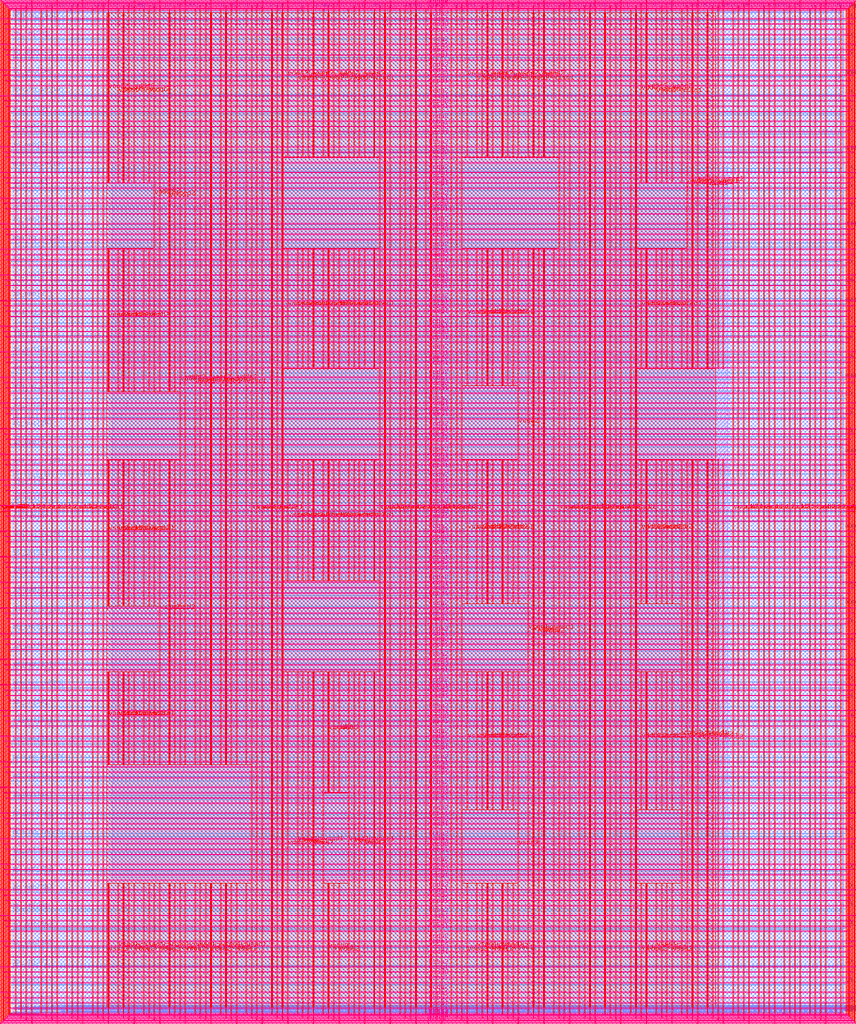
<source format=lef>
VERSION 5.7 ;
  NOWIREEXTENSIONATPIN ON ;
  DIVIDERCHAR "/" ;
  BUSBITCHARS "[]" ;
MACRO user_project_wrapper
  CLASS BLOCK ;
  FOREIGN user_project_wrapper ;
  ORIGIN 0.000 0.000 ;
  SIZE 2920.000 BY 3520.000 ;
  PIN analog_io[0]
    DIRECTION INOUT ;
    USE SIGNAL ;
    PORT
      LAYER met3 ;
        RECT 2917.600 1426.380 2924.800 1427.580 ;
    END
  END analog_io[0]
  PIN analog_io[10]
    DIRECTION INOUT ;
    USE SIGNAL ;
    PORT
      LAYER met2 ;
        RECT 2230.490 3517.600 2231.050 3524.800 ;
    END
  END analog_io[10]
  PIN analog_io[11]
    DIRECTION INOUT ;
    USE SIGNAL ;
    PORT
      LAYER met2 ;
        RECT 1905.730 3517.600 1906.290 3524.800 ;
    END
  END analog_io[11]
  PIN analog_io[12]
    DIRECTION INOUT ;
    USE SIGNAL ;
    PORT
      LAYER met2 ;
        RECT 1581.430 3517.600 1581.990 3524.800 ;
    END
  END analog_io[12]
  PIN analog_io[13]
    DIRECTION INOUT ;
    USE SIGNAL ;
    PORT
      LAYER met2 ;
        RECT 1257.130 3517.600 1257.690 3524.800 ;
    END
  END analog_io[13]
  PIN analog_io[14]
    DIRECTION INOUT ;
    USE SIGNAL ;
    PORT
      LAYER met2 ;
        RECT 932.370 3517.600 932.930 3524.800 ;
    END
  END analog_io[14]
  PIN analog_io[15]
    DIRECTION INOUT ;
    USE SIGNAL ;
    PORT
      LAYER met2 ;
        RECT 608.070 3517.600 608.630 3524.800 ;
    END
  END analog_io[15]
  PIN analog_io[16]
    DIRECTION INOUT ;
    USE SIGNAL ;
    PORT
      LAYER met2 ;
        RECT 283.770 3517.600 284.330 3524.800 ;
    END
  END analog_io[16]
  PIN analog_io[17]
    DIRECTION INOUT ;
    USE SIGNAL ;
    PORT
      LAYER met3 ;
        RECT -4.800 3486.100 2.400 3487.300 ;
    END
  END analog_io[17]
  PIN analog_io[18]
    DIRECTION INOUT ;
    USE SIGNAL ;
    PORT
      LAYER met3 ;
        RECT -4.800 3224.980 2.400 3226.180 ;
    END
  END analog_io[18]
  PIN analog_io[19]
    DIRECTION INOUT ;
    USE SIGNAL ;
    PORT
      LAYER met3 ;
        RECT -4.800 2964.540 2.400 2965.740 ;
    END
  END analog_io[19]
  PIN analog_io[1]
    DIRECTION INOUT ;
    USE SIGNAL ;
    PORT
      LAYER met3 ;
        RECT 2917.600 1692.260 2924.800 1693.460 ;
    END
  END analog_io[1]
  PIN analog_io[20]
    DIRECTION INOUT ;
    USE SIGNAL ;
    PORT
      LAYER met3 ;
        RECT -4.800 2703.420 2.400 2704.620 ;
    END
  END analog_io[20]
  PIN analog_io[21]
    DIRECTION INOUT ;
    USE SIGNAL ;
    PORT
      LAYER met3 ;
        RECT -4.800 2442.980 2.400 2444.180 ;
    END
  END analog_io[21]
  PIN analog_io[22]
    DIRECTION INOUT ;
    USE SIGNAL ;
    PORT
      LAYER met3 ;
        RECT -4.800 2182.540 2.400 2183.740 ;
    END
  END analog_io[22]
  PIN analog_io[23]
    DIRECTION INOUT ;
    USE SIGNAL ;
    PORT
      LAYER met3 ;
        RECT -4.800 1921.420 2.400 1922.620 ;
    END
  END analog_io[23]
  PIN analog_io[24]
    DIRECTION INOUT ;
    USE SIGNAL ;
    PORT
      LAYER met3 ;
        RECT -4.800 1660.980 2.400 1662.180 ;
    END
  END analog_io[24]
  PIN analog_io[25]
    DIRECTION INOUT ;
    USE SIGNAL ;
    PORT
      LAYER met3 ;
        RECT -4.800 1399.860 2.400 1401.060 ;
    END
  END analog_io[25]
  PIN analog_io[26]
    DIRECTION INOUT ;
    USE SIGNAL ;
    PORT
      LAYER met3 ;
        RECT -4.800 1139.420 2.400 1140.620 ;
    END
  END analog_io[26]
  PIN analog_io[27]
    DIRECTION INOUT ;
    USE SIGNAL ;
    PORT
      LAYER met3 ;
        RECT -4.800 878.980 2.400 880.180 ;
    END
  END analog_io[27]
  PIN analog_io[28]
    DIRECTION INOUT ;
    USE SIGNAL ;
    PORT
      LAYER met3 ;
        RECT -4.800 617.860 2.400 619.060 ;
    END
  END analog_io[28]
  PIN analog_io[2]
    DIRECTION INOUT ;
    USE SIGNAL ;
    PORT
      LAYER met3 ;
        RECT 2917.600 1958.140 2924.800 1959.340 ;
    END
  END analog_io[2]
  PIN analog_io[3]
    DIRECTION INOUT ;
    USE SIGNAL ;
    PORT
      LAYER met3 ;
        RECT 2917.600 2223.340 2924.800 2224.540 ;
    END
  END analog_io[3]
  PIN analog_io[4]
    DIRECTION INOUT ;
    USE SIGNAL ;
    PORT
      LAYER met3 ;
        RECT 2917.600 2489.220 2924.800 2490.420 ;
    END
  END analog_io[4]
  PIN analog_io[5]
    DIRECTION INOUT ;
    USE SIGNAL ;
    PORT
      LAYER met3 ;
        RECT 2917.600 2755.100 2924.800 2756.300 ;
    END
  END analog_io[5]
  PIN analog_io[6]
    DIRECTION INOUT ;
    USE SIGNAL ;
    PORT
      LAYER met3 ;
        RECT 2917.600 3020.300 2924.800 3021.500 ;
    END
  END analog_io[6]
  PIN analog_io[7]
    DIRECTION INOUT ;
    USE SIGNAL ;
    PORT
      LAYER met3 ;
        RECT 2917.600 3286.180 2924.800 3287.380 ;
    END
  END analog_io[7]
  PIN analog_io[8]
    DIRECTION INOUT ;
    USE SIGNAL ;
    PORT
      LAYER met2 ;
        RECT 2879.090 3517.600 2879.650 3524.800 ;
    END
  END analog_io[8]
  PIN analog_io[9]
    DIRECTION INOUT ;
    USE SIGNAL ;
    PORT
      LAYER met2 ;
        RECT 2554.790 3517.600 2555.350 3524.800 ;
    END
  END analog_io[9]
  PIN io_in[0]
    DIRECTION INPUT ;
    USE SIGNAL ;
    PORT
      LAYER met3 ;
        RECT 2917.600 32.380 2924.800 33.580 ;
    END
  END io_in[0]
  PIN io_in[10]
    DIRECTION INPUT ;
    USE SIGNAL ;
    PORT
      LAYER met3 ;
        RECT 2917.600 2289.980 2924.800 2291.180 ;
    END
  END io_in[10]
  PIN io_in[11]
    DIRECTION INPUT ;
    USE SIGNAL ;
    PORT
      LAYER met3 ;
        RECT 2917.600 2555.860 2924.800 2557.060 ;
    END
  END io_in[11]
  PIN io_in[12]
    DIRECTION INPUT ;
    USE SIGNAL ;
    PORT
      LAYER met3 ;
        RECT 2917.600 2821.060 2924.800 2822.260 ;
    END
  END io_in[12]
  PIN io_in[13]
    DIRECTION INPUT ;
    USE SIGNAL ;
    PORT
      LAYER met3 ;
        RECT 2917.600 3086.940 2924.800 3088.140 ;
    END
  END io_in[13]
  PIN io_in[14]
    DIRECTION INPUT ;
    USE SIGNAL ;
    PORT
      LAYER met3 ;
        RECT 2917.600 3352.820 2924.800 3354.020 ;
    END
  END io_in[14]
  PIN io_in[15]
    DIRECTION INPUT ;
    USE SIGNAL ;
    PORT
      LAYER met2 ;
        RECT 2798.130 3517.600 2798.690 3524.800 ;
    END
  END io_in[15]
  PIN io_in[16]
    DIRECTION INPUT ;
    USE SIGNAL ;
    PORT
      LAYER met2 ;
        RECT 2473.830 3517.600 2474.390 3524.800 ;
    END
  END io_in[16]
  PIN io_in[17]
    DIRECTION INPUT ;
    USE SIGNAL ;
    PORT
      LAYER met2 ;
        RECT 2149.070 3517.600 2149.630 3524.800 ;
    END
  END io_in[17]
  PIN io_in[18]
    DIRECTION INPUT ;
    USE SIGNAL ;
    PORT
      LAYER met2 ;
        RECT 1824.770 3517.600 1825.330 3524.800 ;
    END
  END io_in[18]
  PIN io_in[19]
    DIRECTION INPUT ;
    USE SIGNAL ;
    PORT
      LAYER met2 ;
        RECT 1500.470 3517.600 1501.030 3524.800 ;
    END
  END io_in[19]
  PIN io_in[1]
    DIRECTION INPUT ;
    USE SIGNAL ;
    PORT
      LAYER met3 ;
        RECT 2917.600 230.940 2924.800 232.140 ;
    END
  END io_in[1]
  PIN io_in[20]
    DIRECTION INPUT ;
    USE SIGNAL ;
    PORT
      LAYER met2 ;
        RECT 1175.710 3517.600 1176.270 3524.800 ;
    END
  END io_in[20]
  PIN io_in[21]
    DIRECTION INPUT ;
    USE SIGNAL ;
    PORT
      LAYER met2 ;
        RECT 851.410 3517.600 851.970 3524.800 ;
    END
  END io_in[21]
  PIN io_in[22]
    DIRECTION INPUT ;
    USE SIGNAL ;
    PORT
      LAYER met2 ;
        RECT 527.110 3517.600 527.670 3524.800 ;
    END
  END io_in[22]
  PIN io_in[23]
    DIRECTION INPUT ;
    USE SIGNAL ;
    PORT
      LAYER met2 ;
        RECT 202.350 3517.600 202.910 3524.800 ;
    END
  END io_in[23]
  PIN io_in[24]
    DIRECTION INPUT ;
    USE SIGNAL ;
    PORT
      LAYER met3 ;
        RECT -4.800 3420.820 2.400 3422.020 ;
    END
  END io_in[24]
  PIN io_in[25]
    DIRECTION INPUT ;
    USE SIGNAL ;
    PORT
      LAYER met3 ;
        RECT -4.800 3159.700 2.400 3160.900 ;
    END
  END io_in[25]
  PIN io_in[26]
    DIRECTION INPUT ;
    USE SIGNAL ;
    PORT
      LAYER met3 ;
        RECT -4.800 2899.260 2.400 2900.460 ;
    END
  END io_in[26]
  PIN io_in[27]
    DIRECTION INPUT ;
    USE SIGNAL ;
    PORT
      LAYER met3 ;
        RECT -4.800 2638.820 2.400 2640.020 ;
    END
  END io_in[27]
  PIN io_in[28]
    DIRECTION INPUT ;
    USE SIGNAL ;
    PORT
      LAYER met3 ;
        RECT -4.800 2377.700 2.400 2378.900 ;
    END
  END io_in[28]
  PIN io_in[29]
    DIRECTION INPUT ;
    USE SIGNAL ;
    PORT
      LAYER met3 ;
        RECT -4.800 2117.260 2.400 2118.460 ;
    END
  END io_in[29]
  PIN io_in[2]
    DIRECTION INPUT ;
    USE SIGNAL ;
    PORT
      LAYER met3 ;
        RECT 2917.600 430.180 2924.800 431.380 ;
    END
  END io_in[2]
  PIN io_in[30]
    DIRECTION INPUT ;
    USE SIGNAL ;
    PORT
      LAYER met3 ;
        RECT -4.800 1856.140 2.400 1857.340 ;
    END
  END io_in[30]
  PIN io_in[31]
    DIRECTION INPUT ;
    USE SIGNAL ;
    PORT
      LAYER met3 ;
        RECT -4.800 1595.700 2.400 1596.900 ;
    END
  END io_in[31]
  PIN io_in[32]
    DIRECTION INPUT ;
    USE SIGNAL ;
    PORT
      LAYER met3 ;
        RECT -4.800 1335.260 2.400 1336.460 ;
    END
  END io_in[32]
  PIN io_in[33]
    DIRECTION INPUT ;
    USE SIGNAL ;
    PORT
      LAYER met3 ;
        RECT -4.800 1074.140 2.400 1075.340 ;
    END
  END io_in[33]
  PIN io_in[34]
    DIRECTION INPUT ;
    USE SIGNAL ;
    PORT
      LAYER met3 ;
        RECT -4.800 813.700 2.400 814.900 ;
    END
  END io_in[34]
  PIN io_in[35]
    DIRECTION INPUT ;
    USE SIGNAL ;
    PORT
      LAYER met3 ;
        RECT -4.800 552.580 2.400 553.780 ;
    END
  END io_in[35]
  PIN io_in[36]
    DIRECTION INPUT ;
    USE SIGNAL ;
    PORT
      LAYER met3 ;
        RECT -4.800 357.420 2.400 358.620 ;
    END
  END io_in[36]
  PIN io_in[37]
    DIRECTION INPUT ;
    USE SIGNAL ;
    PORT
      LAYER met3 ;
        RECT -4.800 161.580 2.400 162.780 ;
    END
  END io_in[37]
  PIN io_in[3]
    DIRECTION INPUT ;
    USE SIGNAL ;
    PORT
      LAYER met3 ;
        RECT 2917.600 629.420 2924.800 630.620 ;
    END
  END io_in[3]
  PIN io_in[4]
    DIRECTION INPUT ;
    USE SIGNAL ;
    PORT
      LAYER met3 ;
        RECT 2917.600 828.660 2924.800 829.860 ;
    END
  END io_in[4]
  PIN io_in[5]
    DIRECTION INPUT ;
    USE SIGNAL ;
    PORT
      LAYER met3 ;
        RECT 2917.600 1027.900 2924.800 1029.100 ;
    END
  END io_in[5]
  PIN io_in[6]
    DIRECTION INPUT ;
    USE SIGNAL ;
    PORT
      LAYER met3 ;
        RECT 2917.600 1227.140 2924.800 1228.340 ;
    END
  END io_in[6]
  PIN io_in[7]
    DIRECTION INPUT ;
    USE SIGNAL ;
    PORT
      LAYER met3 ;
        RECT 2917.600 1493.020 2924.800 1494.220 ;
    END
  END io_in[7]
  PIN io_in[8]
    DIRECTION INPUT ;
    USE SIGNAL ;
    PORT
      LAYER met3 ;
        RECT 2917.600 1758.900 2924.800 1760.100 ;
    END
  END io_in[8]
  PIN io_in[9]
    DIRECTION INPUT ;
    USE SIGNAL ;
    PORT
      LAYER met3 ;
        RECT 2917.600 2024.100 2924.800 2025.300 ;
    END
  END io_in[9]
  PIN io_oeb[0]
    DIRECTION OUTPUT TRISTATE ;
    USE SIGNAL ;
    PORT
      LAYER met3 ;
        RECT 2917.600 164.980 2924.800 166.180 ;
    END
  END io_oeb[0]
  PIN io_oeb[10]
    DIRECTION OUTPUT TRISTATE ;
    USE SIGNAL ;
    PORT
      LAYER met3 ;
        RECT 2917.600 2422.580 2924.800 2423.780 ;
    END
  END io_oeb[10]
  PIN io_oeb[11]
    DIRECTION OUTPUT TRISTATE ;
    USE SIGNAL ;
    PORT
      LAYER met3 ;
        RECT 2917.600 2688.460 2924.800 2689.660 ;
    END
  END io_oeb[11]
  PIN io_oeb[12]
    DIRECTION OUTPUT TRISTATE ;
    USE SIGNAL ;
    PORT
      LAYER met3 ;
        RECT 2917.600 2954.340 2924.800 2955.540 ;
    END
  END io_oeb[12]
  PIN io_oeb[13]
    DIRECTION OUTPUT TRISTATE ;
    USE SIGNAL ;
    PORT
      LAYER met3 ;
        RECT 2917.600 3219.540 2924.800 3220.740 ;
    END
  END io_oeb[13]
  PIN io_oeb[14]
    DIRECTION OUTPUT TRISTATE ;
    USE SIGNAL ;
    PORT
      LAYER met3 ;
        RECT 2917.600 3485.420 2924.800 3486.620 ;
    END
  END io_oeb[14]
  PIN io_oeb[15]
    DIRECTION OUTPUT TRISTATE ;
    USE SIGNAL ;
    PORT
      LAYER met2 ;
        RECT 2635.750 3517.600 2636.310 3524.800 ;
    END
  END io_oeb[15]
  PIN io_oeb[16]
    DIRECTION OUTPUT TRISTATE ;
    USE SIGNAL ;
    PORT
      LAYER met2 ;
        RECT 2311.450 3517.600 2312.010 3524.800 ;
    END
  END io_oeb[16]
  PIN io_oeb[17]
    DIRECTION OUTPUT TRISTATE ;
    USE SIGNAL ;
    PORT
      LAYER met2 ;
        RECT 1987.150 3517.600 1987.710 3524.800 ;
    END
  END io_oeb[17]
  PIN io_oeb[18]
    DIRECTION OUTPUT TRISTATE ;
    USE SIGNAL ;
    PORT
      LAYER met2 ;
        RECT 1662.390 3517.600 1662.950 3524.800 ;
    END
  END io_oeb[18]
  PIN io_oeb[19]
    DIRECTION OUTPUT TRISTATE ;
    USE SIGNAL ;
    PORT
      LAYER met2 ;
        RECT 1338.090 3517.600 1338.650 3524.800 ;
    END
  END io_oeb[19]
  PIN io_oeb[1]
    DIRECTION OUTPUT TRISTATE ;
    USE SIGNAL ;
    PORT
      LAYER met3 ;
        RECT 2917.600 364.220 2924.800 365.420 ;
    END
  END io_oeb[1]
  PIN io_oeb[20]
    DIRECTION OUTPUT TRISTATE ;
    USE SIGNAL ;
    PORT
      LAYER met2 ;
        RECT 1013.790 3517.600 1014.350 3524.800 ;
    END
  END io_oeb[20]
  PIN io_oeb[21]
    DIRECTION OUTPUT TRISTATE ;
    USE SIGNAL ;
    PORT
      LAYER met2 ;
        RECT 689.030 3517.600 689.590 3524.800 ;
    END
  END io_oeb[21]
  PIN io_oeb[22]
    DIRECTION OUTPUT TRISTATE ;
    USE SIGNAL ;
    PORT
      LAYER met2 ;
        RECT 364.730 3517.600 365.290 3524.800 ;
    END
  END io_oeb[22]
  PIN io_oeb[23]
    DIRECTION OUTPUT TRISTATE ;
    USE SIGNAL ;
    PORT
      LAYER met2 ;
        RECT 40.430 3517.600 40.990 3524.800 ;
    END
  END io_oeb[23]
  PIN io_oeb[24]
    DIRECTION OUTPUT TRISTATE ;
    USE SIGNAL ;
    PORT
      LAYER met3 ;
        RECT -4.800 3290.260 2.400 3291.460 ;
    END
  END io_oeb[24]
  PIN io_oeb[25]
    DIRECTION OUTPUT TRISTATE ;
    USE SIGNAL ;
    PORT
      LAYER met3 ;
        RECT -4.800 3029.820 2.400 3031.020 ;
    END
  END io_oeb[25]
  PIN io_oeb[26]
    DIRECTION OUTPUT TRISTATE ;
    USE SIGNAL ;
    PORT
      LAYER met3 ;
        RECT -4.800 2768.700 2.400 2769.900 ;
    END
  END io_oeb[26]
  PIN io_oeb[27]
    DIRECTION OUTPUT TRISTATE ;
    USE SIGNAL ;
    PORT
      LAYER met3 ;
        RECT -4.800 2508.260 2.400 2509.460 ;
    END
  END io_oeb[27]
  PIN io_oeb[28]
    DIRECTION OUTPUT TRISTATE ;
    USE SIGNAL ;
    PORT
      LAYER met3 ;
        RECT -4.800 2247.140 2.400 2248.340 ;
    END
  END io_oeb[28]
  PIN io_oeb[29]
    DIRECTION OUTPUT TRISTATE ;
    USE SIGNAL ;
    PORT
      LAYER met3 ;
        RECT -4.800 1986.700 2.400 1987.900 ;
    END
  END io_oeb[29]
  PIN io_oeb[2]
    DIRECTION OUTPUT TRISTATE ;
    USE SIGNAL ;
    PORT
      LAYER met3 ;
        RECT 2917.600 563.460 2924.800 564.660 ;
    END
  END io_oeb[2]
  PIN io_oeb[30]
    DIRECTION OUTPUT TRISTATE ;
    USE SIGNAL ;
    PORT
      LAYER met3 ;
        RECT -4.800 1726.260 2.400 1727.460 ;
    END
  END io_oeb[30]
  PIN io_oeb[31]
    DIRECTION OUTPUT TRISTATE ;
    USE SIGNAL ;
    PORT
      LAYER met3 ;
        RECT -4.800 1465.140 2.400 1466.340 ;
    END
  END io_oeb[31]
  PIN io_oeb[32]
    DIRECTION OUTPUT TRISTATE ;
    USE SIGNAL ;
    PORT
      LAYER met3 ;
        RECT -4.800 1204.700 2.400 1205.900 ;
    END
  END io_oeb[32]
  PIN io_oeb[33]
    DIRECTION OUTPUT TRISTATE ;
    USE SIGNAL ;
    PORT
      LAYER met3 ;
        RECT -4.800 943.580 2.400 944.780 ;
    END
  END io_oeb[33]
  PIN io_oeb[34]
    DIRECTION OUTPUT TRISTATE ;
    USE SIGNAL ;
    PORT
      LAYER met3 ;
        RECT -4.800 683.140 2.400 684.340 ;
    END
  END io_oeb[34]
  PIN io_oeb[35]
    DIRECTION OUTPUT TRISTATE ;
    USE SIGNAL ;
    PORT
      LAYER met3 ;
        RECT -4.800 422.700 2.400 423.900 ;
    END
  END io_oeb[35]
  PIN io_oeb[36]
    DIRECTION OUTPUT TRISTATE ;
    USE SIGNAL ;
    PORT
      LAYER met3 ;
        RECT -4.800 226.860 2.400 228.060 ;
    END
  END io_oeb[36]
  PIN io_oeb[37]
    DIRECTION OUTPUT TRISTATE ;
    USE SIGNAL ;
    PORT
      LAYER met3 ;
        RECT -4.800 31.700 2.400 32.900 ;
    END
  END io_oeb[37]
  PIN io_oeb[3]
    DIRECTION OUTPUT TRISTATE ;
    USE SIGNAL ;
    PORT
      LAYER met3 ;
        RECT 2917.600 762.700 2924.800 763.900 ;
    END
  END io_oeb[3]
  PIN io_oeb[4]
    DIRECTION OUTPUT TRISTATE ;
    USE SIGNAL ;
    PORT
      LAYER met3 ;
        RECT 2917.600 961.940 2924.800 963.140 ;
    END
  END io_oeb[4]
  PIN io_oeb[5]
    DIRECTION OUTPUT TRISTATE ;
    USE SIGNAL ;
    PORT
      LAYER met3 ;
        RECT 2917.600 1161.180 2924.800 1162.380 ;
    END
  END io_oeb[5]
  PIN io_oeb[6]
    DIRECTION OUTPUT TRISTATE ;
    USE SIGNAL ;
    PORT
      LAYER met3 ;
        RECT 2917.600 1360.420 2924.800 1361.620 ;
    END
  END io_oeb[6]
  PIN io_oeb[7]
    DIRECTION OUTPUT TRISTATE ;
    USE SIGNAL ;
    PORT
      LAYER met3 ;
        RECT 2917.600 1625.620 2924.800 1626.820 ;
    END
  END io_oeb[7]
  PIN io_oeb[8]
    DIRECTION OUTPUT TRISTATE ;
    USE SIGNAL ;
    PORT
      LAYER met3 ;
        RECT 2917.600 1891.500 2924.800 1892.700 ;
    END
  END io_oeb[8]
  PIN io_oeb[9]
    DIRECTION OUTPUT TRISTATE ;
    USE SIGNAL ;
    PORT
      LAYER met3 ;
        RECT 2917.600 2157.380 2924.800 2158.580 ;
    END
  END io_oeb[9]
  PIN io_out[0]
    DIRECTION OUTPUT TRISTATE ;
    USE SIGNAL ;
    PORT
      LAYER met3 ;
        RECT 2917.600 98.340 2924.800 99.540 ;
    END
  END io_out[0]
  PIN io_out[10]
    DIRECTION OUTPUT TRISTATE ;
    USE SIGNAL ;
    PORT
      LAYER met3 ;
        RECT 2917.600 2356.620 2924.800 2357.820 ;
    END
  END io_out[10]
  PIN io_out[11]
    DIRECTION OUTPUT TRISTATE ;
    USE SIGNAL ;
    PORT
      LAYER met3 ;
        RECT 2917.600 2621.820 2924.800 2623.020 ;
    END
  END io_out[11]
  PIN io_out[12]
    DIRECTION OUTPUT TRISTATE ;
    USE SIGNAL ;
    PORT
      LAYER met3 ;
        RECT 2917.600 2887.700 2924.800 2888.900 ;
    END
  END io_out[12]
  PIN io_out[13]
    DIRECTION OUTPUT TRISTATE ;
    USE SIGNAL ;
    PORT
      LAYER met3 ;
        RECT 2917.600 3153.580 2924.800 3154.780 ;
    END
  END io_out[13]
  PIN io_out[14]
    DIRECTION OUTPUT TRISTATE ;
    USE SIGNAL ;
    PORT
      LAYER met3 ;
        RECT 2917.600 3418.780 2924.800 3419.980 ;
    END
  END io_out[14]
  PIN io_out[15]
    DIRECTION OUTPUT TRISTATE ;
    USE SIGNAL ;
    PORT
      LAYER met2 ;
        RECT 2717.170 3517.600 2717.730 3524.800 ;
    END
  END io_out[15]
  PIN io_out[16]
    DIRECTION OUTPUT TRISTATE ;
    USE SIGNAL ;
    PORT
      LAYER met2 ;
        RECT 2392.410 3517.600 2392.970 3524.800 ;
    END
  END io_out[16]
  PIN io_out[17]
    DIRECTION OUTPUT TRISTATE ;
    USE SIGNAL ;
    PORT
      LAYER met2 ;
        RECT 2068.110 3517.600 2068.670 3524.800 ;
    END
  END io_out[17]
  PIN io_out[18]
    DIRECTION OUTPUT TRISTATE ;
    USE SIGNAL ;
    PORT
      LAYER met2 ;
        RECT 1743.810 3517.600 1744.370 3524.800 ;
    END
  END io_out[18]
  PIN io_out[19]
    DIRECTION OUTPUT TRISTATE ;
    USE SIGNAL ;
    PORT
      LAYER met2 ;
        RECT 1419.050 3517.600 1419.610 3524.800 ;
    END
  END io_out[19]
  PIN io_out[1]
    DIRECTION OUTPUT TRISTATE ;
    USE SIGNAL ;
    PORT
      LAYER met3 ;
        RECT 2917.600 297.580 2924.800 298.780 ;
    END
  END io_out[1]
  PIN io_out[20]
    DIRECTION OUTPUT TRISTATE ;
    USE SIGNAL ;
    PORT
      LAYER met2 ;
        RECT 1094.750 3517.600 1095.310 3524.800 ;
    END
  END io_out[20]
  PIN io_out[21]
    DIRECTION OUTPUT TRISTATE ;
    USE SIGNAL ;
    PORT
      LAYER met2 ;
        RECT 770.450 3517.600 771.010 3524.800 ;
    END
  END io_out[21]
  PIN io_out[22]
    DIRECTION OUTPUT TRISTATE ;
    USE SIGNAL ;
    PORT
      LAYER met2 ;
        RECT 445.690 3517.600 446.250 3524.800 ;
    END
  END io_out[22]
  PIN io_out[23]
    DIRECTION OUTPUT TRISTATE ;
    USE SIGNAL ;
    PORT
      LAYER met2 ;
        RECT 121.390 3517.600 121.950 3524.800 ;
    END
  END io_out[23]
  PIN io_out[24]
    DIRECTION OUTPUT TRISTATE ;
    USE SIGNAL ;
    PORT
      LAYER met3 ;
        RECT -4.800 3355.540 2.400 3356.740 ;
    END
  END io_out[24]
  PIN io_out[25]
    DIRECTION OUTPUT TRISTATE ;
    USE SIGNAL ;
    PORT
      LAYER met3 ;
        RECT -4.800 3095.100 2.400 3096.300 ;
    END
  END io_out[25]
  PIN io_out[26]
    DIRECTION OUTPUT TRISTATE ;
    USE SIGNAL ;
    PORT
      LAYER met3 ;
        RECT -4.800 2833.980 2.400 2835.180 ;
    END
  END io_out[26]
  PIN io_out[27]
    DIRECTION OUTPUT TRISTATE ;
    USE SIGNAL ;
    PORT
      LAYER met3 ;
        RECT -4.800 2573.540 2.400 2574.740 ;
    END
  END io_out[27]
  PIN io_out[28]
    DIRECTION OUTPUT TRISTATE ;
    USE SIGNAL ;
    PORT
      LAYER met3 ;
        RECT -4.800 2312.420 2.400 2313.620 ;
    END
  END io_out[28]
  PIN io_out[29]
    DIRECTION OUTPUT TRISTATE ;
    USE SIGNAL ;
    PORT
      LAYER met3 ;
        RECT -4.800 2051.980 2.400 2053.180 ;
    END
  END io_out[29]
  PIN io_out[2]
    DIRECTION OUTPUT TRISTATE ;
    USE SIGNAL ;
    PORT
      LAYER met3 ;
        RECT 2917.600 496.820 2924.800 498.020 ;
    END
  END io_out[2]
  PIN io_out[30]
    DIRECTION OUTPUT TRISTATE ;
    USE SIGNAL ;
    PORT
      LAYER met3 ;
        RECT -4.800 1791.540 2.400 1792.740 ;
    END
  END io_out[30]
  PIN io_out[31]
    DIRECTION OUTPUT TRISTATE ;
    USE SIGNAL ;
    PORT
      LAYER met3 ;
        RECT -4.800 1530.420 2.400 1531.620 ;
    END
  END io_out[31]
  PIN io_out[32]
    DIRECTION OUTPUT TRISTATE ;
    USE SIGNAL ;
    PORT
      LAYER met3 ;
        RECT -4.800 1269.980 2.400 1271.180 ;
    END
  END io_out[32]
  PIN io_out[33]
    DIRECTION OUTPUT TRISTATE ;
    USE SIGNAL ;
    PORT
      LAYER met3 ;
        RECT -4.800 1008.860 2.400 1010.060 ;
    END
  END io_out[33]
  PIN io_out[34]
    DIRECTION OUTPUT TRISTATE ;
    USE SIGNAL ;
    PORT
      LAYER met3 ;
        RECT -4.800 748.420 2.400 749.620 ;
    END
  END io_out[34]
  PIN io_out[35]
    DIRECTION OUTPUT TRISTATE ;
    USE SIGNAL ;
    PORT
      LAYER met3 ;
        RECT -4.800 487.300 2.400 488.500 ;
    END
  END io_out[35]
  PIN io_out[36]
    DIRECTION OUTPUT TRISTATE ;
    USE SIGNAL ;
    PORT
      LAYER met3 ;
        RECT -4.800 292.140 2.400 293.340 ;
    END
  END io_out[36]
  PIN io_out[37]
    DIRECTION OUTPUT TRISTATE ;
    USE SIGNAL ;
    PORT
      LAYER met3 ;
        RECT -4.800 96.300 2.400 97.500 ;
    END
  END io_out[37]
  PIN io_out[3]
    DIRECTION OUTPUT TRISTATE ;
    USE SIGNAL ;
    PORT
      LAYER met3 ;
        RECT 2917.600 696.060 2924.800 697.260 ;
    END
  END io_out[3]
  PIN io_out[4]
    DIRECTION OUTPUT TRISTATE ;
    USE SIGNAL ;
    PORT
      LAYER met3 ;
        RECT 2917.600 895.300 2924.800 896.500 ;
    END
  END io_out[4]
  PIN io_out[5]
    DIRECTION OUTPUT TRISTATE ;
    USE SIGNAL ;
    PORT
      LAYER met3 ;
        RECT 2917.600 1094.540 2924.800 1095.740 ;
    END
  END io_out[5]
  PIN io_out[6]
    DIRECTION OUTPUT TRISTATE ;
    USE SIGNAL ;
    PORT
      LAYER met3 ;
        RECT 2917.600 1293.780 2924.800 1294.980 ;
    END
  END io_out[6]
  PIN io_out[7]
    DIRECTION OUTPUT TRISTATE ;
    USE SIGNAL ;
    PORT
      LAYER met3 ;
        RECT 2917.600 1559.660 2924.800 1560.860 ;
    END
  END io_out[7]
  PIN io_out[8]
    DIRECTION OUTPUT TRISTATE ;
    USE SIGNAL ;
    PORT
      LAYER met3 ;
        RECT 2917.600 1824.860 2924.800 1826.060 ;
    END
  END io_out[8]
  PIN io_out[9]
    DIRECTION OUTPUT TRISTATE ;
    USE SIGNAL ;
    PORT
      LAYER met3 ;
        RECT 2917.600 2090.740 2924.800 2091.940 ;
    END
  END io_out[9]
  PIN la_data_in[0]
    DIRECTION INPUT ;
    USE SIGNAL ;
    PORT
      LAYER met2 ;
        RECT 629.230 -4.800 629.790 2.400 ;
    END
  END la_data_in[0]
  PIN la_data_in[100]
    DIRECTION INPUT ;
    USE SIGNAL ;
    PORT
      LAYER met2 ;
        RECT 2402.530 -4.800 2403.090 2.400 ;
    END
  END la_data_in[100]
  PIN la_data_in[101]
    DIRECTION INPUT ;
    USE SIGNAL ;
    PORT
      LAYER met2 ;
        RECT 2420.010 -4.800 2420.570 2.400 ;
    END
  END la_data_in[101]
  PIN la_data_in[102]
    DIRECTION INPUT ;
    USE SIGNAL ;
    PORT
      LAYER met2 ;
        RECT 2437.950 -4.800 2438.510 2.400 ;
    END
  END la_data_in[102]
  PIN la_data_in[103]
    DIRECTION INPUT ;
    USE SIGNAL ;
    PORT
      LAYER met2 ;
        RECT 2455.430 -4.800 2455.990 2.400 ;
    END
  END la_data_in[103]
  PIN la_data_in[104]
    DIRECTION INPUT ;
    USE SIGNAL ;
    PORT
      LAYER met2 ;
        RECT 2473.370 -4.800 2473.930 2.400 ;
    END
  END la_data_in[104]
  PIN la_data_in[105]
    DIRECTION INPUT ;
    USE SIGNAL ;
    PORT
      LAYER met2 ;
        RECT 2490.850 -4.800 2491.410 2.400 ;
    END
  END la_data_in[105]
  PIN la_data_in[106]
    DIRECTION INPUT ;
    USE SIGNAL ;
    PORT
      LAYER met2 ;
        RECT 2508.790 -4.800 2509.350 2.400 ;
    END
  END la_data_in[106]
  PIN la_data_in[107]
    DIRECTION INPUT ;
    USE SIGNAL ;
    PORT
      LAYER met2 ;
        RECT 2526.730 -4.800 2527.290 2.400 ;
    END
  END la_data_in[107]
  PIN la_data_in[108]
    DIRECTION INPUT ;
    USE SIGNAL ;
    PORT
      LAYER met2 ;
        RECT 2544.210 -4.800 2544.770 2.400 ;
    END
  END la_data_in[108]
  PIN la_data_in[109]
    DIRECTION INPUT ;
    USE SIGNAL ;
    PORT
      LAYER met2 ;
        RECT 2562.150 -4.800 2562.710 2.400 ;
    END
  END la_data_in[109]
  PIN la_data_in[10]
    DIRECTION INPUT ;
    USE SIGNAL ;
    PORT
      LAYER met2 ;
        RECT 806.330 -4.800 806.890 2.400 ;
    END
  END la_data_in[10]
  PIN la_data_in[110]
    DIRECTION INPUT ;
    USE SIGNAL ;
    PORT
      LAYER met2 ;
        RECT 2579.630 -4.800 2580.190 2.400 ;
    END
  END la_data_in[110]
  PIN la_data_in[111]
    DIRECTION INPUT ;
    USE SIGNAL ;
    PORT
      LAYER met2 ;
        RECT 2597.570 -4.800 2598.130 2.400 ;
    END
  END la_data_in[111]
  PIN la_data_in[112]
    DIRECTION INPUT ;
    USE SIGNAL ;
    PORT
      LAYER met2 ;
        RECT 2615.050 -4.800 2615.610 2.400 ;
    END
  END la_data_in[112]
  PIN la_data_in[113]
    DIRECTION INPUT ;
    USE SIGNAL ;
    PORT
      LAYER met2 ;
        RECT 2632.990 -4.800 2633.550 2.400 ;
    END
  END la_data_in[113]
  PIN la_data_in[114]
    DIRECTION INPUT ;
    USE SIGNAL ;
    PORT
      LAYER met2 ;
        RECT 2650.470 -4.800 2651.030 2.400 ;
    END
  END la_data_in[114]
  PIN la_data_in[115]
    DIRECTION INPUT ;
    USE SIGNAL ;
    PORT
      LAYER met2 ;
        RECT 2668.410 -4.800 2668.970 2.400 ;
    END
  END la_data_in[115]
  PIN la_data_in[116]
    DIRECTION INPUT ;
    USE SIGNAL ;
    PORT
      LAYER met2 ;
        RECT 2685.890 -4.800 2686.450 2.400 ;
    END
  END la_data_in[116]
  PIN la_data_in[117]
    DIRECTION INPUT ;
    USE SIGNAL ;
    PORT
      LAYER met2 ;
        RECT 2703.830 -4.800 2704.390 2.400 ;
    END
  END la_data_in[117]
  PIN la_data_in[118]
    DIRECTION INPUT ;
    USE SIGNAL ;
    PORT
      LAYER met2 ;
        RECT 2721.770 -4.800 2722.330 2.400 ;
    END
  END la_data_in[118]
  PIN la_data_in[119]
    DIRECTION INPUT ;
    USE SIGNAL ;
    PORT
      LAYER met2 ;
        RECT 2739.250 -4.800 2739.810 2.400 ;
    END
  END la_data_in[119]
  PIN la_data_in[11]
    DIRECTION INPUT ;
    USE SIGNAL ;
    PORT
      LAYER met2 ;
        RECT 824.270 -4.800 824.830 2.400 ;
    END
  END la_data_in[11]
  PIN la_data_in[120]
    DIRECTION INPUT ;
    USE SIGNAL ;
    PORT
      LAYER met2 ;
        RECT 2757.190 -4.800 2757.750 2.400 ;
    END
  END la_data_in[120]
  PIN la_data_in[121]
    DIRECTION INPUT ;
    USE SIGNAL ;
    PORT
      LAYER met2 ;
        RECT 2774.670 -4.800 2775.230 2.400 ;
    END
  END la_data_in[121]
  PIN la_data_in[122]
    DIRECTION INPUT ;
    USE SIGNAL ;
    PORT
      LAYER met2 ;
        RECT 2792.610 -4.800 2793.170 2.400 ;
    END
  END la_data_in[122]
  PIN la_data_in[123]
    DIRECTION INPUT ;
    USE SIGNAL ;
    PORT
      LAYER met2 ;
        RECT 2810.090 -4.800 2810.650 2.400 ;
    END
  END la_data_in[123]
  PIN la_data_in[124]
    DIRECTION INPUT ;
    USE SIGNAL ;
    PORT
      LAYER met2 ;
        RECT 2828.030 -4.800 2828.590 2.400 ;
    END
  END la_data_in[124]
  PIN la_data_in[125]
    DIRECTION INPUT ;
    USE SIGNAL ;
    PORT
      LAYER met2 ;
        RECT 2845.510 -4.800 2846.070 2.400 ;
    END
  END la_data_in[125]
  PIN la_data_in[126]
    DIRECTION INPUT ;
    USE SIGNAL ;
    PORT
      LAYER met2 ;
        RECT 2863.450 -4.800 2864.010 2.400 ;
    END
  END la_data_in[126]
  PIN la_data_in[127]
    DIRECTION INPUT ;
    USE SIGNAL ;
    PORT
      LAYER met2 ;
        RECT 2881.390 -4.800 2881.950 2.400 ;
    END
  END la_data_in[127]
  PIN la_data_in[12]
    DIRECTION INPUT ;
    USE SIGNAL ;
    PORT
      LAYER met2 ;
        RECT 841.750 -4.800 842.310 2.400 ;
    END
  END la_data_in[12]
  PIN la_data_in[13]
    DIRECTION INPUT ;
    USE SIGNAL ;
    PORT
      LAYER met2 ;
        RECT 859.690 -4.800 860.250 2.400 ;
    END
  END la_data_in[13]
  PIN la_data_in[14]
    DIRECTION INPUT ;
    USE SIGNAL ;
    PORT
      LAYER met2 ;
        RECT 877.170 -4.800 877.730 2.400 ;
    END
  END la_data_in[14]
  PIN la_data_in[15]
    DIRECTION INPUT ;
    USE SIGNAL ;
    PORT
      LAYER met2 ;
        RECT 895.110 -4.800 895.670 2.400 ;
    END
  END la_data_in[15]
  PIN la_data_in[16]
    DIRECTION INPUT ;
    USE SIGNAL ;
    PORT
      LAYER met2 ;
        RECT 912.590 -4.800 913.150 2.400 ;
    END
  END la_data_in[16]
  PIN la_data_in[17]
    DIRECTION INPUT ;
    USE SIGNAL ;
    PORT
      LAYER met2 ;
        RECT 930.530 -4.800 931.090 2.400 ;
    END
  END la_data_in[17]
  PIN la_data_in[18]
    DIRECTION INPUT ;
    USE SIGNAL ;
    PORT
      LAYER met2 ;
        RECT 948.470 -4.800 949.030 2.400 ;
    END
  END la_data_in[18]
  PIN la_data_in[19]
    DIRECTION INPUT ;
    USE SIGNAL ;
    PORT
      LAYER met2 ;
        RECT 965.950 -4.800 966.510 2.400 ;
    END
  END la_data_in[19]
  PIN la_data_in[1]
    DIRECTION INPUT ;
    USE SIGNAL ;
    PORT
      LAYER met2 ;
        RECT 646.710 -4.800 647.270 2.400 ;
    END
  END la_data_in[1]
  PIN la_data_in[20]
    DIRECTION INPUT ;
    USE SIGNAL ;
    PORT
      LAYER met2 ;
        RECT 983.890 -4.800 984.450 2.400 ;
    END
  END la_data_in[20]
  PIN la_data_in[21]
    DIRECTION INPUT ;
    USE SIGNAL ;
    PORT
      LAYER met2 ;
        RECT 1001.370 -4.800 1001.930 2.400 ;
    END
  END la_data_in[21]
  PIN la_data_in[22]
    DIRECTION INPUT ;
    USE SIGNAL ;
    PORT
      LAYER met2 ;
        RECT 1019.310 -4.800 1019.870 2.400 ;
    END
  END la_data_in[22]
  PIN la_data_in[23]
    DIRECTION INPUT ;
    USE SIGNAL ;
    PORT
      LAYER met2 ;
        RECT 1036.790 -4.800 1037.350 2.400 ;
    END
  END la_data_in[23]
  PIN la_data_in[24]
    DIRECTION INPUT ;
    USE SIGNAL ;
    PORT
      LAYER met2 ;
        RECT 1054.730 -4.800 1055.290 2.400 ;
    END
  END la_data_in[24]
  PIN la_data_in[25]
    DIRECTION INPUT ;
    USE SIGNAL ;
    PORT
      LAYER met2 ;
        RECT 1072.210 -4.800 1072.770 2.400 ;
    END
  END la_data_in[25]
  PIN la_data_in[26]
    DIRECTION INPUT ;
    USE SIGNAL ;
    PORT
      LAYER met2 ;
        RECT 1090.150 -4.800 1090.710 2.400 ;
    END
  END la_data_in[26]
  PIN la_data_in[27]
    DIRECTION INPUT ;
    USE SIGNAL ;
    PORT
      LAYER met2 ;
        RECT 1107.630 -4.800 1108.190 2.400 ;
    END
  END la_data_in[27]
  PIN la_data_in[28]
    DIRECTION INPUT ;
    USE SIGNAL ;
    PORT
      LAYER met2 ;
        RECT 1125.570 -4.800 1126.130 2.400 ;
    END
  END la_data_in[28]
  PIN la_data_in[29]
    DIRECTION INPUT ;
    USE SIGNAL ;
    PORT
      LAYER met2 ;
        RECT 1143.510 -4.800 1144.070 2.400 ;
    END
  END la_data_in[29]
  PIN la_data_in[2]
    DIRECTION INPUT ;
    USE SIGNAL ;
    PORT
      LAYER met2 ;
        RECT 664.650 -4.800 665.210 2.400 ;
    END
  END la_data_in[2]
  PIN la_data_in[30]
    DIRECTION INPUT ;
    USE SIGNAL ;
    PORT
      LAYER met2 ;
        RECT 1160.990 -4.800 1161.550 2.400 ;
    END
  END la_data_in[30]
  PIN la_data_in[31]
    DIRECTION INPUT ;
    USE SIGNAL ;
    PORT
      LAYER met2 ;
        RECT 1178.930 -4.800 1179.490 2.400 ;
    END
  END la_data_in[31]
  PIN la_data_in[32]
    DIRECTION INPUT ;
    USE SIGNAL ;
    PORT
      LAYER met2 ;
        RECT 1196.410 -4.800 1196.970 2.400 ;
    END
  END la_data_in[32]
  PIN la_data_in[33]
    DIRECTION INPUT ;
    USE SIGNAL ;
    PORT
      LAYER met2 ;
        RECT 1214.350 -4.800 1214.910 2.400 ;
    END
  END la_data_in[33]
  PIN la_data_in[34]
    DIRECTION INPUT ;
    USE SIGNAL ;
    PORT
      LAYER met2 ;
        RECT 1231.830 -4.800 1232.390 2.400 ;
    END
  END la_data_in[34]
  PIN la_data_in[35]
    DIRECTION INPUT ;
    USE SIGNAL ;
    PORT
      LAYER met2 ;
        RECT 1249.770 -4.800 1250.330 2.400 ;
    END
  END la_data_in[35]
  PIN la_data_in[36]
    DIRECTION INPUT ;
    USE SIGNAL ;
    PORT
      LAYER met2 ;
        RECT 1267.250 -4.800 1267.810 2.400 ;
    END
  END la_data_in[36]
  PIN la_data_in[37]
    DIRECTION INPUT ;
    USE SIGNAL ;
    PORT
      LAYER met2 ;
        RECT 1285.190 -4.800 1285.750 2.400 ;
    END
  END la_data_in[37]
  PIN la_data_in[38]
    DIRECTION INPUT ;
    USE SIGNAL ;
    PORT
      LAYER met2 ;
        RECT 1303.130 -4.800 1303.690 2.400 ;
    END
  END la_data_in[38]
  PIN la_data_in[39]
    DIRECTION INPUT ;
    USE SIGNAL ;
    PORT
      LAYER met2 ;
        RECT 1320.610 -4.800 1321.170 2.400 ;
    END
  END la_data_in[39]
  PIN la_data_in[3]
    DIRECTION INPUT ;
    USE SIGNAL ;
    PORT
      LAYER met2 ;
        RECT 682.130 -4.800 682.690 2.400 ;
    END
  END la_data_in[3]
  PIN la_data_in[40]
    DIRECTION INPUT ;
    USE SIGNAL ;
    PORT
      LAYER met2 ;
        RECT 1338.550 -4.800 1339.110 2.400 ;
    END
  END la_data_in[40]
  PIN la_data_in[41]
    DIRECTION INPUT ;
    USE SIGNAL ;
    PORT
      LAYER met2 ;
        RECT 1356.030 -4.800 1356.590 2.400 ;
    END
  END la_data_in[41]
  PIN la_data_in[42]
    DIRECTION INPUT ;
    USE SIGNAL ;
    PORT
      LAYER met2 ;
        RECT 1373.970 -4.800 1374.530 2.400 ;
    END
  END la_data_in[42]
  PIN la_data_in[43]
    DIRECTION INPUT ;
    USE SIGNAL ;
    PORT
      LAYER met2 ;
        RECT 1391.450 -4.800 1392.010 2.400 ;
    END
  END la_data_in[43]
  PIN la_data_in[44]
    DIRECTION INPUT ;
    USE SIGNAL ;
    PORT
      LAYER met2 ;
        RECT 1409.390 -4.800 1409.950 2.400 ;
    END
  END la_data_in[44]
  PIN la_data_in[45]
    DIRECTION INPUT ;
    USE SIGNAL ;
    PORT
      LAYER met2 ;
        RECT 1426.870 -4.800 1427.430 2.400 ;
    END
  END la_data_in[45]
  PIN la_data_in[46]
    DIRECTION INPUT ;
    USE SIGNAL ;
    PORT
      LAYER met2 ;
        RECT 1444.810 -4.800 1445.370 2.400 ;
    END
  END la_data_in[46]
  PIN la_data_in[47]
    DIRECTION INPUT ;
    USE SIGNAL ;
    PORT
      LAYER met2 ;
        RECT 1462.750 -4.800 1463.310 2.400 ;
    END
  END la_data_in[47]
  PIN la_data_in[48]
    DIRECTION INPUT ;
    USE SIGNAL ;
    PORT
      LAYER met2 ;
        RECT 1480.230 -4.800 1480.790 2.400 ;
    END
  END la_data_in[48]
  PIN la_data_in[49]
    DIRECTION INPUT ;
    USE SIGNAL ;
    PORT
      LAYER met2 ;
        RECT 1498.170 -4.800 1498.730 2.400 ;
    END
  END la_data_in[49]
  PIN la_data_in[4]
    DIRECTION INPUT ;
    USE SIGNAL ;
    PORT
      LAYER met2 ;
        RECT 700.070 -4.800 700.630 2.400 ;
    END
  END la_data_in[4]
  PIN la_data_in[50]
    DIRECTION INPUT ;
    USE SIGNAL ;
    PORT
      LAYER met2 ;
        RECT 1515.650 -4.800 1516.210 2.400 ;
    END
  END la_data_in[50]
  PIN la_data_in[51]
    DIRECTION INPUT ;
    USE SIGNAL ;
    PORT
      LAYER met2 ;
        RECT 1533.590 -4.800 1534.150 2.400 ;
    END
  END la_data_in[51]
  PIN la_data_in[52]
    DIRECTION INPUT ;
    USE SIGNAL ;
    PORT
      LAYER met2 ;
        RECT 1551.070 -4.800 1551.630 2.400 ;
    END
  END la_data_in[52]
  PIN la_data_in[53]
    DIRECTION INPUT ;
    USE SIGNAL ;
    PORT
      LAYER met2 ;
        RECT 1569.010 -4.800 1569.570 2.400 ;
    END
  END la_data_in[53]
  PIN la_data_in[54]
    DIRECTION INPUT ;
    USE SIGNAL ;
    PORT
      LAYER met2 ;
        RECT 1586.490 -4.800 1587.050 2.400 ;
    END
  END la_data_in[54]
  PIN la_data_in[55]
    DIRECTION INPUT ;
    USE SIGNAL ;
    PORT
      LAYER met2 ;
        RECT 1604.430 -4.800 1604.990 2.400 ;
    END
  END la_data_in[55]
  PIN la_data_in[56]
    DIRECTION INPUT ;
    USE SIGNAL ;
    PORT
      LAYER met2 ;
        RECT 1621.910 -4.800 1622.470 2.400 ;
    END
  END la_data_in[56]
  PIN la_data_in[57]
    DIRECTION INPUT ;
    USE SIGNAL ;
    PORT
      LAYER met2 ;
        RECT 1639.850 -4.800 1640.410 2.400 ;
    END
  END la_data_in[57]
  PIN la_data_in[58]
    DIRECTION INPUT ;
    USE SIGNAL ;
    PORT
      LAYER met2 ;
        RECT 1657.790 -4.800 1658.350 2.400 ;
    END
  END la_data_in[58]
  PIN la_data_in[59]
    DIRECTION INPUT ;
    USE SIGNAL ;
    PORT
      LAYER met2 ;
        RECT 1675.270 -4.800 1675.830 2.400 ;
    END
  END la_data_in[59]
  PIN la_data_in[5]
    DIRECTION INPUT ;
    USE SIGNAL ;
    PORT
      LAYER met2 ;
        RECT 717.550 -4.800 718.110 2.400 ;
    END
  END la_data_in[5]
  PIN la_data_in[60]
    DIRECTION INPUT ;
    USE SIGNAL ;
    PORT
      LAYER met2 ;
        RECT 1693.210 -4.800 1693.770 2.400 ;
    END
  END la_data_in[60]
  PIN la_data_in[61]
    DIRECTION INPUT ;
    USE SIGNAL ;
    PORT
      LAYER met2 ;
        RECT 1710.690 -4.800 1711.250 2.400 ;
    END
  END la_data_in[61]
  PIN la_data_in[62]
    DIRECTION INPUT ;
    USE SIGNAL ;
    PORT
      LAYER met2 ;
        RECT 1728.630 -4.800 1729.190 2.400 ;
    END
  END la_data_in[62]
  PIN la_data_in[63]
    DIRECTION INPUT ;
    USE SIGNAL ;
    PORT
      LAYER met2 ;
        RECT 1746.110 -4.800 1746.670 2.400 ;
    END
  END la_data_in[63]
  PIN la_data_in[64]
    DIRECTION INPUT ;
    USE SIGNAL ;
    PORT
      LAYER met2 ;
        RECT 1764.050 -4.800 1764.610 2.400 ;
    END
  END la_data_in[64]
  PIN la_data_in[65]
    DIRECTION INPUT ;
    USE SIGNAL ;
    PORT
      LAYER met2 ;
        RECT 1781.530 -4.800 1782.090 2.400 ;
    END
  END la_data_in[65]
  PIN la_data_in[66]
    DIRECTION INPUT ;
    USE SIGNAL ;
    PORT
      LAYER met2 ;
        RECT 1799.470 -4.800 1800.030 2.400 ;
    END
  END la_data_in[66]
  PIN la_data_in[67]
    DIRECTION INPUT ;
    USE SIGNAL ;
    PORT
      LAYER met2 ;
        RECT 1817.410 -4.800 1817.970 2.400 ;
    END
  END la_data_in[67]
  PIN la_data_in[68]
    DIRECTION INPUT ;
    USE SIGNAL ;
    PORT
      LAYER met2 ;
        RECT 1834.890 -4.800 1835.450 2.400 ;
    END
  END la_data_in[68]
  PIN la_data_in[69]
    DIRECTION INPUT ;
    USE SIGNAL ;
    PORT
      LAYER met2 ;
        RECT 1852.830 -4.800 1853.390 2.400 ;
    END
  END la_data_in[69]
  PIN la_data_in[6]
    DIRECTION INPUT ;
    USE SIGNAL ;
    PORT
      LAYER met2 ;
        RECT 735.490 -4.800 736.050 2.400 ;
    END
  END la_data_in[6]
  PIN la_data_in[70]
    DIRECTION INPUT ;
    USE SIGNAL ;
    PORT
      LAYER met2 ;
        RECT 1870.310 -4.800 1870.870 2.400 ;
    END
  END la_data_in[70]
  PIN la_data_in[71]
    DIRECTION INPUT ;
    USE SIGNAL ;
    PORT
      LAYER met2 ;
        RECT 1888.250 -4.800 1888.810 2.400 ;
    END
  END la_data_in[71]
  PIN la_data_in[72]
    DIRECTION INPUT ;
    USE SIGNAL ;
    PORT
      LAYER met2 ;
        RECT 1905.730 -4.800 1906.290 2.400 ;
    END
  END la_data_in[72]
  PIN la_data_in[73]
    DIRECTION INPUT ;
    USE SIGNAL ;
    PORT
      LAYER met2 ;
        RECT 1923.670 -4.800 1924.230 2.400 ;
    END
  END la_data_in[73]
  PIN la_data_in[74]
    DIRECTION INPUT ;
    USE SIGNAL ;
    PORT
      LAYER met2 ;
        RECT 1941.150 -4.800 1941.710 2.400 ;
    END
  END la_data_in[74]
  PIN la_data_in[75]
    DIRECTION INPUT ;
    USE SIGNAL ;
    PORT
      LAYER met2 ;
        RECT 1959.090 -4.800 1959.650 2.400 ;
    END
  END la_data_in[75]
  PIN la_data_in[76]
    DIRECTION INPUT ;
    USE SIGNAL ;
    PORT
      LAYER met2 ;
        RECT 1976.570 -4.800 1977.130 2.400 ;
    END
  END la_data_in[76]
  PIN la_data_in[77]
    DIRECTION INPUT ;
    USE SIGNAL ;
    PORT
      LAYER met2 ;
        RECT 1994.510 -4.800 1995.070 2.400 ;
    END
  END la_data_in[77]
  PIN la_data_in[78]
    DIRECTION INPUT ;
    USE SIGNAL ;
    PORT
      LAYER met2 ;
        RECT 2012.450 -4.800 2013.010 2.400 ;
    END
  END la_data_in[78]
  PIN la_data_in[79]
    DIRECTION INPUT ;
    USE SIGNAL ;
    PORT
      LAYER met2 ;
        RECT 2029.930 -4.800 2030.490 2.400 ;
    END
  END la_data_in[79]
  PIN la_data_in[7]
    DIRECTION INPUT ;
    USE SIGNAL ;
    PORT
      LAYER met2 ;
        RECT 752.970 -4.800 753.530 2.400 ;
    END
  END la_data_in[7]
  PIN la_data_in[80]
    DIRECTION INPUT ;
    USE SIGNAL ;
    PORT
      LAYER met2 ;
        RECT 2047.870 -4.800 2048.430 2.400 ;
    END
  END la_data_in[80]
  PIN la_data_in[81]
    DIRECTION INPUT ;
    USE SIGNAL ;
    PORT
      LAYER met2 ;
        RECT 2065.350 -4.800 2065.910 2.400 ;
    END
  END la_data_in[81]
  PIN la_data_in[82]
    DIRECTION INPUT ;
    USE SIGNAL ;
    PORT
      LAYER met2 ;
        RECT 2083.290 -4.800 2083.850 2.400 ;
    END
  END la_data_in[82]
  PIN la_data_in[83]
    DIRECTION INPUT ;
    USE SIGNAL ;
    PORT
      LAYER met2 ;
        RECT 2100.770 -4.800 2101.330 2.400 ;
    END
  END la_data_in[83]
  PIN la_data_in[84]
    DIRECTION INPUT ;
    USE SIGNAL ;
    PORT
      LAYER met2 ;
        RECT 2118.710 -4.800 2119.270 2.400 ;
    END
  END la_data_in[84]
  PIN la_data_in[85]
    DIRECTION INPUT ;
    USE SIGNAL ;
    PORT
      LAYER met2 ;
        RECT 2136.190 -4.800 2136.750 2.400 ;
    END
  END la_data_in[85]
  PIN la_data_in[86]
    DIRECTION INPUT ;
    USE SIGNAL ;
    PORT
      LAYER met2 ;
        RECT 2154.130 -4.800 2154.690 2.400 ;
    END
  END la_data_in[86]
  PIN la_data_in[87]
    DIRECTION INPUT ;
    USE SIGNAL ;
    PORT
      LAYER met2 ;
        RECT 2172.070 -4.800 2172.630 2.400 ;
    END
  END la_data_in[87]
  PIN la_data_in[88]
    DIRECTION INPUT ;
    USE SIGNAL ;
    PORT
      LAYER met2 ;
        RECT 2189.550 -4.800 2190.110 2.400 ;
    END
  END la_data_in[88]
  PIN la_data_in[89]
    DIRECTION INPUT ;
    USE SIGNAL ;
    PORT
      LAYER met2 ;
        RECT 2207.490 -4.800 2208.050 2.400 ;
    END
  END la_data_in[89]
  PIN la_data_in[8]
    DIRECTION INPUT ;
    USE SIGNAL ;
    PORT
      LAYER met2 ;
        RECT 770.910 -4.800 771.470 2.400 ;
    END
  END la_data_in[8]
  PIN la_data_in[90]
    DIRECTION INPUT ;
    USE SIGNAL ;
    PORT
      LAYER met2 ;
        RECT 2224.970 -4.800 2225.530 2.400 ;
    END
  END la_data_in[90]
  PIN la_data_in[91]
    DIRECTION INPUT ;
    USE SIGNAL ;
    PORT
      LAYER met2 ;
        RECT 2242.910 -4.800 2243.470 2.400 ;
    END
  END la_data_in[91]
  PIN la_data_in[92]
    DIRECTION INPUT ;
    USE SIGNAL ;
    PORT
      LAYER met2 ;
        RECT 2260.390 -4.800 2260.950 2.400 ;
    END
  END la_data_in[92]
  PIN la_data_in[93]
    DIRECTION INPUT ;
    USE SIGNAL ;
    PORT
      LAYER met2 ;
        RECT 2278.330 -4.800 2278.890 2.400 ;
    END
  END la_data_in[93]
  PIN la_data_in[94]
    DIRECTION INPUT ;
    USE SIGNAL ;
    PORT
      LAYER met2 ;
        RECT 2295.810 -4.800 2296.370 2.400 ;
    END
  END la_data_in[94]
  PIN la_data_in[95]
    DIRECTION INPUT ;
    USE SIGNAL ;
    PORT
      LAYER met2 ;
        RECT 2313.750 -4.800 2314.310 2.400 ;
    END
  END la_data_in[95]
  PIN la_data_in[96]
    DIRECTION INPUT ;
    USE SIGNAL ;
    PORT
      LAYER met2 ;
        RECT 2331.230 -4.800 2331.790 2.400 ;
    END
  END la_data_in[96]
  PIN la_data_in[97]
    DIRECTION INPUT ;
    USE SIGNAL ;
    PORT
      LAYER met2 ;
        RECT 2349.170 -4.800 2349.730 2.400 ;
    END
  END la_data_in[97]
  PIN la_data_in[98]
    DIRECTION INPUT ;
    USE SIGNAL ;
    PORT
      LAYER met2 ;
        RECT 2367.110 -4.800 2367.670 2.400 ;
    END
  END la_data_in[98]
  PIN la_data_in[99]
    DIRECTION INPUT ;
    USE SIGNAL ;
    PORT
      LAYER met2 ;
        RECT 2384.590 -4.800 2385.150 2.400 ;
    END
  END la_data_in[99]
  PIN la_data_in[9]
    DIRECTION INPUT ;
    USE SIGNAL ;
    PORT
      LAYER met2 ;
        RECT 788.850 -4.800 789.410 2.400 ;
    END
  END la_data_in[9]
  PIN la_data_out[0]
    DIRECTION OUTPUT TRISTATE ;
    USE SIGNAL ;
    PORT
      LAYER met2 ;
        RECT 634.750 -4.800 635.310 2.400 ;
    END
  END la_data_out[0]
  PIN la_data_out[100]
    DIRECTION OUTPUT TRISTATE ;
    USE SIGNAL ;
    PORT
      LAYER met2 ;
        RECT 2408.510 -4.800 2409.070 2.400 ;
    END
  END la_data_out[100]
  PIN la_data_out[101]
    DIRECTION OUTPUT TRISTATE ;
    USE SIGNAL ;
    PORT
      LAYER met2 ;
        RECT 2425.990 -4.800 2426.550 2.400 ;
    END
  END la_data_out[101]
  PIN la_data_out[102]
    DIRECTION OUTPUT TRISTATE ;
    USE SIGNAL ;
    PORT
      LAYER met2 ;
        RECT 2443.930 -4.800 2444.490 2.400 ;
    END
  END la_data_out[102]
  PIN la_data_out[103]
    DIRECTION OUTPUT TRISTATE ;
    USE SIGNAL ;
    PORT
      LAYER met2 ;
        RECT 2461.410 -4.800 2461.970 2.400 ;
    END
  END la_data_out[103]
  PIN la_data_out[104]
    DIRECTION OUTPUT TRISTATE ;
    USE SIGNAL ;
    PORT
      LAYER met2 ;
        RECT 2479.350 -4.800 2479.910 2.400 ;
    END
  END la_data_out[104]
  PIN la_data_out[105]
    DIRECTION OUTPUT TRISTATE ;
    USE SIGNAL ;
    PORT
      LAYER met2 ;
        RECT 2496.830 -4.800 2497.390 2.400 ;
    END
  END la_data_out[105]
  PIN la_data_out[106]
    DIRECTION OUTPUT TRISTATE ;
    USE SIGNAL ;
    PORT
      LAYER met2 ;
        RECT 2514.770 -4.800 2515.330 2.400 ;
    END
  END la_data_out[106]
  PIN la_data_out[107]
    DIRECTION OUTPUT TRISTATE ;
    USE SIGNAL ;
    PORT
      LAYER met2 ;
        RECT 2532.250 -4.800 2532.810 2.400 ;
    END
  END la_data_out[107]
  PIN la_data_out[108]
    DIRECTION OUTPUT TRISTATE ;
    USE SIGNAL ;
    PORT
      LAYER met2 ;
        RECT 2550.190 -4.800 2550.750 2.400 ;
    END
  END la_data_out[108]
  PIN la_data_out[109]
    DIRECTION OUTPUT TRISTATE ;
    USE SIGNAL ;
    PORT
      LAYER met2 ;
        RECT 2567.670 -4.800 2568.230 2.400 ;
    END
  END la_data_out[109]
  PIN la_data_out[10]
    DIRECTION OUTPUT TRISTATE ;
    USE SIGNAL ;
    PORT
      LAYER met2 ;
        RECT 812.310 -4.800 812.870 2.400 ;
    END
  END la_data_out[10]
  PIN la_data_out[110]
    DIRECTION OUTPUT TRISTATE ;
    USE SIGNAL ;
    PORT
      LAYER met2 ;
        RECT 2585.610 -4.800 2586.170 2.400 ;
    END
  END la_data_out[110]
  PIN la_data_out[111]
    DIRECTION OUTPUT TRISTATE ;
    USE SIGNAL ;
    PORT
      LAYER met2 ;
        RECT 2603.550 -4.800 2604.110 2.400 ;
    END
  END la_data_out[111]
  PIN la_data_out[112]
    DIRECTION OUTPUT TRISTATE ;
    USE SIGNAL ;
    PORT
      LAYER met2 ;
        RECT 2621.030 -4.800 2621.590 2.400 ;
    END
  END la_data_out[112]
  PIN la_data_out[113]
    DIRECTION OUTPUT TRISTATE ;
    USE SIGNAL ;
    PORT
      LAYER met2 ;
        RECT 2638.970 -4.800 2639.530 2.400 ;
    END
  END la_data_out[113]
  PIN la_data_out[114]
    DIRECTION OUTPUT TRISTATE ;
    USE SIGNAL ;
    PORT
      LAYER met2 ;
        RECT 2656.450 -4.800 2657.010 2.400 ;
    END
  END la_data_out[114]
  PIN la_data_out[115]
    DIRECTION OUTPUT TRISTATE ;
    USE SIGNAL ;
    PORT
      LAYER met2 ;
        RECT 2674.390 -4.800 2674.950 2.400 ;
    END
  END la_data_out[115]
  PIN la_data_out[116]
    DIRECTION OUTPUT TRISTATE ;
    USE SIGNAL ;
    PORT
      LAYER met2 ;
        RECT 2691.870 -4.800 2692.430 2.400 ;
    END
  END la_data_out[116]
  PIN la_data_out[117]
    DIRECTION OUTPUT TRISTATE ;
    USE SIGNAL ;
    PORT
      LAYER met2 ;
        RECT 2709.810 -4.800 2710.370 2.400 ;
    END
  END la_data_out[117]
  PIN la_data_out[118]
    DIRECTION OUTPUT TRISTATE ;
    USE SIGNAL ;
    PORT
      LAYER met2 ;
        RECT 2727.290 -4.800 2727.850 2.400 ;
    END
  END la_data_out[118]
  PIN la_data_out[119]
    DIRECTION OUTPUT TRISTATE ;
    USE SIGNAL ;
    PORT
      LAYER met2 ;
        RECT 2745.230 -4.800 2745.790 2.400 ;
    END
  END la_data_out[119]
  PIN la_data_out[11]
    DIRECTION OUTPUT TRISTATE ;
    USE SIGNAL ;
    PORT
      LAYER met2 ;
        RECT 830.250 -4.800 830.810 2.400 ;
    END
  END la_data_out[11]
  PIN la_data_out[120]
    DIRECTION OUTPUT TRISTATE ;
    USE SIGNAL ;
    PORT
      LAYER met2 ;
        RECT 2763.170 -4.800 2763.730 2.400 ;
    END
  END la_data_out[120]
  PIN la_data_out[121]
    DIRECTION OUTPUT TRISTATE ;
    USE SIGNAL ;
    PORT
      LAYER met2 ;
        RECT 2780.650 -4.800 2781.210 2.400 ;
    END
  END la_data_out[121]
  PIN la_data_out[122]
    DIRECTION OUTPUT TRISTATE ;
    USE SIGNAL ;
    PORT
      LAYER met2 ;
        RECT 2798.590 -4.800 2799.150 2.400 ;
    END
  END la_data_out[122]
  PIN la_data_out[123]
    DIRECTION OUTPUT TRISTATE ;
    USE SIGNAL ;
    PORT
      LAYER met2 ;
        RECT 2816.070 -4.800 2816.630 2.400 ;
    END
  END la_data_out[123]
  PIN la_data_out[124]
    DIRECTION OUTPUT TRISTATE ;
    USE SIGNAL ;
    PORT
      LAYER met2 ;
        RECT 2834.010 -4.800 2834.570 2.400 ;
    END
  END la_data_out[124]
  PIN la_data_out[125]
    DIRECTION OUTPUT TRISTATE ;
    USE SIGNAL ;
    PORT
      LAYER met2 ;
        RECT 2851.490 -4.800 2852.050 2.400 ;
    END
  END la_data_out[125]
  PIN la_data_out[126]
    DIRECTION OUTPUT TRISTATE ;
    USE SIGNAL ;
    PORT
      LAYER met2 ;
        RECT 2869.430 -4.800 2869.990 2.400 ;
    END
  END la_data_out[126]
  PIN la_data_out[127]
    DIRECTION OUTPUT TRISTATE ;
    USE SIGNAL ;
    PORT
      LAYER met2 ;
        RECT 2886.910 -4.800 2887.470 2.400 ;
    END
  END la_data_out[127]
  PIN la_data_out[12]
    DIRECTION OUTPUT TRISTATE ;
    USE SIGNAL ;
    PORT
      LAYER met2 ;
        RECT 847.730 -4.800 848.290 2.400 ;
    END
  END la_data_out[12]
  PIN la_data_out[13]
    DIRECTION OUTPUT TRISTATE ;
    USE SIGNAL ;
    PORT
      LAYER met2 ;
        RECT 865.670 -4.800 866.230 2.400 ;
    END
  END la_data_out[13]
  PIN la_data_out[14]
    DIRECTION OUTPUT TRISTATE ;
    USE SIGNAL ;
    PORT
      LAYER met2 ;
        RECT 883.150 -4.800 883.710 2.400 ;
    END
  END la_data_out[14]
  PIN la_data_out[15]
    DIRECTION OUTPUT TRISTATE ;
    USE SIGNAL ;
    PORT
      LAYER met2 ;
        RECT 901.090 -4.800 901.650 2.400 ;
    END
  END la_data_out[15]
  PIN la_data_out[16]
    DIRECTION OUTPUT TRISTATE ;
    USE SIGNAL ;
    PORT
      LAYER met2 ;
        RECT 918.570 -4.800 919.130 2.400 ;
    END
  END la_data_out[16]
  PIN la_data_out[17]
    DIRECTION OUTPUT TRISTATE ;
    USE SIGNAL ;
    PORT
      LAYER met2 ;
        RECT 936.510 -4.800 937.070 2.400 ;
    END
  END la_data_out[17]
  PIN la_data_out[18]
    DIRECTION OUTPUT TRISTATE ;
    USE SIGNAL ;
    PORT
      LAYER met2 ;
        RECT 953.990 -4.800 954.550 2.400 ;
    END
  END la_data_out[18]
  PIN la_data_out[19]
    DIRECTION OUTPUT TRISTATE ;
    USE SIGNAL ;
    PORT
      LAYER met2 ;
        RECT 971.930 -4.800 972.490 2.400 ;
    END
  END la_data_out[19]
  PIN la_data_out[1]
    DIRECTION OUTPUT TRISTATE ;
    USE SIGNAL ;
    PORT
      LAYER met2 ;
        RECT 652.690 -4.800 653.250 2.400 ;
    END
  END la_data_out[1]
  PIN la_data_out[20]
    DIRECTION OUTPUT TRISTATE ;
    USE SIGNAL ;
    PORT
      LAYER met2 ;
        RECT 989.410 -4.800 989.970 2.400 ;
    END
  END la_data_out[20]
  PIN la_data_out[21]
    DIRECTION OUTPUT TRISTATE ;
    USE SIGNAL ;
    PORT
      LAYER met2 ;
        RECT 1007.350 -4.800 1007.910 2.400 ;
    END
  END la_data_out[21]
  PIN la_data_out[22]
    DIRECTION OUTPUT TRISTATE ;
    USE SIGNAL ;
    PORT
      LAYER met2 ;
        RECT 1025.290 -4.800 1025.850 2.400 ;
    END
  END la_data_out[22]
  PIN la_data_out[23]
    DIRECTION OUTPUT TRISTATE ;
    USE SIGNAL ;
    PORT
      LAYER met2 ;
        RECT 1042.770 -4.800 1043.330 2.400 ;
    END
  END la_data_out[23]
  PIN la_data_out[24]
    DIRECTION OUTPUT TRISTATE ;
    USE SIGNAL ;
    PORT
      LAYER met2 ;
        RECT 1060.710 -4.800 1061.270 2.400 ;
    END
  END la_data_out[24]
  PIN la_data_out[25]
    DIRECTION OUTPUT TRISTATE ;
    USE SIGNAL ;
    PORT
      LAYER met2 ;
        RECT 1078.190 -4.800 1078.750 2.400 ;
    END
  END la_data_out[25]
  PIN la_data_out[26]
    DIRECTION OUTPUT TRISTATE ;
    USE SIGNAL ;
    PORT
      LAYER met2 ;
        RECT 1096.130 -4.800 1096.690 2.400 ;
    END
  END la_data_out[26]
  PIN la_data_out[27]
    DIRECTION OUTPUT TRISTATE ;
    USE SIGNAL ;
    PORT
      LAYER met2 ;
        RECT 1113.610 -4.800 1114.170 2.400 ;
    END
  END la_data_out[27]
  PIN la_data_out[28]
    DIRECTION OUTPUT TRISTATE ;
    USE SIGNAL ;
    PORT
      LAYER met2 ;
        RECT 1131.550 -4.800 1132.110 2.400 ;
    END
  END la_data_out[28]
  PIN la_data_out[29]
    DIRECTION OUTPUT TRISTATE ;
    USE SIGNAL ;
    PORT
      LAYER met2 ;
        RECT 1149.030 -4.800 1149.590 2.400 ;
    END
  END la_data_out[29]
  PIN la_data_out[2]
    DIRECTION OUTPUT TRISTATE ;
    USE SIGNAL ;
    PORT
      LAYER met2 ;
        RECT 670.630 -4.800 671.190 2.400 ;
    END
  END la_data_out[2]
  PIN la_data_out[30]
    DIRECTION OUTPUT TRISTATE ;
    USE SIGNAL ;
    PORT
      LAYER met2 ;
        RECT 1166.970 -4.800 1167.530 2.400 ;
    END
  END la_data_out[30]
  PIN la_data_out[31]
    DIRECTION OUTPUT TRISTATE ;
    USE SIGNAL ;
    PORT
      LAYER met2 ;
        RECT 1184.910 -4.800 1185.470 2.400 ;
    END
  END la_data_out[31]
  PIN la_data_out[32]
    DIRECTION OUTPUT TRISTATE ;
    USE SIGNAL ;
    PORT
      LAYER met2 ;
        RECT 1202.390 -4.800 1202.950 2.400 ;
    END
  END la_data_out[32]
  PIN la_data_out[33]
    DIRECTION OUTPUT TRISTATE ;
    USE SIGNAL ;
    PORT
      LAYER met2 ;
        RECT 1220.330 -4.800 1220.890 2.400 ;
    END
  END la_data_out[33]
  PIN la_data_out[34]
    DIRECTION OUTPUT TRISTATE ;
    USE SIGNAL ;
    PORT
      LAYER met2 ;
        RECT 1237.810 -4.800 1238.370 2.400 ;
    END
  END la_data_out[34]
  PIN la_data_out[35]
    DIRECTION OUTPUT TRISTATE ;
    USE SIGNAL ;
    PORT
      LAYER met2 ;
        RECT 1255.750 -4.800 1256.310 2.400 ;
    END
  END la_data_out[35]
  PIN la_data_out[36]
    DIRECTION OUTPUT TRISTATE ;
    USE SIGNAL ;
    PORT
      LAYER met2 ;
        RECT 1273.230 -4.800 1273.790 2.400 ;
    END
  END la_data_out[36]
  PIN la_data_out[37]
    DIRECTION OUTPUT TRISTATE ;
    USE SIGNAL ;
    PORT
      LAYER met2 ;
        RECT 1291.170 -4.800 1291.730 2.400 ;
    END
  END la_data_out[37]
  PIN la_data_out[38]
    DIRECTION OUTPUT TRISTATE ;
    USE SIGNAL ;
    PORT
      LAYER met2 ;
        RECT 1308.650 -4.800 1309.210 2.400 ;
    END
  END la_data_out[38]
  PIN la_data_out[39]
    DIRECTION OUTPUT TRISTATE ;
    USE SIGNAL ;
    PORT
      LAYER met2 ;
        RECT 1326.590 -4.800 1327.150 2.400 ;
    END
  END la_data_out[39]
  PIN la_data_out[3]
    DIRECTION OUTPUT TRISTATE ;
    USE SIGNAL ;
    PORT
      LAYER met2 ;
        RECT 688.110 -4.800 688.670 2.400 ;
    END
  END la_data_out[3]
  PIN la_data_out[40]
    DIRECTION OUTPUT TRISTATE ;
    USE SIGNAL ;
    PORT
      LAYER met2 ;
        RECT 1344.070 -4.800 1344.630 2.400 ;
    END
  END la_data_out[40]
  PIN la_data_out[41]
    DIRECTION OUTPUT TRISTATE ;
    USE SIGNAL ;
    PORT
      LAYER met2 ;
        RECT 1362.010 -4.800 1362.570 2.400 ;
    END
  END la_data_out[41]
  PIN la_data_out[42]
    DIRECTION OUTPUT TRISTATE ;
    USE SIGNAL ;
    PORT
      LAYER met2 ;
        RECT 1379.950 -4.800 1380.510 2.400 ;
    END
  END la_data_out[42]
  PIN la_data_out[43]
    DIRECTION OUTPUT TRISTATE ;
    USE SIGNAL ;
    PORT
      LAYER met2 ;
        RECT 1397.430 -4.800 1397.990 2.400 ;
    END
  END la_data_out[43]
  PIN la_data_out[44]
    DIRECTION OUTPUT TRISTATE ;
    USE SIGNAL ;
    PORT
      LAYER met2 ;
        RECT 1415.370 -4.800 1415.930 2.400 ;
    END
  END la_data_out[44]
  PIN la_data_out[45]
    DIRECTION OUTPUT TRISTATE ;
    USE SIGNAL ;
    PORT
      LAYER met2 ;
        RECT 1432.850 -4.800 1433.410 2.400 ;
    END
  END la_data_out[45]
  PIN la_data_out[46]
    DIRECTION OUTPUT TRISTATE ;
    USE SIGNAL ;
    PORT
      LAYER met2 ;
        RECT 1450.790 -4.800 1451.350 2.400 ;
    END
  END la_data_out[46]
  PIN la_data_out[47]
    DIRECTION OUTPUT TRISTATE ;
    USE SIGNAL ;
    PORT
      LAYER met2 ;
        RECT 1468.270 -4.800 1468.830 2.400 ;
    END
  END la_data_out[47]
  PIN la_data_out[48]
    DIRECTION OUTPUT TRISTATE ;
    USE SIGNAL ;
    PORT
      LAYER met2 ;
        RECT 1486.210 -4.800 1486.770 2.400 ;
    END
  END la_data_out[48]
  PIN la_data_out[49]
    DIRECTION OUTPUT TRISTATE ;
    USE SIGNAL ;
    PORT
      LAYER met2 ;
        RECT 1503.690 -4.800 1504.250 2.400 ;
    END
  END la_data_out[49]
  PIN la_data_out[4]
    DIRECTION OUTPUT TRISTATE ;
    USE SIGNAL ;
    PORT
      LAYER met2 ;
        RECT 706.050 -4.800 706.610 2.400 ;
    END
  END la_data_out[4]
  PIN la_data_out[50]
    DIRECTION OUTPUT TRISTATE ;
    USE SIGNAL ;
    PORT
      LAYER met2 ;
        RECT 1521.630 -4.800 1522.190 2.400 ;
    END
  END la_data_out[50]
  PIN la_data_out[51]
    DIRECTION OUTPUT TRISTATE ;
    USE SIGNAL ;
    PORT
      LAYER met2 ;
        RECT 1539.570 -4.800 1540.130 2.400 ;
    END
  END la_data_out[51]
  PIN la_data_out[52]
    DIRECTION OUTPUT TRISTATE ;
    USE SIGNAL ;
    PORT
      LAYER met2 ;
        RECT 1557.050 -4.800 1557.610 2.400 ;
    END
  END la_data_out[52]
  PIN la_data_out[53]
    DIRECTION OUTPUT TRISTATE ;
    USE SIGNAL ;
    PORT
      LAYER met2 ;
        RECT 1574.990 -4.800 1575.550 2.400 ;
    END
  END la_data_out[53]
  PIN la_data_out[54]
    DIRECTION OUTPUT TRISTATE ;
    USE SIGNAL ;
    PORT
      LAYER met2 ;
        RECT 1592.470 -4.800 1593.030 2.400 ;
    END
  END la_data_out[54]
  PIN la_data_out[55]
    DIRECTION OUTPUT TRISTATE ;
    USE SIGNAL ;
    PORT
      LAYER met2 ;
        RECT 1610.410 -4.800 1610.970 2.400 ;
    END
  END la_data_out[55]
  PIN la_data_out[56]
    DIRECTION OUTPUT TRISTATE ;
    USE SIGNAL ;
    PORT
      LAYER met2 ;
        RECT 1627.890 -4.800 1628.450 2.400 ;
    END
  END la_data_out[56]
  PIN la_data_out[57]
    DIRECTION OUTPUT TRISTATE ;
    USE SIGNAL ;
    PORT
      LAYER met2 ;
        RECT 1645.830 -4.800 1646.390 2.400 ;
    END
  END la_data_out[57]
  PIN la_data_out[58]
    DIRECTION OUTPUT TRISTATE ;
    USE SIGNAL ;
    PORT
      LAYER met2 ;
        RECT 1663.310 -4.800 1663.870 2.400 ;
    END
  END la_data_out[58]
  PIN la_data_out[59]
    DIRECTION OUTPUT TRISTATE ;
    USE SIGNAL ;
    PORT
      LAYER met2 ;
        RECT 1681.250 -4.800 1681.810 2.400 ;
    END
  END la_data_out[59]
  PIN la_data_out[5]
    DIRECTION OUTPUT TRISTATE ;
    USE SIGNAL ;
    PORT
      LAYER met2 ;
        RECT 723.530 -4.800 724.090 2.400 ;
    END
  END la_data_out[5]
  PIN la_data_out[60]
    DIRECTION OUTPUT TRISTATE ;
    USE SIGNAL ;
    PORT
      LAYER met2 ;
        RECT 1699.190 -4.800 1699.750 2.400 ;
    END
  END la_data_out[60]
  PIN la_data_out[61]
    DIRECTION OUTPUT TRISTATE ;
    USE SIGNAL ;
    PORT
      LAYER met2 ;
        RECT 1716.670 -4.800 1717.230 2.400 ;
    END
  END la_data_out[61]
  PIN la_data_out[62]
    DIRECTION OUTPUT TRISTATE ;
    USE SIGNAL ;
    PORT
      LAYER met2 ;
        RECT 1734.610 -4.800 1735.170 2.400 ;
    END
  END la_data_out[62]
  PIN la_data_out[63]
    DIRECTION OUTPUT TRISTATE ;
    USE SIGNAL ;
    PORT
      LAYER met2 ;
        RECT 1752.090 -4.800 1752.650 2.400 ;
    END
  END la_data_out[63]
  PIN la_data_out[64]
    DIRECTION OUTPUT TRISTATE ;
    USE SIGNAL ;
    PORT
      LAYER met2 ;
        RECT 1770.030 -4.800 1770.590 2.400 ;
    END
  END la_data_out[64]
  PIN la_data_out[65]
    DIRECTION OUTPUT TRISTATE ;
    USE SIGNAL ;
    PORT
      LAYER met2 ;
        RECT 1787.510 -4.800 1788.070 2.400 ;
    END
  END la_data_out[65]
  PIN la_data_out[66]
    DIRECTION OUTPUT TRISTATE ;
    USE SIGNAL ;
    PORT
      LAYER met2 ;
        RECT 1805.450 -4.800 1806.010 2.400 ;
    END
  END la_data_out[66]
  PIN la_data_out[67]
    DIRECTION OUTPUT TRISTATE ;
    USE SIGNAL ;
    PORT
      LAYER met2 ;
        RECT 1822.930 -4.800 1823.490 2.400 ;
    END
  END la_data_out[67]
  PIN la_data_out[68]
    DIRECTION OUTPUT TRISTATE ;
    USE SIGNAL ;
    PORT
      LAYER met2 ;
        RECT 1840.870 -4.800 1841.430 2.400 ;
    END
  END la_data_out[68]
  PIN la_data_out[69]
    DIRECTION OUTPUT TRISTATE ;
    USE SIGNAL ;
    PORT
      LAYER met2 ;
        RECT 1858.350 -4.800 1858.910 2.400 ;
    END
  END la_data_out[69]
  PIN la_data_out[6]
    DIRECTION OUTPUT TRISTATE ;
    USE SIGNAL ;
    PORT
      LAYER met2 ;
        RECT 741.470 -4.800 742.030 2.400 ;
    END
  END la_data_out[6]
  PIN la_data_out[70]
    DIRECTION OUTPUT TRISTATE ;
    USE SIGNAL ;
    PORT
      LAYER met2 ;
        RECT 1876.290 -4.800 1876.850 2.400 ;
    END
  END la_data_out[70]
  PIN la_data_out[71]
    DIRECTION OUTPUT TRISTATE ;
    USE SIGNAL ;
    PORT
      LAYER met2 ;
        RECT 1894.230 -4.800 1894.790 2.400 ;
    END
  END la_data_out[71]
  PIN la_data_out[72]
    DIRECTION OUTPUT TRISTATE ;
    USE SIGNAL ;
    PORT
      LAYER met2 ;
        RECT 1911.710 -4.800 1912.270 2.400 ;
    END
  END la_data_out[72]
  PIN la_data_out[73]
    DIRECTION OUTPUT TRISTATE ;
    USE SIGNAL ;
    PORT
      LAYER met2 ;
        RECT 1929.650 -4.800 1930.210 2.400 ;
    END
  END la_data_out[73]
  PIN la_data_out[74]
    DIRECTION OUTPUT TRISTATE ;
    USE SIGNAL ;
    PORT
      LAYER met2 ;
        RECT 1947.130 -4.800 1947.690 2.400 ;
    END
  END la_data_out[74]
  PIN la_data_out[75]
    DIRECTION OUTPUT TRISTATE ;
    USE SIGNAL ;
    PORT
      LAYER met2 ;
        RECT 1965.070 -4.800 1965.630 2.400 ;
    END
  END la_data_out[75]
  PIN la_data_out[76]
    DIRECTION OUTPUT TRISTATE ;
    USE SIGNAL ;
    PORT
      LAYER met2 ;
        RECT 1982.550 -4.800 1983.110 2.400 ;
    END
  END la_data_out[76]
  PIN la_data_out[77]
    DIRECTION OUTPUT TRISTATE ;
    USE SIGNAL ;
    PORT
      LAYER met2 ;
        RECT 2000.490 -4.800 2001.050 2.400 ;
    END
  END la_data_out[77]
  PIN la_data_out[78]
    DIRECTION OUTPUT TRISTATE ;
    USE SIGNAL ;
    PORT
      LAYER met2 ;
        RECT 2017.970 -4.800 2018.530 2.400 ;
    END
  END la_data_out[78]
  PIN la_data_out[79]
    DIRECTION OUTPUT TRISTATE ;
    USE SIGNAL ;
    PORT
      LAYER met2 ;
        RECT 2035.910 -4.800 2036.470 2.400 ;
    END
  END la_data_out[79]
  PIN la_data_out[7]
    DIRECTION OUTPUT TRISTATE ;
    USE SIGNAL ;
    PORT
      LAYER met2 ;
        RECT 758.950 -4.800 759.510 2.400 ;
    END
  END la_data_out[7]
  PIN la_data_out[80]
    DIRECTION OUTPUT TRISTATE ;
    USE SIGNAL ;
    PORT
      LAYER met2 ;
        RECT 2053.850 -4.800 2054.410 2.400 ;
    END
  END la_data_out[80]
  PIN la_data_out[81]
    DIRECTION OUTPUT TRISTATE ;
    USE SIGNAL ;
    PORT
      LAYER met2 ;
        RECT 2071.330 -4.800 2071.890 2.400 ;
    END
  END la_data_out[81]
  PIN la_data_out[82]
    DIRECTION OUTPUT TRISTATE ;
    USE SIGNAL ;
    PORT
      LAYER met2 ;
        RECT 2089.270 -4.800 2089.830 2.400 ;
    END
  END la_data_out[82]
  PIN la_data_out[83]
    DIRECTION OUTPUT TRISTATE ;
    USE SIGNAL ;
    PORT
      LAYER met2 ;
        RECT 2106.750 -4.800 2107.310 2.400 ;
    END
  END la_data_out[83]
  PIN la_data_out[84]
    DIRECTION OUTPUT TRISTATE ;
    USE SIGNAL ;
    PORT
      LAYER met2 ;
        RECT 2124.690 -4.800 2125.250 2.400 ;
    END
  END la_data_out[84]
  PIN la_data_out[85]
    DIRECTION OUTPUT TRISTATE ;
    USE SIGNAL ;
    PORT
      LAYER met2 ;
        RECT 2142.170 -4.800 2142.730 2.400 ;
    END
  END la_data_out[85]
  PIN la_data_out[86]
    DIRECTION OUTPUT TRISTATE ;
    USE SIGNAL ;
    PORT
      LAYER met2 ;
        RECT 2160.110 -4.800 2160.670 2.400 ;
    END
  END la_data_out[86]
  PIN la_data_out[87]
    DIRECTION OUTPUT TRISTATE ;
    USE SIGNAL ;
    PORT
      LAYER met2 ;
        RECT 2177.590 -4.800 2178.150 2.400 ;
    END
  END la_data_out[87]
  PIN la_data_out[88]
    DIRECTION OUTPUT TRISTATE ;
    USE SIGNAL ;
    PORT
      LAYER met2 ;
        RECT 2195.530 -4.800 2196.090 2.400 ;
    END
  END la_data_out[88]
  PIN la_data_out[89]
    DIRECTION OUTPUT TRISTATE ;
    USE SIGNAL ;
    PORT
      LAYER met2 ;
        RECT 2213.010 -4.800 2213.570 2.400 ;
    END
  END la_data_out[89]
  PIN la_data_out[8]
    DIRECTION OUTPUT TRISTATE ;
    USE SIGNAL ;
    PORT
      LAYER met2 ;
        RECT 776.890 -4.800 777.450 2.400 ;
    END
  END la_data_out[8]
  PIN la_data_out[90]
    DIRECTION OUTPUT TRISTATE ;
    USE SIGNAL ;
    PORT
      LAYER met2 ;
        RECT 2230.950 -4.800 2231.510 2.400 ;
    END
  END la_data_out[90]
  PIN la_data_out[91]
    DIRECTION OUTPUT TRISTATE ;
    USE SIGNAL ;
    PORT
      LAYER met2 ;
        RECT 2248.890 -4.800 2249.450 2.400 ;
    END
  END la_data_out[91]
  PIN la_data_out[92]
    DIRECTION OUTPUT TRISTATE ;
    USE SIGNAL ;
    PORT
      LAYER met2 ;
        RECT 2266.370 -4.800 2266.930 2.400 ;
    END
  END la_data_out[92]
  PIN la_data_out[93]
    DIRECTION OUTPUT TRISTATE ;
    USE SIGNAL ;
    PORT
      LAYER met2 ;
        RECT 2284.310 -4.800 2284.870 2.400 ;
    END
  END la_data_out[93]
  PIN la_data_out[94]
    DIRECTION OUTPUT TRISTATE ;
    USE SIGNAL ;
    PORT
      LAYER met2 ;
        RECT 2301.790 -4.800 2302.350 2.400 ;
    END
  END la_data_out[94]
  PIN la_data_out[95]
    DIRECTION OUTPUT TRISTATE ;
    USE SIGNAL ;
    PORT
      LAYER met2 ;
        RECT 2319.730 -4.800 2320.290 2.400 ;
    END
  END la_data_out[95]
  PIN la_data_out[96]
    DIRECTION OUTPUT TRISTATE ;
    USE SIGNAL ;
    PORT
      LAYER met2 ;
        RECT 2337.210 -4.800 2337.770 2.400 ;
    END
  END la_data_out[96]
  PIN la_data_out[97]
    DIRECTION OUTPUT TRISTATE ;
    USE SIGNAL ;
    PORT
      LAYER met2 ;
        RECT 2355.150 -4.800 2355.710 2.400 ;
    END
  END la_data_out[97]
  PIN la_data_out[98]
    DIRECTION OUTPUT TRISTATE ;
    USE SIGNAL ;
    PORT
      LAYER met2 ;
        RECT 2372.630 -4.800 2373.190 2.400 ;
    END
  END la_data_out[98]
  PIN la_data_out[99]
    DIRECTION OUTPUT TRISTATE ;
    USE SIGNAL ;
    PORT
      LAYER met2 ;
        RECT 2390.570 -4.800 2391.130 2.400 ;
    END
  END la_data_out[99]
  PIN la_data_out[9]
    DIRECTION OUTPUT TRISTATE ;
    USE SIGNAL ;
    PORT
      LAYER met2 ;
        RECT 794.370 -4.800 794.930 2.400 ;
    END
  END la_data_out[9]
  PIN la_oenb[0]
    DIRECTION INPUT ;
    USE SIGNAL ;
    PORT
      LAYER met2 ;
        RECT 640.730 -4.800 641.290 2.400 ;
    END
  END la_oenb[0]
  PIN la_oenb[100]
    DIRECTION INPUT ;
    USE SIGNAL ;
    PORT
      LAYER met2 ;
        RECT 2414.030 -4.800 2414.590 2.400 ;
    END
  END la_oenb[100]
  PIN la_oenb[101]
    DIRECTION INPUT ;
    USE SIGNAL ;
    PORT
      LAYER met2 ;
        RECT 2431.970 -4.800 2432.530 2.400 ;
    END
  END la_oenb[101]
  PIN la_oenb[102]
    DIRECTION INPUT ;
    USE SIGNAL ;
    PORT
      LAYER met2 ;
        RECT 2449.450 -4.800 2450.010 2.400 ;
    END
  END la_oenb[102]
  PIN la_oenb[103]
    DIRECTION INPUT ;
    USE SIGNAL ;
    PORT
      LAYER met2 ;
        RECT 2467.390 -4.800 2467.950 2.400 ;
    END
  END la_oenb[103]
  PIN la_oenb[104]
    DIRECTION INPUT ;
    USE SIGNAL ;
    PORT
      LAYER met2 ;
        RECT 2485.330 -4.800 2485.890 2.400 ;
    END
  END la_oenb[104]
  PIN la_oenb[105]
    DIRECTION INPUT ;
    USE SIGNAL ;
    PORT
      LAYER met2 ;
        RECT 2502.810 -4.800 2503.370 2.400 ;
    END
  END la_oenb[105]
  PIN la_oenb[106]
    DIRECTION INPUT ;
    USE SIGNAL ;
    PORT
      LAYER met2 ;
        RECT 2520.750 -4.800 2521.310 2.400 ;
    END
  END la_oenb[106]
  PIN la_oenb[107]
    DIRECTION INPUT ;
    USE SIGNAL ;
    PORT
      LAYER met2 ;
        RECT 2538.230 -4.800 2538.790 2.400 ;
    END
  END la_oenb[107]
  PIN la_oenb[108]
    DIRECTION INPUT ;
    USE SIGNAL ;
    PORT
      LAYER met2 ;
        RECT 2556.170 -4.800 2556.730 2.400 ;
    END
  END la_oenb[108]
  PIN la_oenb[109]
    DIRECTION INPUT ;
    USE SIGNAL ;
    PORT
      LAYER met2 ;
        RECT 2573.650 -4.800 2574.210 2.400 ;
    END
  END la_oenb[109]
  PIN la_oenb[10]
    DIRECTION INPUT ;
    USE SIGNAL ;
    PORT
      LAYER met2 ;
        RECT 818.290 -4.800 818.850 2.400 ;
    END
  END la_oenb[10]
  PIN la_oenb[110]
    DIRECTION INPUT ;
    USE SIGNAL ;
    PORT
      LAYER met2 ;
        RECT 2591.590 -4.800 2592.150 2.400 ;
    END
  END la_oenb[110]
  PIN la_oenb[111]
    DIRECTION INPUT ;
    USE SIGNAL ;
    PORT
      LAYER met2 ;
        RECT 2609.070 -4.800 2609.630 2.400 ;
    END
  END la_oenb[111]
  PIN la_oenb[112]
    DIRECTION INPUT ;
    USE SIGNAL ;
    PORT
      LAYER met2 ;
        RECT 2627.010 -4.800 2627.570 2.400 ;
    END
  END la_oenb[112]
  PIN la_oenb[113]
    DIRECTION INPUT ;
    USE SIGNAL ;
    PORT
      LAYER met2 ;
        RECT 2644.950 -4.800 2645.510 2.400 ;
    END
  END la_oenb[113]
  PIN la_oenb[114]
    DIRECTION INPUT ;
    USE SIGNAL ;
    PORT
      LAYER met2 ;
        RECT 2662.430 -4.800 2662.990 2.400 ;
    END
  END la_oenb[114]
  PIN la_oenb[115]
    DIRECTION INPUT ;
    USE SIGNAL ;
    PORT
      LAYER met2 ;
        RECT 2680.370 -4.800 2680.930 2.400 ;
    END
  END la_oenb[115]
  PIN la_oenb[116]
    DIRECTION INPUT ;
    USE SIGNAL ;
    PORT
      LAYER met2 ;
        RECT 2697.850 -4.800 2698.410 2.400 ;
    END
  END la_oenb[116]
  PIN la_oenb[117]
    DIRECTION INPUT ;
    USE SIGNAL ;
    PORT
      LAYER met2 ;
        RECT 2715.790 -4.800 2716.350 2.400 ;
    END
  END la_oenb[117]
  PIN la_oenb[118]
    DIRECTION INPUT ;
    USE SIGNAL ;
    PORT
      LAYER met2 ;
        RECT 2733.270 -4.800 2733.830 2.400 ;
    END
  END la_oenb[118]
  PIN la_oenb[119]
    DIRECTION INPUT ;
    USE SIGNAL ;
    PORT
      LAYER met2 ;
        RECT 2751.210 -4.800 2751.770 2.400 ;
    END
  END la_oenb[119]
  PIN la_oenb[11]
    DIRECTION INPUT ;
    USE SIGNAL ;
    PORT
      LAYER met2 ;
        RECT 835.770 -4.800 836.330 2.400 ;
    END
  END la_oenb[11]
  PIN la_oenb[120]
    DIRECTION INPUT ;
    USE SIGNAL ;
    PORT
      LAYER met2 ;
        RECT 2768.690 -4.800 2769.250 2.400 ;
    END
  END la_oenb[120]
  PIN la_oenb[121]
    DIRECTION INPUT ;
    USE SIGNAL ;
    PORT
      LAYER met2 ;
        RECT 2786.630 -4.800 2787.190 2.400 ;
    END
  END la_oenb[121]
  PIN la_oenb[122]
    DIRECTION INPUT ;
    USE SIGNAL ;
    PORT
      LAYER met2 ;
        RECT 2804.110 -4.800 2804.670 2.400 ;
    END
  END la_oenb[122]
  PIN la_oenb[123]
    DIRECTION INPUT ;
    USE SIGNAL ;
    PORT
      LAYER met2 ;
        RECT 2822.050 -4.800 2822.610 2.400 ;
    END
  END la_oenb[123]
  PIN la_oenb[124]
    DIRECTION INPUT ;
    USE SIGNAL ;
    PORT
      LAYER met2 ;
        RECT 2839.990 -4.800 2840.550 2.400 ;
    END
  END la_oenb[124]
  PIN la_oenb[125]
    DIRECTION INPUT ;
    USE SIGNAL ;
    PORT
      LAYER met2 ;
        RECT 2857.470 -4.800 2858.030 2.400 ;
    END
  END la_oenb[125]
  PIN la_oenb[126]
    DIRECTION INPUT ;
    USE SIGNAL ;
    PORT
      LAYER met2 ;
        RECT 2875.410 -4.800 2875.970 2.400 ;
    END
  END la_oenb[126]
  PIN la_oenb[127]
    DIRECTION INPUT ;
    USE SIGNAL ;
    PORT
      LAYER met2 ;
        RECT 2892.890 -4.800 2893.450 2.400 ;
    END
  END la_oenb[127]
  PIN la_oenb[12]
    DIRECTION INPUT ;
    USE SIGNAL ;
    PORT
      LAYER met2 ;
        RECT 853.710 -4.800 854.270 2.400 ;
    END
  END la_oenb[12]
  PIN la_oenb[13]
    DIRECTION INPUT ;
    USE SIGNAL ;
    PORT
      LAYER met2 ;
        RECT 871.190 -4.800 871.750 2.400 ;
    END
  END la_oenb[13]
  PIN la_oenb[14]
    DIRECTION INPUT ;
    USE SIGNAL ;
    PORT
      LAYER met2 ;
        RECT 889.130 -4.800 889.690 2.400 ;
    END
  END la_oenb[14]
  PIN la_oenb[15]
    DIRECTION INPUT ;
    USE SIGNAL ;
    PORT
      LAYER met2 ;
        RECT 907.070 -4.800 907.630 2.400 ;
    END
  END la_oenb[15]
  PIN la_oenb[16]
    DIRECTION INPUT ;
    USE SIGNAL ;
    PORT
      LAYER met2 ;
        RECT 924.550 -4.800 925.110 2.400 ;
    END
  END la_oenb[16]
  PIN la_oenb[17]
    DIRECTION INPUT ;
    USE SIGNAL ;
    PORT
      LAYER met2 ;
        RECT 942.490 -4.800 943.050 2.400 ;
    END
  END la_oenb[17]
  PIN la_oenb[18]
    DIRECTION INPUT ;
    USE SIGNAL ;
    PORT
      LAYER met2 ;
        RECT 959.970 -4.800 960.530 2.400 ;
    END
  END la_oenb[18]
  PIN la_oenb[19]
    DIRECTION INPUT ;
    USE SIGNAL ;
    PORT
      LAYER met2 ;
        RECT 977.910 -4.800 978.470 2.400 ;
    END
  END la_oenb[19]
  PIN la_oenb[1]
    DIRECTION INPUT ;
    USE SIGNAL ;
    PORT
      LAYER met2 ;
        RECT 658.670 -4.800 659.230 2.400 ;
    END
  END la_oenb[1]
  PIN la_oenb[20]
    DIRECTION INPUT ;
    USE SIGNAL ;
    PORT
      LAYER met2 ;
        RECT 995.390 -4.800 995.950 2.400 ;
    END
  END la_oenb[20]
  PIN la_oenb[21]
    DIRECTION INPUT ;
    USE SIGNAL ;
    PORT
      LAYER met2 ;
        RECT 1013.330 -4.800 1013.890 2.400 ;
    END
  END la_oenb[21]
  PIN la_oenb[22]
    DIRECTION INPUT ;
    USE SIGNAL ;
    PORT
      LAYER met2 ;
        RECT 1030.810 -4.800 1031.370 2.400 ;
    END
  END la_oenb[22]
  PIN la_oenb[23]
    DIRECTION INPUT ;
    USE SIGNAL ;
    PORT
      LAYER met2 ;
        RECT 1048.750 -4.800 1049.310 2.400 ;
    END
  END la_oenb[23]
  PIN la_oenb[24]
    DIRECTION INPUT ;
    USE SIGNAL ;
    PORT
      LAYER met2 ;
        RECT 1066.690 -4.800 1067.250 2.400 ;
    END
  END la_oenb[24]
  PIN la_oenb[25]
    DIRECTION INPUT ;
    USE SIGNAL ;
    PORT
      LAYER met2 ;
        RECT 1084.170 -4.800 1084.730 2.400 ;
    END
  END la_oenb[25]
  PIN la_oenb[26]
    DIRECTION INPUT ;
    USE SIGNAL ;
    PORT
      LAYER met2 ;
        RECT 1102.110 -4.800 1102.670 2.400 ;
    END
  END la_oenb[26]
  PIN la_oenb[27]
    DIRECTION INPUT ;
    USE SIGNAL ;
    PORT
      LAYER met2 ;
        RECT 1119.590 -4.800 1120.150 2.400 ;
    END
  END la_oenb[27]
  PIN la_oenb[28]
    DIRECTION INPUT ;
    USE SIGNAL ;
    PORT
      LAYER met2 ;
        RECT 1137.530 -4.800 1138.090 2.400 ;
    END
  END la_oenb[28]
  PIN la_oenb[29]
    DIRECTION INPUT ;
    USE SIGNAL ;
    PORT
      LAYER met2 ;
        RECT 1155.010 -4.800 1155.570 2.400 ;
    END
  END la_oenb[29]
  PIN la_oenb[2]
    DIRECTION INPUT ;
    USE SIGNAL ;
    PORT
      LAYER met2 ;
        RECT 676.150 -4.800 676.710 2.400 ;
    END
  END la_oenb[2]
  PIN la_oenb[30]
    DIRECTION INPUT ;
    USE SIGNAL ;
    PORT
      LAYER met2 ;
        RECT 1172.950 -4.800 1173.510 2.400 ;
    END
  END la_oenb[30]
  PIN la_oenb[31]
    DIRECTION INPUT ;
    USE SIGNAL ;
    PORT
      LAYER met2 ;
        RECT 1190.430 -4.800 1190.990 2.400 ;
    END
  END la_oenb[31]
  PIN la_oenb[32]
    DIRECTION INPUT ;
    USE SIGNAL ;
    PORT
      LAYER met2 ;
        RECT 1208.370 -4.800 1208.930 2.400 ;
    END
  END la_oenb[32]
  PIN la_oenb[33]
    DIRECTION INPUT ;
    USE SIGNAL ;
    PORT
      LAYER met2 ;
        RECT 1225.850 -4.800 1226.410 2.400 ;
    END
  END la_oenb[33]
  PIN la_oenb[34]
    DIRECTION INPUT ;
    USE SIGNAL ;
    PORT
      LAYER met2 ;
        RECT 1243.790 -4.800 1244.350 2.400 ;
    END
  END la_oenb[34]
  PIN la_oenb[35]
    DIRECTION INPUT ;
    USE SIGNAL ;
    PORT
      LAYER met2 ;
        RECT 1261.730 -4.800 1262.290 2.400 ;
    END
  END la_oenb[35]
  PIN la_oenb[36]
    DIRECTION INPUT ;
    USE SIGNAL ;
    PORT
      LAYER met2 ;
        RECT 1279.210 -4.800 1279.770 2.400 ;
    END
  END la_oenb[36]
  PIN la_oenb[37]
    DIRECTION INPUT ;
    USE SIGNAL ;
    PORT
      LAYER met2 ;
        RECT 1297.150 -4.800 1297.710 2.400 ;
    END
  END la_oenb[37]
  PIN la_oenb[38]
    DIRECTION INPUT ;
    USE SIGNAL ;
    PORT
      LAYER met2 ;
        RECT 1314.630 -4.800 1315.190 2.400 ;
    END
  END la_oenb[38]
  PIN la_oenb[39]
    DIRECTION INPUT ;
    USE SIGNAL ;
    PORT
      LAYER met2 ;
        RECT 1332.570 -4.800 1333.130 2.400 ;
    END
  END la_oenb[39]
  PIN la_oenb[3]
    DIRECTION INPUT ;
    USE SIGNAL ;
    PORT
      LAYER met2 ;
        RECT 694.090 -4.800 694.650 2.400 ;
    END
  END la_oenb[3]
  PIN la_oenb[40]
    DIRECTION INPUT ;
    USE SIGNAL ;
    PORT
      LAYER met2 ;
        RECT 1350.050 -4.800 1350.610 2.400 ;
    END
  END la_oenb[40]
  PIN la_oenb[41]
    DIRECTION INPUT ;
    USE SIGNAL ;
    PORT
      LAYER met2 ;
        RECT 1367.990 -4.800 1368.550 2.400 ;
    END
  END la_oenb[41]
  PIN la_oenb[42]
    DIRECTION INPUT ;
    USE SIGNAL ;
    PORT
      LAYER met2 ;
        RECT 1385.470 -4.800 1386.030 2.400 ;
    END
  END la_oenb[42]
  PIN la_oenb[43]
    DIRECTION INPUT ;
    USE SIGNAL ;
    PORT
      LAYER met2 ;
        RECT 1403.410 -4.800 1403.970 2.400 ;
    END
  END la_oenb[43]
  PIN la_oenb[44]
    DIRECTION INPUT ;
    USE SIGNAL ;
    PORT
      LAYER met2 ;
        RECT 1421.350 -4.800 1421.910 2.400 ;
    END
  END la_oenb[44]
  PIN la_oenb[45]
    DIRECTION INPUT ;
    USE SIGNAL ;
    PORT
      LAYER met2 ;
        RECT 1438.830 -4.800 1439.390 2.400 ;
    END
  END la_oenb[45]
  PIN la_oenb[46]
    DIRECTION INPUT ;
    USE SIGNAL ;
    PORT
      LAYER met2 ;
        RECT 1456.770 -4.800 1457.330 2.400 ;
    END
  END la_oenb[46]
  PIN la_oenb[47]
    DIRECTION INPUT ;
    USE SIGNAL ;
    PORT
      LAYER met2 ;
        RECT 1474.250 -4.800 1474.810 2.400 ;
    END
  END la_oenb[47]
  PIN la_oenb[48]
    DIRECTION INPUT ;
    USE SIGNAL ;
    PORT
      LAYER met2 ;
        RECT 1492.190 -4.800 1492.750 2.400 ;
    END
  END la_oenb[48]
  PIN la_oenb[49]
    DIRECTION INPUT ;
    USE SIGNAL ;
    PORT
      LAYER met2 ;
        RECT 1509.670 -4.800 1510.230 2.400 ;
    END
  END la_oenb[49]
  PIN la_oenb[4]
    DIRECTION INPUT ;
    USE SIGNAL ;
    PORT
      LAYER met2 ;
        RECT 712.030 -4.800 712.590 2.400 ;
    END
  END la_oenb[4]
  PIN la_oenb[50]
    DIRECTION INPUT ;
    USE SIGNAL ;
    PORT
      LAYER met2 ;
        RECT 1527.610 -4.800 1528.170 2.400 ;
    END
  END la_oenb[50]
  PIN la_oenb[51]
    DIRECTION INPUT ;
    USE SIGNAL ;
    PORT
      LAYER met2 ;
        RECT 1545.090 -4.800 1545.650 2.400 ;
    END
  END la_oenb[51]
  PIN la_oenb[52]
    DIRECTION INPUT ;
    USE SIGNAL ;
    PORT
      LAYER met2 ;
        RECT 1563.030 -4.800 1563.590 2.400 ;
    END
  END la_oenb[52]
  PIN la_oenb[53]
    DIRECTION INPUT ;
    USE SIGNAL ;
    PORT
      LAYER met2 ;
        RECT 1580.970 -4.800 1581.530 2.400 ;
    END
  END la_oenb[53]
  PIN la_oenb[54]
    DIRECTION INPUT ;
    USE SIGNAL ;
    PORT
      LAYER met2 ;
        RECT 1598.450 -4.800 1599.010 2.400 ;
    END
  END la_oenb[54]
  PIN la_oenb[55]
    DIRECTION INPUT ;
    USE SIGNAL ;
    PORT
      LAYER met2 ;
        RECT 1616.390 -4.800 1616.950 2.400 ;
    END
  END la_oenb[55]
  PIN la_oenb[56]
    DIRECTION INPUT ;
    USE SIGNAL ;
    PORT
      LAYER met2 ;
        RECT 1633.870 -4.800 1634.430 2.400 ;
    END
  END la_oenb[56]
  PIN la_oenb[57]
    DIRECTION INPUT ;
    USE SIGNAL ;
    PORT
      LAYER met2 ;
        RECT 1651.810 -4.800 1652.370 2.400 ;
    END
  END la_oenb[57]
  PIN la_oenb[58]
    DIRECTION INPUT ;
    USE SIGNAL ;
    PORT
      LAYER met2 ;
        RECT 1669.290 -4.800 1669.850 2.400 ;
    END
  END la_oenb[58]
  PIN la_oenb[59]
    DIRECTION INPUT ;
    USE SIGNAL ;
    PORT
      LAYER met2 ;
        RECT 1687.230 -4.800 1687.790 2.400 ;
    END
  END la_oenb[59]
  PIN la_oenb[5]
    DIRECTION INPUT ;
    USE SIGNAL ;
    PORT
      LAYER met2 ;
        RECT 729.510 -4.800 730.070 2.400 ;
    END
  END la_oenb[5]
  PIN la_oenb[60]
    DIRECTION INPUT ;
    USE SIGNAL ;
    PORT
      LAYER met2 ;
        RECT 1704.710 -4.800 1705.270 2.400 ;
    END
  END la_oenb[60]
  PIN la_oenb[61]
    DIRECTION INPUT ;
    USE SIGNAL ;
    PORT
      LAYER met2 ;
        RECT 1722.650 -4.800 1723.210 2.400 ;
    END
  END la_oenb[61]
  PIN la_oenb[62]
    DIRECTION INPUT ;
    USE SIGNAL ;
    PORT
      LAYER met2 ;
        RECT 1740.130 -4.800 1740.690 2.400 ;
    END
  END la_oenb[62]
  PIN la_oenb[63]
    DIRECTION INPUT ;
    USE SIGNAL ;
    PORT
      LAYER met2 ;
        RECT 1758.070 -4.800 1758.630 2.400 ;
    END
  END la_oenb[63]
  PIN la_oenb[64]
    DIRECTION INPUT ;
    USE SIGNAL ;
    PORT
      LAYER met2 ;
        RECT 1776.010 -4.800 1776.570 2.400 ;
    END
  END la_oenb[64]
  PIN la_oenb[65]
    DIRECTION INPUT ;
    USE SIGNAL ;
    PORT
      LAYER met2 ;
        RECT 1793.490 -4.800 1794.050 2.400 ;
    END
  END la_oenb[65]
  PIN la_oenb[66]
    DIRECTION INPUT ;
    USE SIGNAL ;
    PORT
      LAYER met2 ;
        RECT 1811.430 -4.800 1811.990 2.400 ;
    END
  END la_oenb[66]
  PIN la_oenb[67]
    DIRECTION INPUT ;
    USE SIGNAL ;
    PORT
      LAYER met2 ;
        RECT 1828.910 -4.800 1829.470 2.400 ;
    END
  END la_oenb[67]
  PIN la_oenb[68]
    DIRECTION INPUT ;
    USE SIGNAL ;
    PORT
      LAYER met2 ;
        RECT 1846.850 -4.800 1847.410 2.400 ;
    END
  END la_oenb[68]
  PIN la_oenb[69]
    DIRECTION INPUT ;
    USE SIGNAL ;
    PORT
      LAYER met2 ;
        RECT 1864.330 -4.800 1864.890 2.400 ;
    END
  END la_oenb[69]
  PIN la_oenb[6]
    DIRECTION INPUT ;
    USE SIGNAL ;
    PORT
      LAYER met2 ;
        RECT 747.450 -4.800 748.010 2.400 ;
    END
  END la_oenb[6]
  PIN la_oenb[70]
    DIRECTION INPUT ;
    USE SIGNAL ;
    PORT
      LAYER met2 ;
        RECT 1882.270 -4.800 1882.830 2.400 ;
    END
  END la_oenb[70]
  PIN la_oenb[71]
    DIRECTION INPUT ;
    USE SIGNAL ;
    PORT
      LAYER met2 ;
        RECT 1899.750 -4.800 1900.310 2.400 ;
    END
  END la_oenb[71]
  PIN la_oenb[72]
    DIRECTION INPUT ;
    USE SIGNAL ;
    PORT
      LAYER met2 ;
        RECT 1917.690 -4.800 1918.250 2.400 ;
    END
  END la_oenb[72]
  PIN la_oenb[73]
    DIRECTION INPUT ;
    USE SIGNAL ;
    PORT
      LAYER met2 ;
        RECT 1935.630 -4.800 1936.190 2.400 ;
    END
  END la_oenb[73]
  PIN la_oenb[74]
    DIRECTION INPUT ;
    USE SIGNAL ;
    PORT
      LAYER met2 ;
        RECT 1953.110 -4.800 1953.670 2.400 ;
    END
  END la_oenb[74]
  PIN la_oenb[75]
    DIRECTION INPUT ;
    USE SIGNAL ;
    PORT
      LAYER met2 ;
        RECT 1971.050 -4.800 1971.610 2.400 ;
    END
  END la_oenb[75]
  PIN la_oenb[76]
    DIRECTION INPUT ;
    USE SIGNAL ;
    PORT
      LAYER met2 ;
        RECT 1988.530 -4.800 1989.090 2.400 ;
    END
  END la_oenb[76]
  PIN la_oenb[77]
    DIRECTION INPUT ;
    USE SIGNAL ;
    PORT
      LAYER met2 ;
        RECT 2006.470 -4.800 2007.030 2.400 ;
    END
  END la_oenb[77]
  PIN la_oenb[78]
    DIRECTION INPUT ;
    USE SIGNAL ;
    PORT
      LAYER met2 ;
        RECT 2023.950 -4.800 2024.510 2.400 ;
    END
  END la_oenb[78]
  PIN la_oenb[79]
    DIRECTION INPUT ;
    USE SIGNAL ;
    PORT
      LAYER met2 ;
        RECT 2041.890 -4.800 2042.450 2.400 ;
    END
  END la_oenb[79]
  PIN la_oenb[7]
    DIRECTION INPUT ;
    USE SIGNAL ;
    PORT
      LAYER met2 ;
        RECT 764.930 -4.800 765.490 2.400 ;
    END
  END la_oenb[7]
  PIN la_oenb[80]
    DIRECTION INPUT ;
    USE SIGNAL ;
    PORT
      LAYER met2 ;
        RECT 2059.370 -4.800 2059.930 2.400 ;
    END
  END la_oenb[80]
  PIN la_oenb[81]
    DIRECTION INPUT ;
    USE SIGNAL ;
    PORT
      LAYER met2 ;
        RECT 2077.310 -4.800 2077.870 2.400 ;
    END
  END la_oenb[81]
  PIN la_oenb[82]
    DIRECTION INPUT ;
    USE SIGNAL ;
    PORT
      LAYER met2 ;
        RECT 2094.790 -4.800 2095.350 2.400 ;
    END
  END la_oenb[82]
  PIN la_oenb[83]
    DIRECTION INPUT ;
    USE SIGNAL ;
    PORT
      LAYER met2 ;
        RECT 2112.730 -4.800 2113.290 2.400 ;
    END
  END la_oenb[83]
  PIN la_oenb[84]
    DIRECTION INPUT ;
    USE SIGNAL ;
    PORT
      LAYER met2 ;
        RECT 2130.670 -4.800 2131.230 2.400 ;
    END
  END la_oenb[84]
  PIN la_oenb[85]
    DIRECTION INPUT ;
    USE SIGNAL ;
    PORT
      LAYER met2 ;
        RECT 2148.150 -4.800 2148.710 2.400 ;
    END
  END la_oenb[85]
  PIN la_oenb[86]
    DIRECTION INPUT ;
    USE SIGNAL ;
    PORT
      LAYER met2 ;
        RECT 2166.090 -4.800 2166.650 2.400 ;
    END
  END la_oenb[86]
  PIN la_oenb[87]
    DIRECTION INPUT ;
    USE SIGNAL ;
    PORT
      LAYER met2 ;
        RECT 2183.570 -4.800 2184.130 2.400 ;
    END
  END la_oenb[87]
  PIN la_oenb[88]
    DIRECTION INPUT ;
    USE SIGNAL ;
    PORT
      LAYER met2 ;
        RECT 2201.510 -4.800 2202.070 2.400 ;
    END
  END la_oenb[88]
  PIN la_oenb[89]
    DIRECTION INPUT ;
    USE SIGNAL ;
    PORT
      LAYER met2 ;
        RECT 2218.990 -4.800 2219.550 2.400 ;
    END
  END la_oenb[89]
  PIN la_oenb[8]
    DIRECTION INPUT ;
    USE SIGNAL ;
    PORT
      LAYER met2 ;
        RECT 782.870 -4.800 783.430 2.400 ;
    END
  END la_oenb[8]
  PIN la_oenb[90]
    DIRECTION INPUT ;
    USE SIGNAL ;
    PORT
      LAYER met2 ;
        RECT 2236.930 -4.800 2237.490 2.400 ;
    END
  END la_oenb[90]
  PIN la_oenb[91]
    DIRECTION INPUT ;
    USE SIGNAL ;
    PORT
      LAYER met2 ;
        RECT 2254.410 -4.800 2254.970 2.400 ;
    END
  END la_oenb[91]
  PIN la_oenb[92]
    DIRECTION INPUT ;
    USE SIGNAL ;
    PORT
      LAYER met2 ;
        RECT 2272.350 -4.800 2272.910 2.400 ;
    END
  END la_oenb[92]
  PIN la_oenb[93]
    DIRECTION INPUT ;
    USE SIGNAL ;
    PORT
      LAYER met2 ;
        RECT 2290.290 -4.800 2290.850 2.400 ;
    END
  END la_oenb[93]
  PIN la_oenb[94]
    DIRECTION INPUT ;
    USE SIGNAL ;
    PORT
      LAYER met2 ;
        RECT 2307.770 -4.800 2308.330 2.400 ;
    END
  END la_oenb[94]
  PIN la_oenb[95]
    DIRECTION INPUT ;
    USE SIGNAL ;
    PORT
      LAYER met2 ;
        RECT 2325.710 -4.800 2326.270 2.400 ;
    END
  END la_oenb[95]
  PIN la_oenb[96]
    DIRECTION INPUT ;
    USE SIGNAL ;
    PORT
      LAYER met2 ;
        RECT 2343.190 -4.800 2343.750 2.400 ;
    END
  END la_oenb[96]
  PIN la_oenb[97]
    DIRECTION INPUT ;
    USE SIGNAL ;
    PORT
      LAYER met2 ;
        RECT 2361.130 -4.800 2361.690 2.400 ;
    END
  END la_oenb[97]
  PIN la_oenb[98]
    DIRECTION INPUT ;
    USE SIGNAL ;
    PORT
      LAYER met2 ;
        RECT 2378.610 -4.800 2379.170 2.400 ;
    END
  END la_oenb[98]
  PIN la_oenb[99]
    DIRECTION INPUT ;
    USE SIGNAL ;
    PORT
      LAYER met2 ;
        RECT 2396.550 -4.800 2397.110 2.400 ;
    END
  END la_oenb[99]
  PIN la_oenb[9]
    DIRECTION INPUT ;
    USE SIGNAL ;
    PORT
      LAYER met2 ;
        RECT 800.350 -4.800 800.910 2.400 ;
    END
  END la_oenb[9]
  PIN user_clock2
    DIRECTION INPUT ;
    USE SIGNAL ;
    PORT
      LAYER met2 ;
        RECT 2898.870 -4.800 2899.430 2.400 ;
    END
  END user_clock2
  PIN user_irq[0]
    DIRECTION OUTPUT TRISTATE ;
    USE SIGNAL ;
    PORT
      LAYER met2 ;
        RECT 2904.850 -4.800 2905.410 2.400 ;
    END
  END user_irq[0]
  PIN user_irq[1]
    DIRECTION OUTPUT TRISTATE ;
    USE SIGNAL ;
    PORT
      LAYER met2 ;
        RECT 2910.830 -4.800 2911.390 2.400 ;
    END
  END user_irq[1]
  PIN user_irq[2]
    DIRECTION OUTPUT TRISTATE ;
    USE SIGNAL ;
    PORT
      LAYER met2 ;
        RECT 2916.810 -4.800 2917.370 2.400 ;
    END
  END user_irq[2]
  PIN vccd1
    DIRECTION INPUT ;
    USE POWER ;
    PORT
      LAYER met5 ;
        RECT -10.030 -4.670 2929.650 -1.570 ;
    END
    PORT
      LAYER met5 ;
        RECT -14.830 14.330 2934.450 17.430 ;
    END
    PORT
      LAYER met5 ;
        RECT -14.830 194.330 2934.450 197.430 ;
    END
    PORT
      LAYER met5 ;
        RECT -14.830 374.330 2934.450 377.430 ;
    END
    PORT
      LAYER met5 ;
        RECT -14.830 554.330 2934.450 557.430 ;
    END
    PORT
      LAYER met5 ;
        RECT -14.830 734.330 2934.450 737.430 ;
    END
    PORT
      LAYER met5 ;
        RECT -14.830 914.330 2934.450 917.430 ;
    END
    PORT
      LAYER met5 ;
        RECT -14.830 1094.330 2934.450 1097.430 ;
    END
    PORT
      LAYER met5 ;
        RECT -14.830 1274.330 2934.450 1277.430 ;
    END
    PORT
      LAYER met5 ;
        RECT -14.830 1454.330 2934.450 1457.430 ;
    END
    PORT
      LAYER met5 ;
        RECT -14.830 1634.330 2934.450 1637.430 ;
    END
    PORT
      LAYER met5 ;
        RECT -14.830 1814.330 2934.450 1817.430 ;
    END
    PORT
      LAYER met5 ;
        RECT -14.830 1994.330 2934.450 1997.430 ;
    END
    PORT
      LAYER met5 ;
        RECT -14.830 2174.330 2934.450 2177.430 ;
    END
    PORT
      LAYER met5 ;
        RECT -14.830 2354.330 2934.450 2357.430 ;
    END
    PORT
      LAYER met5 ;
        RECT -14.830 2534.330 2934.450 2537.430 ;
    END
    PORT
      LAYER met5 ;
        RECT -14.830 2714.330 2934.450 2717.430 ;
    END
    PORT
      LAYER met5 ;
        RECT -14.830 2894.330 2934.450 2897.430 ;
    END
    PORT
      LAYER met5 ;
        RECT -14.830 3074.330 2934.450 3077.430 ;
    END
    PORT
      LAYER met5 ;
        RECT -14.830 3254.330 2934.450 3257.430 ;
    END
    PORT
      LAYER met5 ;
        RECT -14.830 3434.330 2934.450 3437.430 ;
    END
    PORT
      LAYER met5 ;
        RECT -10.030 3521.250 2929.650 3524.350 ;
    END
    PORT
      LAYER met4 ;
        RECT 1628.970 -9.470 1632.070 453.910 ;
    END
    PORT
      LAYER met4 ;
        RECT 368.970 -9.470 372.070 454.000 ;
    END
    PORT
      LAYER met4 ;
        RECT 548.970 -9.470 552.070 454.000 ;
    END
    PORT
      LAYER met4 ;
        RECT 728.970 -9.470 732.070 454.000 ;
    END
    PORT
      LAYER met4 ;
        RECT 368.970 871.500 372.070 1197.960 ;
    END
    PORT
      LAYER met4 ;
        RECT 1088.970 -9.470 1092.070 1197.960 ;
    END
    PORT
      LAYER met4 ;
        RECT 1268.970 -9.470 1272.070 1197.960 ;
    END
    PORT
      LAYER met4 ;
        RECT 1628.970 713.910 1632.070 1197.960 ;
    END
    PORT
      LAYER met4 ;
        RECT 368.970 1427.960 372.070 1941.780 ;
    END
    PORT
      LAYER met4 ;
        RECT 548.970 871.500 552.070 1941.780 ;
    END
    PORT
      LAYER met4 ;
        RECT 1088.970 1517.960 1092.070 1941.780 ;
    END
    PORT
      LAYER met4 ;
        RECT 1268.970 1517.960 1272.070 1941.780 ;
    END
    PORT
      LAYER met4 ;
        RECT 1628.970 1437.960 1632.070 1941.780 ;
    END
    PORT
      LAYER met4 ;
        RECT 2348.970 -9.470 2352.070 1941.780 ;
    END
    PORT
      LAYER met4 ;
        RECT 368.970 2181.780 372.070 2685.830 ;
    END
    PORT
      LAYER met4 ;
        RECT 1088.970 2261.780 1092.070 2685.830 ;
    END
    PORT
      LAYER met4 ;
        RECT 1268.970 2261.780 1272.070 2685.830 ;
    END
    PORT
      LAYER met4 ;
        RECT 1628.970 2203.045 1632.070 2685.830 ;
    END
    PORT
      LAYER met4 ;
        RECT 1808.970 -9.470 1812.070 2685.830 ;
    END
    PORT
      LAYER met4 ;
        RECT 2348.970 2261.780 2352.070 2685.830 ;
    END
    PORT
      LAYER met4 ;
        RECT -10.030 -4.670 -6.930 3524.350 ;
    END
    PORT
      LAYER met4 ;
        RECT 2926.550 -4.670 2929.650 3524.350 ;
    END
    PORT
      LAYER met4 ;
        RECT 8.970 -9.470 12.070 3529.150 ;
    END
    PORT
      LAYER met4 ;
        RECT 188.970 -9.470 192.070 3529.150 ;
    END
    PORT
      LAYER met4 ;
        RECT 368.970 2915.830 372.070 3529.150 ;
    END
    PORT
      LAYER met4 ;
        RECT 548.970 2181.780 552.070 3529.150 ;
    END
    PORT
      LAYER met4 ;
        RECT 728.970 871.500 732.070 3529.150 ;
    END
    PORT
      LAYER met4 ;
        RECT 908.970 -9.470 912.070 3529.150 ;
    END
    PORT
      LAYER met4 ;
        RECT 1088.970 3005.830 1092.070 3529.150 ;
    END
    PORT
      LAYER met4 ;
        RECT 1268.970 3005.830 1272.070 3529.150 ;
    END
    PORT
      LAYER met4 ;
        RECT 1448.970 -9.470 1452.070 3529.150 ;
    END
    PORT
      LAYER met4 ;
        RECT 1628.970 3005.830 1632.070 3529.150 ;
    END
    PORT
      LAYER met4 ;
        RECT 1808.970 3005.830 1812.070 3529.150 ;
    END
    PORT
      LAYER met4 ;
        RECT 1988.970 -9.470 1992.070 3529.150 ;
    END
    PORT
      LAYER met4 ;
        RECT 2168.970 -9.470 2172.070 3529.150 ;
    END
    PORT
      LAYER met4 ;
        RECT 2348.970 2915.830 2352.070 3529.150 ;
    END
    PORT
      LAYER met4 ;
        RECT 2528.970 -9.470 2532.070 3529.150 ;
    END
    PORT
      LAYER met4 ;
        RECT 2708.970 -9.470 2712.070 3529.150 ;
    END
    PORT
      LAYER met4 ;
        RECT 2888.970 -9.470 2892.070 3529.150 ;
    END
  END vccd1
  PIN vccd2
    DIRECTION INPUT ;
    USE POWER ;
    PORT
      LAYER met5 ;
        RECT -19.630 -14.270 2939.250 -11.170 ;
    END
    PORT
      LAYER met5 ;
        RECT -24.430 32.930 2944.050 36.030 ;
    END
    PORT
      LAYER met5 ;
        RECT -24.430 212.930 2944.050 216.030 ;
    END
    PORT
      LAYER met5 ;
        RECT -24.430 392.930 2944.050 396.030 ;
    END
    PORT
      LAYER met5 ;
        RECT -24.430 572.930 2944.050 576.030 ;
    END
    PORT
      LAYER met5 ;
        RECT -24.430 752.930 2944.050 756.030 ;
    END
    PORT
      LAYER met5 ;
        RECT -24.430 932.930 2944.050 936.030 ;
    END
    PORT
      LAYER met5 ;
        RECT -24.430 1112.930 2944.050 1116.030 ;
    END
    PORT
      LAYER met5 ;
        RECT -24.430 1292.930 2944.050 1296.030 ;
    END
    PORT
      LAYER met5 ;
        RECT -24.430 1472.930 2944.050 1476.030 ;
    END
    PORT
      LAYER met5 ;
        RECT -24.430 1652.930 2944.050 1656.030 ;
    END
    PORT
      LAYER met5 ;
        RECT -24.430 1832.930 2944.050 1836.030 ;
    END
    PORT
      LAYER met5 ;
        RECT -24.430 2012.930 2944.050 2016.030 ;
    END
    PORT
      LAYER met5 ;
        RECT -24.430 2192.930 2944.050 2196.030 ;
    END
    PORT
      LAYER met5 ;
        RECT -24.430 2372.930 2944.050 2376.030 ;
    END
    PORT
      LAYER met5 ;
        RECT -24.430 2552.930 2944.050 2556.030 ;
    END
    PORT
      LAYER met5 ;
        RECT -24.430 2732.930 2944.050 2736.030 ;
    END
    PORT
      LAYER met5 ;
        RECT -24.430 2912.930 2944.050 2916.030 ;
    END
    PORT
      LAYER met5 ;
        RECT -24.430 3092.930 2944.050 3096.030 ;
    END
    PORT
      LAYER met5 ;
        RECT -24.430 3272.930 2944.050 3276.030 ;
    END
    PORT
      LAYER met5 ;
        RECT -24.430 3452.930 2944.050 3456.030 ;
    END
    PORT
      LAYER met5 ;
        RECT -19.630 3530.850 2939.250 3533.950 ;
    END
    PORT
      LAYER met4 ;
        RECT 1107.570 -19.070 1110.670 453.910 ;
    END
    PORT
      LAYER met4 ;
        RECT 1647.570 -19.070 1650.670 453.910 ;
    END
    PORT
      LAYER met4 ;
        RECT 387.570 -19.070 390.670 454.000 ;
    END
    PORT
      LAYER met4 ;
        RECT 567.570 -19.070 570.670 454.000 ;
    END
    PORT
      LAYER met4 ;
        RECT 747.570 -19.070 750.670 454.000 ;
    END
    PORT
      LAYER met4 ;
        RECT 387.570 871.500 390.670 1197.960 ;
    END
    PORT
      LAYER met4 ;
        RECT 1107.570 773.910 1110.670 1197.960 ;
    END
    PORT
      LAYER met4 ;
        RECT 1647.570 713.910 1650.670 1197.960 ;
    END
    PORT
      LAYER met4 ;
        RECT 387.570 1427.960 390.670 1941.780 ;
    END
    PORT
      LAYER met4 ;
        RECT 567.570 871.500 570.670 1941.780 ;
    END
    PORT
      LAYER met4 ;
        RECT 1107.570 1517.960 1110.670 1941.780 ;
    END
    PORT
      LAYER met4 ;
        RECT 1647.570 1437.960 1650.670 1941.780 ;
    END
    PORT
      LAYER met4 ;
        RECT 2367.570 -19.070 2370.670 1941.780 ;
    END
    PORT
      LAYER met4 ;
        RECT 387.570 2181.780 390.670 2685.830 ;
    END
    PORT
      LAYER met4 ;
        RECT 1107.570 2261.780 1110.670 2685.830 ;
    END
    PORT
      LAYER met4 ;
        RECT 1647.570 2203.045 1650.670 2685.830 ;
    END
    PORT
      LAYER met4 ;
        RECT 1827.570 -19.070 1830.670 2685.830 ;
    END
    PORT
      LAYER met4 ;
        RECT -19.630 -14.270 -16.530 3533.950 ;
    END
    PORT
      LAYER met4 ;
        RECT 2936.150 -14.270 2939.250 3533.950 ;
    END
    PORT
      LAYER met4 ;
        RECT 27.570 -19.070 30.670 3538.750 ;
    END
    PORT
      LAYER met4 ;
        RECT 207.570 -19.070 210.670 3538.750 ;
    END
    PORT
      LAYER met4 ;
        RECT 387.570 2915.830 390.670 3538.750 ;
    END
    PORT
      LAYER met4 ;
        RECT 567.570 2181.780 570.670 3538.750 ;
    END
    PORT
      LAYER met4 ;
        RECT 747.570 871.500 750.670 3538.750 ;
    END
    PORT
      LAYER met4 ;
        RECT 927.570 -19.070 930.670 3538.750 ;
    END
    PORT
      LAYER met4 ;
        RECT 1107.570 3005.830 1110.670 3538.750 ;
    END
    PORT
      LAYER met4 ;
        RECT 1287.570 -19.070 1290.670 3538.750 ;
    END
    PORT
      LAYER met4 ;
        RECT 1467.570 -19.070 1470.670 3538.750 ;
    END
    PORT
      LAYER met4 ;
        RECT 1647.570 3005.830 1650.670 3538.750 ;
    END
    PORT
      LAYER met4 ;
        RECT 1827.570 3005.830 1830.670 3538.750 ;
    END
    PORT
      LAYER met4 ;
        RECT 2007.570 -19.070 2010.670 3538.750 ;
    END
    PORT
      LAYER met4 ;
        RECT 2187.570 -19.070 2190.670 3538.750 ;
    END
    PORT
      LAYER met4 ;
        RECT 2367.570 2261.780 2370.670 3538.750 ;
    END
    PORT
      LAYER met4 ;
        RECT 2547.570 -19.070 2550.670 3538.750 ;
    END
    PORT
      LAYER met4 ;
        RECT 2727.570 -19.070 2730.670 3538.750 ;
    END
    PORT
      LAYER met4 ;
        RECT 2907.570 -19.070 2910.670 3538.750 ;
    END
  END vccd2
  PIN vdda1
    DIRECTION INPUT ;
    USE POWER ;
    PORT
      LAYER met5 ;
        RECT -29.230 -23.870 2948.850 -20.770 ;
    END
    PORT
      LAYER met5 ;
        RECT -34.030 51.530 2953.650 54.630 ;
    END
    PORT
      LAYER met5 ;
        RECT -34.030 231.530 2953.650 234.630 ;
    END
    PORT
      LAYER met5 ;
        RECT -34.030 411.530 2953.650 414.630 ;
    END
    PORT
      LAYER met5 ;
        RECT -34.030 591.530 2953.650 594.630 ;
    END
    PORT
      LAYER met5 ;
        RECT -34.030 771.530 2953.650 774.630 ;
    END
    PORT
      LAYER met5 ;
        RECT -34.030 951.530 2953.650 954.630 ;
    END
    PORT
      LAYER met5 ;
        RECT -34.030 1131.530 2953.650 1134.630 ;
    END
    PORT
      LAYER met5 ;
        RECT -34.030 1311.530 2953.650 1314.630 ;
    END
    PORT
      LAYER met5 ;
        RECT -34.030 1491.530 2953.650 1494.630 ;
    END
    PORT
      LAYER met5 ;
        RECT -34.030 1671.530 2953.650 1674.630 ;
    END
    PORT
      LAYER met5 ;
        RECT -34.030 1851.530 2953.650 1854.630 ;
    END
    PORT
      LAYER met5 ;
        RECT -34.030 2031.530 2953.650 2034.630 ;
    END
    PORT
      LAYER met5 ;
        RECT -34.030 2211.530 2953.650 2214.630 ;
    END
    PORT
      LAYER met5 ;
        RECT -34.030 2391.530 2953.650 2394.630 ;
    END
    PORT
      LAYER met5 ;
        RECT -34.030 2571.530 2953.650 2574.630 ;
    END
    PORT
      LAYER met5 ;
        RECT -34.030 2751.530 2953.650 2754.630 ;
    END
    PORT
      LAYER met5 ;
        RECT -34.030 2931.530 2953.650 2934.630 ;
    END
    PORT
      LAYER met5 ;
        RECT -34.030 3111.530 2953.650 3114.630 ;
    END
    PORT
      LAYER met5 ;
        RECT -34.030 3291.530 2953.650 3294.630 ;
    END
    PORT
      LAYER met5 ;
        RECT -34.030 3471.530 2953.650 3474.630 ;
    END
    PORT
      LAYER met5 ;
        RECT -29.230 3540.450 2948.850 3543.550 ;
    END
    PORT
      LAYER met4 ;
        RECT 1126.170 -28.670 1129.270 453.910 ;
    END
    PORT
      LAYER met4 ;
        RECT 1666.170 -28.670 1669.270 453.910 ;
    END
    PORT
      LAYER met4 ;
        RECT 2206.170 -28.670 2209.270 453.910 ;
    END
    PORT
      LAYER met4 ;
        RECT 406.170 -28.670 409.270 454.000 ;
    END
    PORT
      LAYER met4 ;
        RECT 586.170 -28.670 589.270 454.000 ;
    END
    PORT
      LAYER met4 ;
        RECT 766.170 -28.670 769.270 454.000 ;
    END
    PORT
      LAYER met4 ;
        RECT 406.170 871.500 409.270 1197.960 ;
    END
    PORT
      LAYER met4 ;
        RECT 1126.170 773.910 1129.270 1197.960 ;
    END
    PORT
      LAYER met4 ;
        RECT 1666.170 713.910 1669.270 1197.960 ;
    END
    PORT
      LAYER met4 ;
        RECT 2206.170 713.910 2209.270 1197.960 ;
    END
    PORT
      LAYER met4 ;
        RECT 406.170 1427.960 409.270 1941.780 ;
    END
    PORT
      LAYER met4 ;
        RECT 1126.170 1517.960 1129.270 1941.780 ;
    END
    PORT
      LAYER met4 ;
        RECT 1666.170 1437.960 1669.270 1941.780 ;
    END
    PORT
      LAYER met4 ;
        RECT 2206.170 1437.960 2209.270 1941.780 ;
    END
    PORT
      LAYER met4 ;
        RECT 2386.170 -28.670 2389.270 1941.780 ;
    END
    PORT
      LAYER met4 ;
        RECT 406.170 2181.780 409.270 2685.830 ;
    END
    PORT
      LAYER met4 ;
        RECT 1126.170 2261.780 1129.270 2685.830 ;
    END
    PORT
      LAYER met4 ;
        RECT 1666.170 2203.045 1669.270 2685.830 ;
    END
    PORT
      LAYER met4 ;
        RECT 1846.170 -28.670 1849.270 2685.830 ;
    END
    PORT
      LAYER met4 ;
        RECT 2206.170 2261.780 2209.270 2685.830 ;
    END
    PORT
      LAYER met4 ;
        RECT -29.230 -23.870 -26.130 3543.550 ;
    END
    PORT
      LAYER met4 ;
        RECT 2945.750 -23.870 2948.850 3543.550 ;
    END
    PORT
      LAYER met4 ;
        RECT 46.170 -28.670 49.270 3548.350 ;
    END
    PORT
      LAYER met4 ;
        RECT 226.170 -28.670 229.270 3548.350 ;
    END
    PORT
      LAYER met4 ;
        RECT 406.170 2915.830 409.270 3548.350 ;
    END
    PORT
      LAYER met4 ;
        RECT 586.170 871.500 589.270 3548.350 ;
    END
    PORT
      LAYER met4 ;
        RECT 766.170 871.500 769.270 3548.350 ;
    END
    PORT
      LAYER met4 ;
        RECT 946.170 -28.670 949.270 3548.350 ;
    END
    PORT
      LAYER met4 ;
        RECT 1126.170 3005.830 1129.270 3548.350 ;
    END
    PORT
      LAYER met4 ;
        RECT 1306.170 -28.670 1309.270 3548.350 ;
    END
    PORT
      LAYER met4 ;
        RECT 1486.170 -28.670 1489.270 3548.350 ;
    END
    PORT
      LAYER met4 ;
        RECT 1666.170 3005.830 1669.270 3548.350 ;
    END
    PORT
      LAYER met4 ;
        RECT 1846.170 3005.830 1849.270 3548.350 ;
    END
    PORT
      LAYER met4 ;
        RECT 2026.170 -28.670 2029.270 3548.350 ;
    END
    PORT
      LAYER met4 ;
        RECT 2206.170 2915.830 2209.270 3548.350 ;
    END
    PORT
      LAYER met4 ;
        RECT 2386.170 2261.780 2389.270 3548.350 ;
    END
    PORT
      LAYER met4 ;
        RECT 2566.170 -28.670 2569.270 3548.350 ;
    END
    PORT
      LAYER met4 ;
        RECT 2746.170 -28.670 2749.270 3548.350 ;
    END
  END vdda1
  PIN vdda2
    DIRECTION INPUT ;
    USE POWER ;
    PORT
      LAYER met5 ;
        RECT -38.830 -33.470 2958.450 -30.370 ;
    END
    PORT
      LAYER met5 ;
        RECT -43.630 70.130 2963.250 73.230 ;
    END
    PORT
      LAYER met5 ;
        RECT -43.630 250.130 2963.250 253.230 ;
    END
    PORT
      LAYER met5 ;
        RECT -43.630 430.130 2963.250 433.230 ;
    END
    PORT
      LAYER met5 ;
        RECT -43.630 610.130 2963.250 613.230 ;
    END
    PORT
      LAYER met5 ;
        RECT -43.630 790.130 2963.250 793.230 ;
    END
    PORT
      LAYER met5 ;
        RECT -43.630 970.130 2963.250 973.230 ;
    END
    PORT
      LAYER met5 ;
        RECT -43.630 1150.130 2963.250 1153.230 ;
    END
    PORT
      LAYER met5 ;
        RECT -43.630 1330.130 2963.250 1333.230 ;
    END
    PORT
      LAYER met5 ;
        RECT -43.630 1510.130 2963.250 1513.230 ;
    END
    PORT
      LAYER met5 ;
        RECT -43.630 1690.130 2963.250 1693.230 ;
    END
    PORT
      LAYER met5 ;
        RECT -43.630 1870.130 2963.250 1873.230 ;
    END
    PORT
      LAYER met5 ;
        RECT -43.630 2050.130 2963.250 2053.230 ;
    END
    PORT
      LAYER met5 ;
        RECT -43.630 2230.130 2963.250 2233.230 ;
    END
    PORT
      LAYER met5 ;
        RECT -43.630 2410.130 2963.250 2413.230 ;
    END
    PORT
      LAYER met5 ;
        RECT -43.630 2590.130 2963.250 2593.230 ;
    END
    PORT
      LAYER met5 ;
        RECT -43.630 2770.130 2963.250 2773.230 ;
    END
    PORT
      LAYER met5 ;
        RECT -43.630 2950.130 2963.250 2953.230 ;
    END
    PORT
      LAYER met5 ;
        RECT -43.630 3130.130 2963.250 3133.230 ;
    END
    PORT
      LAYER met5 ;
        RECT -43.630 3310.130 2963.250 3313.230 ;
    END
    PORT
      LAYER met5 ;
        RECT -43.630 3490.130 2963.250 3493.230 ;
    END
    PORT
      LAYER met5 ;
        RECT -38.830 3550.050 2958.450 3553.150 ;
    END
    PORT
      LAYER met4 ;
        RECT 1144.770 -38.270 1147.870 453.910 ;
    END
    PORT
      LAYER met4 ;
        RECT 1684.770 -38.270 1687.870 453.910 ;
    END
    PORT
      LAYER met4 ;
        RECT 2224.770 -38.270 2227.870 453.910 ;
    END
    PORT
      LAYER met4 ;
        RECT 424.770 -38.270 427.870 454.000 ;
    END
    PORT
      LAYER met4 ;
        RECT 604.770 -38.270 607.870 454.000 ;
    END
    PORT
      LAYER met4 ;
        RECT 784.770 -38.270 787.870 454.000 ;
    END
    PORT
      LAYER met4 ;
        RECT 424.770 871.500 427.870 1197.960 ;
    END
    PORT
      LAYER met4 ;
        RECT 964.770 -38.270 967.870 1197.960 ;
    END
    PORT
      LAYER met4 ;
        RECT 1144.770 773.910 1147.870 1197.960 ;
    END
    PORT
      LAYER met4 ;
        RECT 1684.770 713.910 1687.870 1197.960 ;
    END
    PORT
      LAYER met4 ;
        RECT 2224.770 713.910 2227.870 1197.960 ;
    END
    PORT
      LAYER met4 ;
        RECT 424.770 1427.960 427.870 1941.780 ;
    END
    PORT
      LAYER met4 ;
        RECT 964.770 1517.960 967.870 1941.780 ;
    END
    PORT
      LAYER met4 ;
        RECT 1144.770 1517.960 1147.870 1941.780 ;
    END
    PORT
      LAYER met4 ;
        RECT 1684.770 1437.960 1687.870 1941.780 ;
    END
    PORT
      LAYER met4 ;
        RECT 2224.770 1437.960 2227.870 1941.780 ;
    END
    PORT
      LAYER met4 ;
        RECT 2404.770 -38.270 2407.870 1941.780 ;
    END
    PORT
      LAYER met4 ;
        RECT 424.770 2181.780 427.870 2685.830 ;
    END
    PORT
      LAYER met4 ;
        RECT 964.770 2261.780 967.870 2685.830 ;
    END
    PORT
      LAYER met4 ;
        RECT 1144.770 2261.780 1147.870 2685.830 ;
    END
    PORT
      LAYER met4 ;
        RECT 1684.770 2203.045 1687.870 2685.830 ;
    END
    PORT
      LAYER met4 ;
        RECT 1864.770 -38.270 1867.870 2685.830 ;
    END
    PORT
      LAYER met4 ;
        RECT 2224.770 2261.780 2227.870 2685.830 ;
    END
    PORT
      LAYER met4 ;
        RECT -38.830 -33.470 -35.730 3553.150 ;
    END
    PORT
      LAYER met4 ;
        RECT 2955.350 -33.470 2958.450 3553.150 ;
    END
    PORT
      LAYER met4 ;
        RECT 64.770 -38.270 67.870 3557.950 ;
    END
    PORT
      LAYER met4 ;
        RECT 244.770 -38.270 247.870 3557.950 ;
    END
    PORT
      LAYER met4 ;
        RECT 424.770 2915.830 427.870 3557.950 ;
    END
    PORT
      LAYER met4 ;
        RECT 604.770 871.500 607.870 3557.950 ;
    END
    PORT
      LAYER met4 ;
        RECT 784.770 871.500 787.870 3557.950 ;
    END
    PORT
      LAYER met4 ;
        RECT 964.770 3005.830 967.870 3557.950 ;
    END
    PORT
      LAYER met4 ;
        RECT 1144.770 3005.830 1147.870 3557.950 ;
    END
    PORT
      LAYER met4 ;
        RECT 1324.770 -38.270 1327.870 3557.950 ;
    END
    PORT
      LAYER met4 ;
        RECT 1504.770 -38.270 1507.870 3557.950 ;
    END
    PORT
      LAYER met4 ;
        RECT 1684.770 3005.830 1687.870 3557.950 ;
    END
    PORT
      LAYER met4 ;
        RECT 1864.770 3005.830 1867.870 3557.950 ;
    END
    PORT
      LAYER met4 ;
        RECT 2044.770 -38.270 2047.870 3557.950 ;
    END
    PORT
      LAYER met4 ;
        RECT 2224.770 2915.830 2227.870 3557.950 ;
    END
    PORT
      LAYER met4 ;
        RECT 2404.770 2261.780 2407.870 3557.950 ;
    END
    PORT
      LAYER met4 ;
        RECT 2584.770 -38.270 2587.870 3557.950 ;
    END
    PORT
      LAYER met4 ;
        RECT 2764.770 -38.270 2767.870 3557.950 ;
    END
  END vdda2
  PIN vssa1
    DIRECTION INPUT ;
    USE GROUND ;
    PORT
      LAYER met5 ;
        RECT -34.030 -28.670 2953.650 -25.570 ;
    END
    PORT
      LAYER met5 ;
        RECT -34.030 141.530 2953.650 144.630 ;
    END
    PORT
      LAYER met5 ;
        RECT -34.030 321.530 2953.650 324.630 ;
    END
    PORT
      LAYER met5 ;
        RECT -34.030 501.530 2953.650 504.630 ;
    END
    PORT
      LAYER met5 ;
        RECT -34.030 681.530 2953.650 684.630 ;
    END
    PORT
      LAYER met5 ;
        RECT -34.030 861.530 2953.650 864.630 ;
    END
    PORT
      LAYER met5 ;
        RECT -34.030 1041.530 2953.650 1044.630 ;
    END
    PORT
      LAYER met5 ;
        RECT -34.030 1221.530 2953.650 1224.630 ;
    END
    PORT
      LAYER met5 ;
        RECT -34.030 1401.530 2953.650 1404.630 ;
    END
    PORT
      LAYER met5 ;
        RECT -34.030 1581.530 2953.650 1584.630 ;
    END
    PORT
      LAYER met5 ;
        RECT -34.030 1761.530 2953.650 1764.630 ;
    END
    PORT
      LAYER met5 ;
        RECT -34.030 1941.530 2953.650 1944.630 ;
    END
    PORT
      LAYER met5 ;
        RECT -34.030 2121.530 2953.650 2124.630 ;
    END
    PORT
      LAYER met5 ;
        RECT -34.030 2301.530 2953.650 2304.630 ;
    END
    PORT
      LAYER met5 ;
        RECT -34.030 2481.530 2953.650 2484.630 ;
    END
    PORT
      LAYER met5 ;
        RECT -34.030 2661.530 2953.650 2664.630 ;
    END
    PORT
      LAYER met5 ;
        RECT -34.030 2841.530 2953.650 2844.630 ;
    END
    PORT
      LAYER met5 ;
        RECT -34.030 3021.530 2953.650 3024.630 ;
    END
    PORT
      LAYER met5 ;
        RECT -34.030 3201.530 2953.650 3204.630 ;
    END
    PORT
      LAYER met5 ;
        RECT -34.030 3381.530 2953.650 3384.630 ;
    END
    PORT
      LAYER met5 ;
        RECT -34.030 3545.250 2953.650 3548.350 ;
    END
    PORT
      LAYER met4 ;
        RECT 1756.170 -28.670 1759.270 453.910 ;
    END
    PORT
      LAYER met4 ;
        RECT 2296.170 -28.670 2299.270 453.910 ;
    END
    PORT
      LAYER met4 ;
        RECT 496.170 -28.670 499.270 454.000 ;
    END
    PORT
      LAYER met4 ;
        RECT 676.170 -28.670 679.270 454.000 ;
    END
    PORT
      LAYER met4 ;
        RECT 496.170 871.500 499.270 1197.960 ;
    END
    PORT
      LAYER met4 ;
        RECT 1036.170 -28.670 1039.270 1197.960 ;
    END
    PORT
      LAYER met4 ;
        RECT 1216.170 -28.670 1219.270 1197.960 ;
    END
    PORT
      LAYER met4 ;
        RECT 1756.170 713.910 1759.270 1197.960 ;
    END
    PORT
      LAYER met4 ;
        RECT 2296.170 713.910 2299.270 1197.960 ;
    END
    PORT
      LAYER met4 ;
        RECT 496.170 1427.960 499.270 1941.780 ;
    END
    PORT
      LAYER met4 ;
        RECT 1036.170 1517.960 1039.270 1941.780 ;
    END
    PORT
      LAYER met4 ;
        RECT 1216.170 1517.960 1219.270 1941.780 ;
    END
    PORT
      LAYER met4 ;
        RECT 1756.170 1437.960 1759.270 1941.780 ;
    END
    PORT
      LAYER met4 ;
        RECT 2296.170 1437.960 2299.270 1941.780 ;
    END
    PORT
      LAYER met4 ;
        RECT 2476.170 -28.670 2479.270 1941.780 ;
    END
    PORT
      LAYER met4 ;
        RECT 1036.170 2261.780 1039.270 2685.830 ;
    END
    PORT
      LAYER met4 ;
        RECT 1216.170 2261.780 1219.270 2685.830 ;
    END
    PORT
      LAYER met4 ;
        RECT 1756.170 2203.045 1759.270 2685.830 ;
    END
    PORT
      LAYER met4 ;
        RECT 2296.170 2261.780 2299.270 2685.830 ;
    END
    PORT
      LAYER met4 ;
        RECT -34.030 -28.670 -30.930 3548.350 ;
    END
    PORT
      LAYER met4 ;
        RECT 136.170 -28.670 139.270 3548.350 ;
    END
    PORT
      LAYER met4 ;
        RECT 316.170 -28.670 319.270 3548.350 ;
    END
    PORT
      LAYER met4 ;
        RECT 496.170 2181.780 499.270 3548.350 ;
    END
    PORT
      LAYER met4 ;
        RECT 676.170 871.500 679.270 3548.350 ;
    END
    PORT
      LAYER met4 ;
        RECT 856.170 -28.670 859.270 3548.350 ;
    END
    PORT
      LAYER met4 ;
        RECT 1036.170 3005.830 1039.270 3548.350 ;
    END
    PORT
      LAYER met4 ;
        RECT 1216.170 3005.830 1219.270 3548.350 ;
    END
    PORT
      LAYER met4 ;
        RECT 1396.170 -28.670 1399.270 3548.350 ;
    END
    PORT
      LAYER met4 ;
        RECT 1576.170 -28.670 1579.270 3548.350 ;
    END
    PORT
      LAYER met4 ;
        RECT 1756.170 3005.830 1759.270 3548.350 ;
    END
    PORT
      LAYER met4 ;
        RECT 1936.170 -28.670 1939.270 3548.350 ;
    END
    PORT
      LAYER met4 ;
        RECT 2116.170 -28.670 2119.270 3548.350 ;
    END
    PORT
      LAYER met4 ;
        RECT 2296.170 2915.830 2299.270 3548.350 ;
    END
    PORT
      LAYER met4 ;
        RECT 2476.170 2261.780 2479.270 3548.350 ;
    END
    PORT
      LAYER met4 ;
        RECT 2656.170 -28.670 2659.270 3548.350 ;
    END
    PORT
      LAYER met4 ;
        RECT 2836.170 -28.670 2839.270 3548.350 ;
    END
    PORT
      LAYER met4 ;
        RECT 2950.550 -28.670 2953.650 3548.350 ;
    END
  END vssa1
  PIN vssa2
    DIRECTION INPUT ;
    USE GROUND ;
    PORT
      LAYER met5 ;
        RECT -43.630 -38.270 2963.250 -35.170 ;
    END
    PORT
      LAYER met5 ;
        RECT -43.630 160.130 2963.250 163.230 ;
    END
    PORT
      LAYER met5 ;
        RECT -43.630 340.130 2963.250 343.230 ;
    END
    PORT
      LAYER met5 ;
        RECT -43.630 520.130 2963.250 523.230 ;
    END
    PORT
      LAYER met5 ;
        RECT -43.630 700.130 2963.250 703.230 ;
    END
    PORT
      LAYER met5 ;
        RECT -43.630 880.130 2963.250 883.230 ;
    END
    PORT
      LAYER met5 ;
        RECT -43.630 1060.130 2963.250 1063.230 ;
    END
    PORT
      LAYER met5 ;
        RECT -43.630 1240.130 2963.250 1243.230 ;
    END
    PORT
      LAYER met5 ;
        RECT -43.630 1420.130 2963.250 1423.230 ;
    END
    PORT
      LAYER met5 ;
        RECT -43.630 1600.130 2963.250 1603.230 ;
    END
    PORT
      LAYER met5 ;
        RECT -43.630 1780.130 2963.250 1783.230 ;
    END
    PORT
      LAYER met5 ;
        RECT -43.630 1960.130 2963.250 1963.230 ;
    END
    PORT
      LAYER met5 ;
        RECT -43.630 2140.130 2963.250 2143.230 ;
    END
    PORT
      LAYER met5 ;
        RECT -43.630 2320.130 2963.250 2323.230 ;
    END
    PORT
      LAYER met5 ;
        RECT -43.630 2500.130 2963.250 2503.230 ;
    END
    PORT
      LAYER met5 ;
        RECT -43.630 2680.130 2963.250 2683.230 ;
    END
    PORT
      LAYER met5 ;
        RECT -43.630 2860.130 2963.250 2863.230 ;
    END
    PORT
      LAYER met5 ;
        RECT -43.630 3040.130 2963.250 3043.230 ;
    END
    PORT
      LAYER met5 ;
        RECT -43.630 3220.130 2963.250 3223.230 ;
    END
    PORT
      LAYER met5 ;
        RECT -43.630 3400.130 2963.250 3403.230 ;
    END
    PORT
      LAYER met5 ;
        RECT -43.630 3554.850 2963.250 3557.950 ;
    END
    PORT
      LAYER met4 ;
        RECT 1594.770 -38.270 1597.870 453.910 ;
    END
    PORT
      LAYER met4 ;
        RECT 2314.770 -38.270 2317.870 453.910 ;
    END
    PORT
      LAYER met4 ;
        RECT 334.770 -38.270 337.870 454.000 ;
    END
    PORT
      LAYER met4 ;
        RECT 514.770 -38.270 517.870 454.000 ;
    END
    PORT
      LAYER met4 ;
        RECT 694.770 -38.270 697.870 454.000 ;
    END
    PORT
      LAYER met4 ;
        RECT 334.770 871.500 337.870 1197.960 ;
    END
    PORT
      LAYER met4 ;
        RECT 1054.770 -38.270 1057.870 1197.960 ;
    END
    PORT
      LAYER met4 ;
        RECT 1234.770 -38.270 1237.870 1197.960 ;
    END
    PORT
      LAYER met4 ;
        RECT 1594.770 713.910 1597.870 1197.960 ;
    END
    PORT
      LAYER met4 ;
        RECT 1774.770 -38.270 1777.870 1197.960 ;
    END
    PORT
      LAYER met4 ;
        RECT 2314.770 713.910 2317.870 1197.960 ;
    END
    PORT
      LAYER met4 ;
        RECT 334.770 1427.960 337.870 1941.780 ;
    END
    PORT
      LAYER met4 ;
        RECT 514.770 871.500 517.870 1941.780 ;
    END
    PORT
      LAYER met4 ;
        RECT 1054.770 1517.960 1057.870 1941.780 ;
    END
    PORT
      LAYER met4 ;
        RECT 1234.770 1517.960 1237.870 1941.780 ;
    END
    PORT
      LAYER met4 ;
        RECT 1594.770 1437.960 1597.870 1941.780 ;
    END
    PORT
      LAYER met4 ;
        RECT 2314.770 1437.960 2317.870 1941.780 ;
    END
    PORT
      LAYER met4 ;
        RECT 2494.770 -38.270 2497.870 1941.780 ;
    END
    PORT
      LAYER met4 ;
        RECT 334.770 2181.780 337.870 2685.830 ;
    END
    PORT
      LAYER met4 ;
        RECT 1054.770 2261.780 1057.870 2685.830 ;
    END
    PORT
      LAYER met4 ;
        RECT 1234.770 2261.780 1237.870 2685.830 ;
    END
    PORT
      LAYER met4 ;
        RECT 1594.770 2203.045 1597.870 2685.830 ;
    END
    PORT
      LAYER met4 ;
        RECT 1774.770 1437.960 1777.870 2685.830 ;
    END
    PORT
      LAYER met4 ;
        RECT 2314.770 2261.780 2317.870 2685.830 ;
    END
    PORT
      LAYER met4 ;
        RECT -43.630 -38.270 -40.530 3557.950 ;
    END
    PORT
      LAYER met4 ;
        RECT 154.770 -38.270 157.870 3557.950 ;
    END
    PORT
      LAYER met4 ;
        RECT 334.770 2915.830 337.870 3557.950 ;
    END
    PORT
      LAYER met4 ;
        RECT 514.770 2181.780 517.870 3557.950 ;
    END
    PORT
      LAYER met4 ;
        RECT 694.770 871.500 697.870 3557.950 ;
    END
    PORT
      LAYER met4 ;
        RECT 874.770 -38.270 877.870 3557.950 ;
    END
    PORT
      LAYER met4 ;
        RECT 1054.770 3005.830 1057.870 3557.950 ;
    END
    PORT
      LAYER met4 ;
        RECT 1234.770 3005.830 1237.870 3557.950 ;
    END
    PORT
      LAYER met4 ;
        RECT 1414.770 -38.270 1417.870 3557.950 ;
    END
    PORT
      LAYER met4 ;
        RECT 1594.770 3005.830 1597.870 3557.950 ;
    END
    PORT
      LAYER met4 ;
        RECT 1774.770 3005.830 1777.870 3557.950 ;
    END
    PORT
      LAYER met4 ;
        RECT 1954.770 -38.270 1957.870 3557.950 ;
    END
    PORT
      LAYER met4 ;
        RECT 2134.770 -38.270 2137.870 3557.950 ;
    END
    PORT
      LAYER met4 ;
        RECT 2314.770 2915.830 2317.870 3557.950 ;
    END
    PORT
      LAYER met4 ;
        RECT 2494.770 2261.780 2497.870 3557.950 ;
    END
    PORT
      LAYER met4 ;
        RECT 2674.770 -38.270 2677.870 3557.950 ;
    END
    PORT
      LAYER met4 ;
        RECT 2854.770 -38.270 2857.870 3557.950 ;
    END
    PORT
      LAYER met4 ;
        RECT 2960.150 -38.270 2963.250 3557.950 ;
    END
  END vssa2
  PIN vssd1
    DIRECTION INPUT ;
    USE GROUND ;
    PORT
      LAYER met5 ;
        RECT -14.830 -9.470 2934.450 -6.370 ;
    END
    PORT
      LAYER met5 ;
        RECT -14.830 104.330 2934.450 107.430 ;
    END
    PORT
      LAYER met5 ;
        RECT -14.830 284.330 2934.450 287.430 ;
    END
    PORT
      LAYER met5 ;
        RECT -14.830 464.330 2934.450 467.430 ;
    END
    PORT
      LAYER met5 ;
        RECT -14.830 644.330 2934.450 647.430 ;
    END
    PORT
      LAYER met5 ;
        RECT -14.830 824.330 2934.450 827.430 ;
    END
    PORT
      LAYER met5 ;
        RECT -14.830 1004.330 2934.450 1007.430 ;
    END
    PORT
      LAYER met5 ;
        RECT -14.830 1184.330 2934.450 1187.430 ;
    END
    PORT
      LAYER met5 ;
        RECT -14.830 1364.330 2934.450 1367.430 ;
    END
    PORT
      LAYER met5 ;
        RECT -14.830 1544.330 2934.450 1547.430 ;
    END
    PORT
      LAYER met5 ;
        RECT -14.830 1724.330 2934.450 1727.430 ;
    END
    PORT
      LAYER met5 ;
        RECT -14.830 1904.330 2934.450 1907.430 ;
    END
    PORT
      LAYER met5 ;
        RECT -14.830 2084.330 2934.450 2087.430 ;
    END
    PORT
      LAYER met5 ;
        RECT -14.830 2264.330 2934.450 2267.430 ;
    END
    PORT
      LAYER met5 ;
        RECT -14.830 2444.330 2934.450 2447.430 ;
    END
    PORT
      LAYER met5 ;
        RECT -14.830 2624.330 2934.450 2627.430 ;
    END
    PORT
      LAYER met5 ;
        RECT -14.830 2804.330 2934.450 2807.430 ;
    END
    PORT
      LAYER met5 ;
        RECT -14.830 2984.330 2934.450 2987.430 ;
    END
    PORT
      LAYER met5 ;
        RECT -14.830 3164.330 2934.450 3167.430 ;
    END
    PORT
      LAYER met5 ;
        RECT -14.830 3344.330 2934.450 3347.430 ;
    END
    PORT
      LAYER met5 ;
        RECT -14.830 3526.050 2934.450 3529.150 ;
    END
    PORT
      LAYER met4 ;
        RECT 1718.970 -9.470 1722.070 453.910 ;
    END
    PORT
      LAYER met4 ;
        RECT 2258.970 -9.470 2262.070 453.910 ;
    END
    PORT
      LAYER met4 ;
        RECT 458.970 -9.470 462.070 454.000 ;
    END
    PORT
      LAYER met4 ;
        RECT 638.970 -9.470 642.070 454.000 ;
    END
    PORT
      LAYER met4 ;
        RECT 818.970 -9.470 822.070 454.000 ;
    END
    PORT
      LAYER met4 ;
        RECT 458.970 871.500 462.070 1197.960 ;
    END
    PORT
      LAYER met4 ;
        RECT 998.970 -9.470 1002.070 1197.960 ;
    END
    PORT
      LAYER met4 ;
        RECT 1178.970 -9.470 1182.070 1197.960 ;
    END
    PORT
      LAYER met4 ;
        RECT 1718.970 713.910 1722.070 1197.960 ;
    END
    PORT
      LAYER met4 ;
        RECT 2258.970 713.910 2262.070 1197.960 ;
    END
    PORT
      LAYER met4 ;
        RECT 458.970 1427.960 462.070 1941.780 ;
    END
    PORT
      LAYER met4 ;
        RECT 998.970 1517.960 1002.070 1941.780 ;
    END
    PORT
      LAYER met4 ;
        RECT 1178.970 1517.960 1182.070 1941.780 ;
    END
    PORT
      LAYER met4 ;
        RECT 1718.970 1437.960 1722.070 1941.780 ;
    END
    PORT
      LAYER met4 ;
        RECT 2258.970 1437.960 2262.070 1941.780 ;
    END
    PORT
      LAYER met4 ;
        RECT 2438.970 -9.470 2442.070 1941.780 ;
    END
    PORT
      LAYER met4 ;
        RECT 458.970 2181.780 462.070 2685.830 ;
    END
    PORT
      LAYER met4 ;
        RECT 998.970 2261.780 1002.070 2685.830 ;
    END
    PORT
      LAYER met4 ;
        RECT 1178.970 2261.780 1182.070 2685.830 ;
    END
    PORT
      LAYER met4 ;
        RECT 1718.970 2203.045 1722.070 2685.830 ;
    END
    PORT
      LAYER met4 ;
        RECT 1898.970 -9.470 1902.070 2685.830 ;
    END
    PORT
      LAYER met4 ;
        RECT 2258.970 2261.780 2262.070 2685.830 ;
    END
    PORT
      LAYER met4 ;
        RECT -14.830 -9.470 -11.730 3529.150 ;
    END
    PORT
      LAYER met4 ;
        RECT 98.970 -9.470 102.070 3529.150 ;
    END
    PORT
      LAYER met4 ;
        RECT 278.970 -9.470 282.070 3529.150 ;
    END
    PORT
      LAYER met4 ;
        RECT 458.970 2915.830 462.070 3529.150 ;
    END
    PORT
      LAYER met4 ;
        RECT 638.970 871.500 642.070 3529.150 ;
    END
    PORT
      LAYER met4 ;
        RECT 818.970 871.500 822.070 3529.150 ;
    END
    PORT
      LAYER met4 ;
        RECT 998.970 3005.830 1002.070 3529.150 ;
    END
    PORT
      LAYER met4 ;
        RECT 1178.970 3005.830 1182.070 3529.150 ;
    END
    PORT
      LAYER met4 ;
        RECT 1358.970 -9.470 1362.070 3529.150 ;
    END
    PORT
      LAYER met4 ;
        RECT 1538.970 -9.470 1542.070 3529.150 ;
    END
    PORT
      LAYER met4 ;
        RECT 1718.970 3005.830 1722.070 3529.150 ;
    END
    PORT
      LAYER met4 ;
        RECT 1898.970 3005.830 1902.070 3529.150 ;
    END
    PORT
      LAYER met4 ;
        RECT 2078.970 -9.470 2082.070 3529.150 ;
    END
    PORT
      LAYER met4 ;
        RECT 2258.970 2915.830 2262.070 3529.150 ;
    END
    PORT
      LAYER met4 ;
        RECT 2438.970 2261.780 2442.070 3529.150 ;
    END
    PORT
      LAYER met4 ;
        RECT 2618.970 -9.470 2622.070 3529.150 ;
    END
    PORT
      LAYER met4 ;
        RECT 2798.970 -9.470 2802.070 3529.150 ;
    END
    PORT
      LAYER met4 ;
        RECT 2931.350 -9.470 2934.450 3529.150 ;
    END
  END vssd1
  PIN vssd2
    DIRECTION INPUT ;
    USE GROUND ;
    PORT
      LAYER met5 ;
        RECT -24.430 -19.070 2944.050 -15.970 ;
    END
    PORT
      LAYER met5 ;
        RECT -24.430 122.930 2944.050 126.030 ;
    END
    PORT
      LAYER met5 ;
        RECT -24.430 302.930 2944.050 306.030 ;
    END
    PORT
      LAYER met5 ;
        RECT -24.430 482.930 2944.050 486.030 ;
    END
    PORT
      LAYER met5 ;
        RECT -24.430 662.930 2944.050 666.030 ;
    END
    PORT
      LAYER met5 ;
        RECT -24.430 842.930 2944.050 846.030 ;
    END
    PORT
      LAYER met5 ;
        RECT -24.430 1022.930 2944.050 1026.030 ;
    END
    PORT
      LAYER met5 ;
        RECT -24.430 1202.930 2944.050 1206.030 ;
    END
    PORT
      LAYER met5 ;
        RECT -24.430 1382.930 2944.050 1386.030 ;
    END
    PORT
      LAYER met5 ;
        RECT -24.430 1562.930 2944.050 1566.030 ;
    END
    PORT
      LAYER met5 ;
        RECT -24.430 1742.930 2944.050 1746.030 ;
    END
    PORT
      LAYER met5 ;
        RECT -24.430 1922.930 2944.050 1926.030 ;
    END
    PORT
      LAYER met5 ;
        RECT -24.430 2102.930 2944.050 2106.030 ;
    END
    PORT
      LAYER met5 ;
        RECT -24.430 2282.930 2944.050 2286.030 ;
    END
    PORT
      LAYER met5 ;
        RECT -24.430 2462.930 2944.050 2466.030 ;
    END
    PORT
      LAYER met5 ;
        RECT -24.430 2642.930 2944.050 2646.030 ;
    END
    PORT
      LAYER met5 ;
        RECT -24.430 2822.930 2944.050 2826.030 ;
    END
    PORT
      LAYER met5 ;
        RECT -24.430 3002.930 2944.050 3006.030 ;
    END
    PORT
      LAYER met5 ;
        RECT -24.430 3182.930 2944.050 3186.030 ;
    END
    PORT
      LAYER met5 ;
        RECT -24.430 3362.930 2944.050 3366.030 ;
    END
    PORT
      LAYER met5 ;
        RECT -24.430 3535.650 2944.050 3538.750 ;
    END
    PORT
      LAYER met4 ;
        RECT 1737.570 -19.070 1740.670 453.910 ;
    END
    PORT
      LAYER met4 ;
        RECT 2277.570 -19.070 2280.670 453.910 ;
    END
    PORT
      LAYER met4 ;
        RECT 477.570 -19.070 480.670 454.000 ;
    END
    PORT
      LAYER met4 ;
        RECT 657.570 -19.070 660.670 454.000 ;
    END
    PORT
      LAYER met4 ;
        RECT 477.570 871.500 480.670 1197.960 ;
    END
    PORT
      LAYER met4 ;
        RECT 1017.570 -19.070 1020.670 1197.960 ;
    END
    PORT
      LAYER met4 ;
        RECT 1197.570 -19.070 1200.670 1197.960 ;
    END
    PORT
      LAYER met4 ;
        RECT 1737.570 713.910 1740.670 1197.960 ;
    END
    PORT
      LAYER met4 ;
        RECT 2277.570 713.910 2280.670 1197.960 ;
    END
    PORT
      LAYER met4 ;
        RECT 477.570 1427.960 480.670 1941.780 ;
    END
    PORT
      LAYER met4 ;
        RECT 1017.570 1517.960 1020.670 1941.780 ;
    END
    PORT
      LAYER met4 ;
        RECT 1197.570 1517.960 1200.670 1941.780 ;
    END
    PORT
      LAYER met4 ;
        RECT 1737.570 1437.960 1740.670 1941.780 ;
    END
    PORT
      LAYER met4 ;
        RECT 2277.570 1437.960 2280.670 1941.780 ;
    END
    PORT
      LAYER met4 ;
        RECT 2457.570 -19.070 2460.670 1941.780 ;
    END
    PORT
      LAYER met4 ;
        RECT 477.570 2181.780 480.670 2685.830 ;
    END
    PORT
      LAYER met4 ;
        RECT 1017.570 2261.780 1020.670 2685.830 ;
    END
    PORT
      LAYER met4 ;
        RECT 1197.570 2261.780 1200.670 2685.830 ;
    END
    PORT
      LAYER met4 ;
        RECT 1737.570 2203.045 1740.670 2685.830 ;
    END
    PORT
      LAYER met4 ;
        RECT 2277.570 2261.780 2280.670 2685.830 ;
    END
    PORT
      LAYER met4 ;
        RECT -24.430 -19.070 -21.330 3538.750 ;
    END
    PORT
      LAYER met4 ;
        RECT 117.570 -19.070 120.670 3538.750 ;
    END
    PORT
      LAYER met4 ;
        RECT 297.570 -19.070 300.670 3538.750 ;
    END
    PORT
      LAYER met4 ;
        RECT 477.570 2915.830 480.670 3538.750 ;
    END
    PORT
      LAYER met4 ;
        RECT 657.570 871.500 660.670 3538.750 ;
    END
    PORT
      LAYER met4 ;
        RECT 837.570 -19.070 840.670 3538.750 ;
    END
    PORT
      LAYER met4 ;
        RECT 1017.570 3005.830 1020.670 3538.750 ;
    END
    PORT
      LAYER met4 ;
        RECT 1197.570 3005.830 1200.670 3538.750 ;
    END
    PORT
      LAYER met4 ;
        RECT 1377.570 -19.070 1380.670 3538.750 ;
    END
    PORT
      LAYER met4 ;
        RECT 1557.570 -19.070 1560.670 3538.750 ;
    END
    PORT
      LAYER met4 ;
        RECT 1737.570 3005.830 1740.670 3538.750 ;
    END
    PORT
      LAYER met4 ;
        RECT 1917.570 -19.070 1920.670 3538.750 ;
    END
    PORT
      LAYER met4 ;
        RECT 2097.570 -19.070 2100.670 3538.750 ;
    END
    PORT
      LAYER met4 ;
        RECT 2277.570 2915.830 2280.670 3538.750 ;
    END
    PORT
      LAYER met4 ;
        RECT 2457.570 2261.780 2460.670 3538.750 ;
    END
    PORT
      LAYER met4 ;
        RECT 2637.570 -19.070 2640.670 3538.750 ;
    END
    PORT
      LAYER met4 ;
        RECT 2817.570 -19.070 2820.670 3538.750 ;
    END
    PORT
      LAYER met4 ;
        RECT 2940.950 -19.070 2944.050 3538.750 ;
    END
  END vssd2
  PIN wb_clk_i
    DIRECTION INPUT ;
    USE SIGNAL ;
    PORT
      LAYER met2 ;
        RECT 2.710 -4.800 3.270 2.400 ;
    END
  END wb_clk_i
  PIN wb_rst_i
    DIRECTION INPUT ;
    USE SIGNAL ;
    PORT
      LAYER met2 ;
        RECT 8.230 -4.800 8.790 2.400 ;
    END
  END wb_rst_i
  PIN wbs_ack_o
    DIRECTION OUTPUT TRISTATE ;
    USE SIGNAL ;
    PORT
      LAYER met2 ;
        RECT 14.210 -4.800 14.770 2.400 ;
    END
  END wbs_ack_o
  PIN wbs_adr_i[0]
    DIRECTION INPUT ;
    USE SIGNAL ;
    PORT
      LAYER met2 ;
        RECT 38.130 -4.800 38.690 2.400 ;
    END
  END wbs_adr_i[0]
  PIN wbs_adr_i[10]
    DIRECTION INPUT ;
    USE SIGNAL ;
    PORT
      LAYER met2 ;
        RECT 239.150 -4.800 239.710 2.400 ;
    END
  END wbs_adr_i[10]
  PIN wbs_adr_i[11]
    DIRECTION INPUT ;
    USE SIGNAL ;
    PORT
      LAYER met2 ;
        RECT 256.630 -4.800 257.190 2.400 ;
    END
  END wbs_adr_i[11]
  PIN wbs_adr_i[12]
    DIRECTION INPUT ;
    USE SIGNAL ;
    PORT
      LAYER met2 ;
        RECT 274.570 -4.800 275.130 2.400 ;
    END
  END wbs_adr_i[12]
  PIN wbs_adr_i[13]
    DIRECTION INPUT ;
    USE SIGNAL ;
    PORT
      LAYER met2 ;
        RECT 292.050 -4.800 292.610 2.400 ;
    END
  END wbs_adr_i[13]
  PIN wbs_adr_i[14]
    DIRECTION INPUT ;
    USE SIGNAL ;
    PORT
      LAYER met2 ;
        RECT 309.990 -4.800 310.550 2.400 ;
    END
  END wbs_adr_i[14]
  PIN wbs_adr_i[15]
    DIRECTION INPUT ;
    USE SIGNAL ;
    PORT
      LAYER met2 ;
        RECT 327.470 -4.800 328.030 2.400 ;
    END
  END wbs_adr_i[15]
  PIN wbs_adr_i[16]
    DIRECTION INPUT ;
    USE SIGNAL ;
    PORT
      LAYER met2 ;
        RECT 345.410 -4.800 345.970 2.400 ;
    END
  END wbs_adr_i[16]
  PIN wbs_adr_i[17]
    DIRECTION INPUT ;
    USE SIGNAL ;
    PORT
      LAYER met2 ;
        RECT 362.890 -4.800 363.450 2.400 ;
    END
  END wbs_adr_i[17]
  PIN wbs_adr_i[18]
    DIRECTION INPUT ;
    USE SIGNAL ;
    PORT
      LAYER met2 ;
        RECT 380.830 -4.800 381.390 2.400 ;
    END
  END wbs_adr_i[18]
  PIN wbs_adr_i[19]
    DIRECTION INPUT ;
    USE SIGNAL ;
    PORT
      LAYER met2 ;
        RECT 398.310 -4.800 398.870 2.400 ;
    END
  END wbs_adr_i[19]
  PIN wbs_adr_i[1]
    DIRECTION INPUT ;
    USE SIGNAL ;
    PORT
      LAYER met2 ;
        RECT 61.590 -4.800 62.150 2.400 ;
    END
  END wbs_adr_i[1]
  PIN wbs_adr_i[20]
    DIRECTION INPUT ;
    USE SIGNAL ;
    PORT
      LAYER met2 ;
        RECT 416.250 -4.800 416.810 2.400 ;
    END
  END wbs_adr_i[20]
  PIN wbs_adr_i[21]
    DIRECTION INPUT ;
    USE SIGNAL ;
    PORT
      LAYER met2 ;
        RECT 434.190 -4.800 434.750 2.400 ;
    END
  END wbs_adr_i[21]
  PIN wbs_adr_i[22]
    DIRECTION INPUT ;
    USE SIGNAL ;
    PORT
      LAYER met2 ;
        RECT 451.670 -4.800 452.230 2.400 ;
    END
  END wbs_adr_i[22]
  PIN wbs_adr_i[23]
    DIRECTION INPUT ;
    USE SIGNAL ;
    PORT
      LAYER met2 ;
        RECT 469.610 -4.800 470.170 2.400 ;
    END
  END wbs_adr_i[23]
  PIN wbs_adr_i[24]
    DIRECTION INPUT ;
    USE SIGNAL ;
    PORT
      LAYER met2 ;
        RECT 487.090 -4.800 487.650 2.400 ;
    END
  END wbs_adr_i[24]
  PIN wbs_adr_i[25]
    DIRECTION INPUT ;
    USE SIGNAL ;
    PORT
      LAYER met2 ;
        RECT 505.030 -4.800 505.590 2.400 ;
    END
  END wbs_adr_i[25]
  PIN wbs_adr_i[26]
    DIRECTION INPUT ;
    USE SIGNAL ;
    PORT
      LAYER met2 ;
        RECT 522.510 -4.800 523.070 2.400 ;
    END
  END wbs_adr_i[26]
  PIN wbs_adr_i[27]
    DIRECTION INPUT ;
    USE SIGNAL ;
    PORT
      LAYER met2 ;
        RECT 540.450 -4.800 541.010 2.400 ;
    END
  END wbs_adr_i[27]
  PIN wbs_adr_i[28]
    DIRECTION INPUT ;
    USE SIGNAL ;
    PORT
      LAYER met2 ;
        RECT 557.930 -4.800 558.490 2.400 ;
    END
  END wbs_adr_i[28]
  PIN wbs_adr_i[29]
    DIRECTION INPUT ;
    USE SIGNAL ;
    PORT
      LAYER met2 ;
        RECT 575.870 -4.800 576.430 2.400 ;
    END
  END wbs_adr_i[29]
  PIN wbs_adr_i[2]
    DIRECTION INPUT ;
    USE SIGNAL ;
    PORT
      LAYER met2 ;
        RECT 85.050 -4.800 85.610 2.400 ;
    END
  END wbs_adr_i[2]
  PIN wbs_adr_i[30]
    DIRECTION INPUT ;
    USE SIGNAL ;
    PORT
      LAYER met2 ;
        RECT 593.810 -4.800 594.370 2.400 ;
    END
  END wbs_adr_i[30]
  PIN wbs_adr_i[31]
    DIRECTION INPUT ;
    USE SIGNAL ;
    PORT
      LAYER met2 ;
        RECT 611.290 -4.800 611.850 2.400 ;
    END
  END wbs_adr_i[31]
  PIN wbs_adr_i[3]
    DIRECTION INPUT ;
    USE SIGNAL ;
    PORT
      LAYER met2 ;
        RECT 108.970 -4.800 109.530 2.400 ;
    END
  END wbs_adr_i[3]
  PIN wbs_adr_i[4]
    DIRECTION INPUT ;
    USE SIGNAL ;
    PORT
      LAYER met2 ;
        RECT 132.430 -4.800 132.990 2.400 ;
    END
  END wbs_adr_i[4]
  PIN wbs_adr_i[5]
    DIRECTION INPUT ;
    USE SIGNAL ;
    PORT
      LAYER met2 ;
        RECT 150.370 -4.800 150.930 2.400 ;
    END
  END wbs_adr_i[5]
  PIN wbs_adr_i[6]
    DIRECTION INPUT ;
    USE SIGNAL ;
    PORT
      LAYER met2 ;
        RECT 167.850 -4.800 168.410 2.400 ;
    END
  END wbs_adr_i[6]
  PIN wbs_adr_i[7]
    DIRECTION INPUT ;
    USE SIGNAL ;
    PORT
      LAYER met2 ;
        RECT 185.790 -4.800 186.350 2.400 ;
    END
  END wbs_adr_i[7]
  PIN wbs_adr_i[8]
    DIRECTION INPUT ;
    USE SIGNAL ;
    PORT
      LAYER met2 ;
        RECT 203.270 -4.800 203.830 2.400 ;
    END
  END wbs_adr_i[8]
  PIN wbs_adr_i[9]
    DIRECTION INPUT ;
    USE SIGNAL ;
    PORT
      LAYER met2 ;
        RECT 221.210 -4.800 221.770 2.400 ;
    END
  END wbs_adr_i[9]
  PIN wbs_cyc_i
    DIRECTION INPUT ;
    USE SIGNAL ;
    PORT
      LAYER met2 ;
        RECT 20.190 -4.800 20.750 2.400 ;
    END
  END wbs_cyc_i
  PIN wbs_dat_i[0]
    DIRECTION INPUT ;
    USE SIGNAL ;
    PORT
      LAYER met2 ;
        RECT 43.650 -4.800 44.210 2.400 ;
    END
  END wbs_dat_i[0]
  PIN wbs_dat_i[10]
    DIRECTION INPUT ;
    USE SIGNAL ;
    PORT
      LAYER met2 ;
        RECT 244.670 -4.800 245.230 2.400 ;
    END
  END wbs_dat_i[10]
  PIN wbs_dat_i[11]
    DIRECTION INPUT ;
    USE SIGNAL ;
    PORT
      LAYER met2 ;
        RECT 262.610 -4.800 263.170 2.400 ;
    END
  END wbs_dat_i[11]
  PIN wbs_dat_i[12]
    DIRECTION INPUT ;
    USE SIGNAL ;
    PORT
      LAYER met2 ;
        RECT 280.090 -4.800 280.650 2.400 ;
    END
  END wbs_dat_i[12]
  PIN wbs_dat_i[13]
    DIRECTION INPUT ;
    USE SIGNAL ;
    PORT
      LAYER met2 ;
        RECT 298.030 -4.800 298.590 2.400 ;
    END
  END wbs_dat_i[13]
  PIN wbs_dat_i[14]
    DIRECTION INPUT ;
    USE SIGNAL ;
    PORT
      LAYER met2 ;
        RECT 315.970 -4.800 316.530 2.400 ;
    END
  END wbs_dat_i[14]
  PIN wbs_dat_i[15]
    DIRECTION INPUT ;
    USE SIGNAL ;
    PORT
      LAYER met2 ;
        RECT 333.450 -4.800 334.010 2.400 ;
    END
  END wbs_dat_i[15]
  PIN wbs_dat_i[16]
    DIRECTION INPUT ;
    USE SIGNAL ;
    PORT
      LAYER met2 ;
        RECT 351.390 -4.800 351.950 2.400 ;
    END
  END wbs_dat_i[16]
  PIN wbs_dat_i[17]
    DIRECTION INPUT ;
    USE SIGNAL ;
    PORT
      LAYER met2 ;
        RECT 368.870 -4.800 369.430 2.400 ;
    END
  END wbs_dat_i[17]
  PIN wbs_dat_i[18]
    DIRECTION INPUT ;
    USE SIGNAL ;
    PORT
      LAYER met2 ;
        RECT 386.810 -4.800 387.370 2.400 ;
    END
  END wbs_dat_i[18]
  PIN wbs_dat_i[19]
    DIRECTION INPUT ;
    USE SIGNAL ;
    PORT
      LAYER met2 ;
        RECT 404.290 -4.800 404.850 2.400 ;
    END
  END wbs_dat_i[19]
  PIN wbs_dat_i[1]
    DIRECTION INPUT ;
    USE SIGNAL ;
    PORT
      LAYER met2 ;
        RECT 67.570 -4.800 68.130 2.400 ;
    END
  END wbs_dat_i[1]
  PIN wbs_dat_i[20]
    DIRECTION INPUT ;
    USE SIGNAL ;
    PORT
      LAYER met2 ;
        RECT 422.230 -4.800 422.790 2.400 ;
    END
  END wbs_dat_i[20]
  PIN wbs_dat_i[21]
    DIRECTION INPUT ;
    USE SIGNAL ;
    PORT
      LAYER met2 ;
        RECT 439.710 -4.800 440.270 2.400 ;
    END
  END wbs_dat_i[21]
  PIN wbs_dat_i[22]
    DIRECTION INPUT ;
    USE SIGNAL ;
    PORT
      LAYER met2 ;
        RECT 457.650 -4.800 458.210 2.400 ;
    END
  END wbs_dat_i[22]
  PIN wbs_dat_i[23]
    DIRECTION INPUT ;
    USE SIGNAL ;
    PORT
      LAYER met2 ;
        RECT 475.590 -4.800 476.150 2.400 ;
    END
  END wbs_dat_i[23]
  PIN wbs_dat_i[24]
    DIRECTION INPUT ;
    USE SIGNAL ;
    PORT
      LAYER met2 ;
        RECT 493.070 -4.800 493.630 2.400 ;
    END
  END wbs_dat_i[24]
  PIN wbs_dat_i[25]
    DIRECTION INPUT ;
    USE SIGNAL ;
    PORT
      LAYER met2 ;
        RECT 511.010 -4.800 511.570 2.400 ;
    END
  END wbs_dat_i[25]
  PIN wbs_dat_i[26]
    DIRECTION INPUT ;
    USE SIGNAL ;
    PORT
      LAYER met2 ;
        RECT 528.490 -4.800 529.050 2.400 ;
    END
  END wbs_dat_i[26]
  PIN wbs_dat_i[27]
    DIRECTION INPUT ;
    USE SIGNAL ;
    PORT
      LAYER met2 ;
        RECT 546.430 -4.800 546.990 2.400 ;
    END
  END wbs_dat_i[27]
  PIN wbs_dat_i[28]
    DIRECTION INPUT ;
    USE SIGNAL ;
    PORT
      LAYER met2 ;
        RECT 563.910 -4.800 564.470 2.400 ;
    END
  END wbs_dat_i[28]
  PIN wbs_dat_i[29]
    DIRECTION INPUT ;
    USE SIGNAL ;
    PORT
      LAYER met2 ;
        RECT 581.850 -4.800 582.410 2.400 ;
    END
  END wbs_dat_i[29]
  PIN wbs_dat_i[2]
    DIRECTION INPUT ;
    USE SIGNAL ;
    PORT
      LAYER met2 ;
        RECT 91.030 -4.800 91.590 2.400 ;
    END
  END wbs_dat_i[2]
  PIN wbs_dat_i[30]
    DIRECTION INPUT ;
    USE SIGNAL ;
    PORT
      LAYER met2 ;
        RECT 599.330 -4.800 599.890 2.400 ;
    END
  END wbs_dat_i[30]
  PIN wbs_dat_i[31]
    DIRECTION INPUT ;
    USE SIGNAL ;
    PORT
      LAYER met2 ;
        RECT 617.270 -4.800 617.830 2.400 ;
    END
  END wbs_dat_i[31]
  PIN wbs_dat_i[3]
    DIRECTION INPUT ;
    USE SIGNAL ;
    PORT
      LAYER met2 ;
        RECT 114.950 -4.800 115.510 2.400 ;
    END
  END wbs_dat_i[3]
  PIN wbs_dat_i[4]
    DIRECTION INPUT ;
    USE SIGNAL ;
    PORT
      LAYER met2 ;
        RECT 138.410 -4.800 138.970 2.400 ;
    END
  END wbs_dat_i[4]
  PIN wbs_dat_i[5]
    DIRECTION INPUT ;
    USE SIGNAL ;
    PORT
      LAYER met2 ;
        RECT 156.350 -4.800 156.910 2.400 ;
    END
  END wbs_dat_i[5]
  PIN wbs_dat_i[6]
    DIRECTION INPUT ;
    USE SIGNAL ;
    PORT
      LAYER met2 ;
        RECT 173.830 -4.800 174.390 2.400 ;
    END
  END wbs_dat_i[6]
  PIN wbs_dat_i[7]
    DIRECTION INPUT ;
    USE SIGNAL ;
    PORT
      LAYER met2 ;
        RECT 191.770 -4.800 192.330 2.400 ;
    END
  END wbs_dat_i[7]
  PIN wbs_dat_i[8]
    DIRECTION INPUT ;
    USE SIGNAL ;
    PORT
      LAYER met2 ;
        RECT 209.250 -4.800 209.810 2.400 ;
    END
  END wbs_dat_i[8]
  PIN wbs_dat_i[9]
    DIRECTION INPUT ;
    USE SIGNAL ;
    PORT
      LAYER met2 ;
        RECT 227.190 -4.800 227.750 2.400 ;
    END
  END wbs_dat_i[9]
  PIN wbs_dat_o[0]
    DIRECTION OUTPUT TRISTATE ;
    USE SIGNAL ;
    PORT
      LAYER met2 ;
        RECT 49.630 -4.800 50.190 2.400 ;
    END
  END wbs_dat_o[0]
  PIN wbs_dat_o[10]
    DIRECTION OUTPUT TRISTATE ;
    USE SIGNAL ;
    PORT
      LAYER met2 ;
        RECT 250.650 -4.800 251.210 2.400 ;
    END
  END wbs_dat_o[10]
  PIN wbs_dat_o[11]
    DIRECTION OUTPUT TRISTATE ;
    USE SIGNAL ;
    PORT
      LAYER met2 ;
        RECT 268.590 -4.800 269.150 2.400 ;
    END
  END wbs_dat_o[11]
  PIN wbs_dat_o[12]
    DIRECTION OUTPUT TRISTATE ;
    USE SIGNAL ;
    PORT
      LAYER met2 ;
        RECT 286.070 -4.800 286.630 2.400 ;
    END
  END wbs_dat_o[12]
  PIN wbs_dat_o[13]
    DIRECTION OUTPUT TRISTATE ;
    USE SIGNAL ;
    PORT
      LAYER met2 ;
        RECT 304.010 -4.800 304.570 2.400 ;
    END
  END wbs_dat_o[13]
  PIN wbs_dat_o[14]
    DIRECTION OUTPUT TRISTATE ;
    USE SIGNAL ;
    PORT
      LAYER met2 ;
        RECT 321.490 -4.800 322.050 2.400 ;
    END
  END wbs_dat_o[14]
  PIN wbs_dat_o[15]
    DIRECTION OUTPUT TRISTATE ;
    USE SIGNAL ;
    PORT
      LAYER met2 ;
        RECT 339.430 -4.800 339.990 2.400 ;
    END
  END wbs_dat_o[15]
  PIN wbs_dat_o[16]
    DIRECTION OUTPUT TRISTATE ;
    USE SIGNAL ;
    PORT
      LAYER met2 ;
        RECT 357.370 -4.800 357.930 2.400 ;
    END
  END wbs_dat_o[16]
  PIN wbs_dat_o[17]
    DIRECTION OUTPUT TRISTATE ;
    USE SIGNAL ;
    PORT
      LAYER met2 ;
        RECT 374.850 -4.800 375.410 2.400 ;
    END
  END wbs_dat_o[17]
  PIN wbs_dat_o[18]
    DIRECTION OUTPUT TRISTATE ;
    USE SIGNAL ;
    PORT
      LAYER met2 ;
        RECT 392.790 -4.800 393.350 2.400 ;
    END
  END wbs_dat_o[18]
  PIN wbs_dat_o[19]
    DIRECTION OUTPUT TRISTATE ;
    USE SIGNAL ;
    PORT
      LAYER met2 ;
        RECT 410.270 -4.800 410.830 2.400 ;
    END
  END wbs_dat_o[19]
  PIN wbs_dat_o[1]
    DIRECTION OUTPUT TRISTATE ;
    USE SIGNAL ;
    PORT
      LAYER met2 ;
        RECT 73.550 -4.800 74.110 2.400 ;
    END
  END wbs_dat_o[1]
  PIN wbs_dat_o[20]
    DIRECTION OUTPUT TRISTATE ;
    USE SIGNAL ;
    PORT
      LAYER met2 ;
        RECT 428.210 -4.800 428.770 2.400 ;
    END
  END wbs_dat_o[20]
  PIN wbs_dat_o[21]
    DIRECTION OUTPUT TRISTATE ;
    USE SIGNAL ;
    PORT
      LAYER met2 ;
        RECT 445.690 -4.800 446.250 2.400 ;
    END
  END wbs_dat_o[21]
  PIN wbs_dat_o[22]
    DIRECTION OUTPUT TRISTATE ;
    USE SIGNAL ;
    PORT
      LAYER met2 ;
        RECT 463.630 -4.800 464.190 2.400 ;
    END
  END wbs_dat_o[22]
  PIN wbs_dat_o[23]
    DIRECTION OUTPUT TRISTATE ;
    USE SIGNAL ;
    PORT
      LAYER met2 ;
        RECT 481.110 -4.800 481.670 2.400 ;
    END
  END wbs_dat_o[23]
  PIN wbs_dat_o[24]
    DIRECTION OUTPUT TRISTATE ;
    USE SIGNAL ;
    PORT
      LAYER met2 ;
        RECT 499.050 -4.800 499.610 2.400 ;
    END
  END wbs_dat_o[24]
  PIN wbs_dat_o[25]
    DIRECTION OUTPUT TRISTATE ;
    USE SIGNAL ;
    PORT
      LAYER met2 ;
        RECT 516.530 -4.800 517.090 2.400 ;
    END
  END wbs_dat_o[25]
  PIN wbs_dat_o[26]
    DIRECTION OUTPUT TRISTATE ;
    USE SIGNAL ;
    PORT
      LAYER met2 ;
        RECT 534.470 -4.800 535.030 2.400 ;
    END
  END wbs_dat_o[26]
  PIN wbs_dat_o[27]
    DIRECTION OUTPUT TRISTATE ;
    USE SIGNAL ;
    PORT
      LAYER met2 ;
        RECT 552.410 -4.800 552.970 2.400 ;
    END
  END wbs_dat_o[27]
  PIN wbs_dat_o[28]
    DIRECTION OUTPUT TRISTATE ;
    USE SIGNAL ;
    PORT
      LAYER met2 ;
        RECT 569.890 -4.800 570.450 2.400 ;
    END
  END wbs_dat_o[28]
  PIN wbs_dat_o[29]
    DIRECTION OUTPUT TRISTATE ;
    USE SIGNAL ;
    PORT
      LAYER met2 ;
        RECT 587.830 -4.800 588.390 2.400 ;
    END
  END wbs_dat_o[29]
  PIN wbs_dat_o[2]
    DIRECTION OUTPUT TRISTATE ;
    USE SIGNAL ;
    PORT
      LAYER met2 ;
        RECT 97.010 -4.800 97.570 2.400 ;
    END
  END wbs_dat_o[2]
  PIN wbs_dat_o[30]
    DIRECTION OUTPUT TRISTATE ;
    USE SIGNAL ;
    PORT
      LAYER met2 ;
        RECT 605.310 -4.800 605.870 2.400 ;
    END
  END wbs_dat_o[30]
  PIN wbs_dat_o[31]
    DIRECTION OUTPUT TRISTATE ;
    USE SIGNAL ;
    PORT
      LAYER met2 ;
        RECT 623.250 -4.800 623.810 2.400 ;
    END
  END wbs_dat_o[31]
  PIN wbs_dat_o[3]
    DIRECTION OUTPUT TRISTATE ;
    USE SIGNAL ;
    PORT
      LAYER met2 ;
        RECT 120.930 -4.800 121.490 2.400 ;
    END
  END wbs_dat_o[3]
  PIN wbs_dat_o[4]
    DIRECTION OUTPUT TRISTATE ;
    USE SIGNAL ;
    PORT
      LAYER met2 ;
        RECT 144.390 -4.800 144.950 2.400 ;
    END
  END wbs_dat_o[4]
  PIN wbs_dat_o[5]
    DIRECTION OUTPUT TRISTATE ;
    USE SIGNAL ;
    PORT
      LAYER met2 ;
        RECT 161.870 -4.800 162.430 2.400 ;
    END
  END wbs_dat_o[5]
  PIN wbs_dat_o[6]
    DIRECTION OUTPUT TRISTATE ;
    USE SIGNAL ;
    PORT
      LAYER met2 ;
        RECT 179.810 -4.800 180.370 2.400 ;
    END
  END wbs_dat_o[6]
  PIN wbs_dat_o[7]
    DIRECTION OUTPUT TRISTATE ;
    USE SIGNAL ;
    PORT
      LAYER met2 ;
        RECT 197.750 -4.800 198.310 2.400 ;
    END
  END wbs_dat_o[7]
  PIN wbs_dat_o[8]
    DIRECTION OUTPUT TRISTATE ;
    USE SIGNAL ;
    PORT
      LAYER met2 ;
        RECT 215.230 -4.800 215.790 2.400 ;
    END
  END wbs_dat_o[8]
  PIN wbs_dat_o[9]
    DIRECTION OUTPUT TRISTATE ;
    USE SIGNAL ;
    PORT
      LAYER met2 ;
        RECT 233.170 -4.800 233.730 2.400 ;
    END
  END wbs_dat_o[9]
  PIN wbs_sel_i[0]
    DIRECTION INPUT ;
    USE SIGNAL ;
    PORT
      LAYER met2 ;
        RECT 55.610 -4.800 56.170 2.400 ;
    END
  END wbs_sel_i[0]
  PIN wbs_sel_i[1]
    DIRECTION INPUT ;
    USE SIGNAL ;
    PORT
      LAYER met2 ;
        RECT 79.530 -4.800 80.090 2.400 ;
    END
  END wbs_sel_i[1]
  PIN wbs_sel_i[2]
    DIRECTION INPUT ;
    USE SIGNAL ;
    PORT
      LAYER met2 ;
        RECT 102.990 -4.800 103.550 2.400 ;
    END
  END wbs_sel_i[2]
  PIN wbs_sel_i[3]
    DIRECTION INPUT ;
    USE SIGNAL ;
    PORT
      LAYER met2 ;
        RECT 126.450 -4.800 127.010 2.400 ;
    END
  END wbs_sel_i[3]
  PIN wbs_stb_i
    DIRECTION INPUT ;
    USE SIGNAL ;
    PORT
      LAYER met2 ;
        RECT 26.170 -4.800 26.730 2.400 ;
    END
  END wbs_stb_i
  PIN wbs_we_i
    DIRECTION INPUT ;
    USE SIGNAL ;
    PORT
      LAYER met2 ;
        RECT 32.150 -4.800 32.710 2.400 ;
    END
  END wbs_we_i
  OBS
      LAYER li1 ;
        RECT 349.370 474.705 2510.995 2984.235 ;
      LAYER met1 ;
        RECT 0.070 10.240 2915.870 3515.220 ;
      LAYER met2 ;
        RECT 0.090 3517.320 40.150 3518.050 ;
        RECT 41.270 3517.320 121.110 3518.050 ;
        RECT 122.230 3517.320 202.070 3518.050 ;
        RECT 203.190 3517.320 283.490 3518.050 ;
        RECT 284.610 3517.320 364.450 3518.050 ;
        RECT 365.570 3517.320 445.410 3518.050 ;
        RECT 446.530 3517.320 526.830 3518.050 ;
        RECT 527.950 3517.320 607.790 3518.050 ;
        RECT 608.910 3517.320 688.750 3518.050 ;
        RECT 689.870 3517.320 770.170 3518.050 ;
        RECT 771.290 3517.320 851.130 3518.050 ;
        RECT 852.250 3517.320 932.090 3518.050 ;
        RECT 933.210 3517.320 1013.510 3518.050 ;
        RECT 1014.630 3517.320 1094.470 3518.050 ;
        RECT 1095.590 3517.320 1175.430 3518.050 ;
        RECT 1176.550 3517.320 1256.850 3518.050 ;
        RECT 1257.970 3517.320 1337.810 3518.050 ;
        RECT 1338.930 3517.320 1418.770 3518.050 ;
        RECT 1419.890 3517.320 1500.190 3518.050 ;
        RECT 1501.310 3517.320 1581.150 3518.050 ;
        RECT 1582.270 3517.320 1662.110 3518.050 ;
        RECT 1663.230 3517.320 1743.530 3518.050 ;
        RECT 1744.650 3517.320 1824.490 3518.050 ;
        RECT 1825.610 3517.320 1905.450 3518.050 ;
        RECT 1906.570 3517.320 1986.870 3518.050 ;
        RECT 1987.990 3517.320 2067.830 3518.050 ;
        RECT 2068.950 3517.320 2148.790 3518.050 ;
        RECT 2149.910 3517.320 2230.210 3518.050 ;
        RECT 2231.330 3517.320 2311.170 3518.050 ;
        RECT 2312.290 3517.320 2392.130 3518.050 ;
        RECT 2393.250 3517.320 2473.550 3518.050 ;
        RECT 2474.670 3517.320 2554.510 3518.050 ;
        RECT 2555.630 3517.320 2635.470 3518.050 ;
        RECT 2636.590 3517.320 2716.890 3518.050 ;
        RECT 2718.010 3517.320 2797.850 3518.050 ;
        RECT 2798.970 3517.320 2878.810 3518.050 ;
        RECT 2879.930 3517.320 2917.160 3518.050 ;
        RECT 0.090 2.680 2917.160 3517.320 ;
        RECT 0.090 2.310 2.430 2.680 ;
        RECT 3.550 2.310 7.950 2.680 ;
        RECT 9.070 2.310 13.930 2.680 ;
        RECT 15.050 2.310 19.910 2.680 ;
        RECT 21.030 2.310 25.890 2.680 ;
        RECT 27.010 2.310 31.870 2.680 ;
        RECT 32.990 2.310 37.850 2.680 ;
        RECT 38.970 2.310 43.370 2.680 ;
        RECT 44.490 2.310 49.350 2.680 ;
        RECT 50.470 2.310 55.330 2.680 ;
        RECT 56.450 2.310 61.310 2.680 ;
        RECT 62.430 2.310 67.290 2.680 ;
        RECT 68.410 2.310 73.270 2.680 ;
        RECT 74.390 2.310 79.250 2.680 ;
        RECT 80.370 2.310 84.770 2.680 ;
        RECT 85.890 2.310 90.750 2.680 ;
        RECT 91.870 2.310 96.730 2.680 ;
        RECT 97.850 2.310 102.710 2.680 ;
        RECT 103.830 2.310 108.690 2.680 ;
        RECT 109.810 2.310 114.670 2.680 ;
        RECT 115.790 2.310 120.650 2.680 ;
        RECT 121.770 2.310 126.170 2.680 ;
        RECT 127.290 2.310 132.150 2.680 ;
        RECT 133.270 2.310 138.130 2.680 ;
        RECT 139.250 2.310 144.110 2.680 ;
        RECT 145.230 2.310 150.090 2.680 ;
        RECT 151.210 2.310 156.070 2.680 ;
        RECT 157.190 2.310 161.590 2.680 ;
        RECT 162.710 2.310 167.570 2.680 ;
        RECT 168.690 2.310 173.550 2.680 ;
        RECT 174.670 2.310 179.530 2.680 ;
        RECT 180.650 2.310 185.510 2.680 ;
        RECT 186.630 2.310 191.490 2.680 ;
        RECT 192.610 2.310 197.470 2.680 ;
        RECT 198.590 2.310 202.990 2.680 ;
        RECT 204.110 2.310 208.970 2.680 ;
        RECT 210.090 2.310 214.950 2.680 ;
        RECT 216.070 2.310 220.930 2.680 ;
        RECT 222.050 2.310 226.910 2.680 ;
        RECT 228.030 2.310 232.890 2.680 ;
        RECT 234.010 2.310 238.870 2.680 ;
        RECT 239.990 2.310 244.390 2.680 ;
        RECT 245.510 2.310 250.370 2.680 ;
        RECT 251.490 2.310 256.350 2.680 ;
        RECT 257.470 2.310 262.330 2.680 ;
        RECT 263.450 2.310 268.310 2.680 ;
        RECT 269.430 2.310 274.290 2.680 ;
        RECT 275.410 2.310 279.810 2.680 ;
        RECT 280.930 2.310 285.790 2.680 ;
        RECT 286.910 2.310 291.770 2.680 ;
        RECT 292.890 2.310 297.750 2.680 ;
        RECT 298.870 2.310 303.730 2.680 ;
        RECT 304.850 2.310 309.710 2.680 ;
        RECT 310.830 2.310 315.690 2.680 ;
        RECT 316.810 2.310 321.210 2.680 ;
        RECT 322.330 2.310 327.190 2.680 ;
        RECT 328.310 2.310 333.170 2.680 ;
        RECT 334.290 2.310 339.150 2.680 ;
        RECT 340.270 2.310 345.130 2.680 ;
        RECT 346.250 2.310 351.110 2.680 ;
        RECT 352.230 2.310 357.090 2.680 ;
        RECT 358.210 2.310 362.610 2.680 ;
        RECT 363.730 2.310 368.590 2.680 ;
        RECT 369.710 2.310 374.570 2.680 ;
        RECT 375.690 2.310 380.550 2.680 ;
        RECT 381.670 2.310 386.530 2.680 ;
        RECT 387.650 2.310 392.510 2.680 ;
        RECT 393.630 2.310 398.030 2.680 ;
        RECT 399.150 2.310 404.010 2.680 ;
        RECT 405.130 2.310 409.990 2.680 ;
        RECT 411.110 2.310 415.970 2.680 ;
        RECT 417.090 2.310 421.950 2.680 ;
        RECT 423.070 2.310 427.930 2.680 ;
        RECT 429.050 2.310 433.910 2.680 ;
        RECT 435.030 2.310 439.430 2.680 ;
        RECT 440.550 2.310 445.410 2.680 ;
        RECT 446.530 2.310 451.390 2.680 ;
        RECT 452.510 2.310 457.370 2.680 ;
        RECT 458.490 2.310 463.350 2.680 ;
        RECT 464.470 2.310 469.330 2.680 ;
        RECT 470.450 2.310 475.310 2.680 ;
        RECT 476.430 2.310 480.830 2.680 ;
        RECT 481.950 2.310 486.810 2.680 ;
        RECT 487.930 2.310 492.790 2.680 ;
        RECT 493.910 2.310 498.770 2.680 ;
        RECT 499.890 2.310 504.750 2.680 ;
        RECT 505.870 2.310 510.730 2.680 ;
        RECT 511.850 2.310 516.250 2.680 ;
        RECT 517.370 2.310 522.230 2.680 ;
        RECT 523.350 2.310 528.210 2.680 ;
        RECT 529.330 2.310 534.190 2.680 ;
        RECT 535.310 2.310 540.170 2.680 ;
        RECT 541.290 2.310 546.150 2.680 ;
        RECT 547.270 2.310 552.130 2.680 ;
        RECT 553.250 2.310 557.650 2.680 ;
        RECT 558.770 2.310 563.630 2.680 ;
        RECT 564.750 2.310 569.610 2.680 ;
        RECT 570.730 2.310 575.590 2.680 ;
        RECT 576.710 2.310 581.570 2.680 ;
        RECT 582.690 2.310 587.550 2.680 ;
        RECT 588.670 2.310 593.530 2.680 ;
        RECT 594.650 2.310 599.050 2.680 ;
        RECT 600.170 2.310 605.030 2.680 ;
        RECT 606.150 2.310 611.010 2.680 ;
        RECT 612.130 2.310 616.990 2.680 ;
        RECT 618.110 2.310 622.970 2.680 ;
        RECT 624.090 2.310 628.950 2.680 ;
        RECT 630.070 2.310 634.470 2.680 ;
        RECT 635.590 2.310 640.450 2.680 ;
        RECT 641.570 2.310 646.430 2.680 ;
        RECT 647.550 2.310 652.410 2.680 ;
        RECT 653.530 2.310 658.390 2.680 ;
        RECT 659.510 2.310 664.370 2.680 ;
        RECT 665.490 2.310 670.350 2.680 ;
        RECT 671.470 2.310 675.870 2.680 ;
        RECT 676.990 2.310 681.850 2.680 ;
        RECT 682.970 2.310 687.830 2.680 ;
        RECT 688.950 2.310 693.810 2.680 ;
        RECT 694.930 2.310 699.790 2.680 ;
        RECT 700.910 2.310 705.770 2.680 ;
        RECT 706.890 2.310 711.750 2.680 ;
        RECT 712.870 2.310 717.270 2.680 ;
        RECT 718.390 2.310 723.250 2.680 ;
        RECT 724.370 2.310 729.230 2.680 ;
        RECT 730.350 2.310 735.210 2.680 ;
        RECT 736.330 2.310 741.190 2.680 ;
        RECT 742.310 2.310 747.170 2.680 ;
        RECT 748.290 2.310 752.690 2.680 ;
        RECT 753.810 2.310 758.670 2.680 ;
        RECT 759.790 2.310 764.650 2.680 ;
        RECT 765.770 2.310 770.630 2.680 ;
        RECT 771.750 2.310 776.610 2.680 ;
        RECT 777.730 2.310 782.590 2.680 ;
        RECT 783.710 2.310 788.570 2.680 ;
        RECT 789.690 2.310 794.090 2.680 ;
        RECT 795.210 2.310 800.070 2.680 ;
        RECT 801.190 2.310 806.050 2.680 ;
        RECT 807.170 2.310 812.030 2.680 ;
        RECT 813.150 2.310 818.010 2.680 ;
        RECT 819.130 2.310 823.990 2.680 ;
        RECT 825.110 2.310 829.970 2.680 ;
        RECT 831.090 2.310 835.490 2.680 ;
        RECT 836.610 2.310 841.470 2.680 ;
        RECT 842.590 2.310 847.450 2.680 ;
        RECT 848.570 2.310 853.430 2.680 ;
        RECT 854.550 2.310 859.410 2.680 ;
        RECT 860.530 2.310 865.390 2.680 ;
        RECT 866.510 2.310 870.910 2.680 ;
        RECT 872.030 2.310 876.890 2.680 ;
        RECT 878.010 2.310 882.870 2.680 ;
        RECT 883.990 2.310 888.850 2.680 ;
        RECT 889.970 2.310 894.830 2.680 ;
        RECT 895.950 2.310 900.810 2.680 ;
        RECT 901.930 2.310 906.790 2.680 ;
        RECT 907.910 2.310 912.310 2.680 ;
        RECT 913.430 2.310 918.290 2.680 ;
        RECT 919.410 2.310 924.270 2.680 ;
        RECT 925.390 2.310 930.250 2.680 ;
        RECT 931.370 2.310 936.230 2.680 ;
        RECT 937.350 2.310 942.210 2.680 ;
        RECT 943.330 2.310 948.190 2.680 ;
        RECT 949.310 2.310 953.710 2.680 ;
        RECT 954.830 2.310 959.690 2.680 ;
        RECT 960.810 2.310 965.670 2.680 ;
        RECT 966.790 2.310 971.650 2.680 ;
        RECT 972.770 2.310 977.630 2.680 ;
        RECT 978.750 2.310 983.610 2.680 ;
        RECT 984.730 2.310 989.130 2.680 ;
        RECT 990.250 2.310 995.110 2.680 ;
        RECT 996.230 2.310 1001.090 2.680 ;
        RECT 1002.210 2.310 1007.070 2.680 ;
        RECT 1008.190 2.310 1013.050 2.680 ;
        RECT 1014.170 2.310 1019.030 2.680 ;
        RECT 1020.150 2.310 1025.010 2.680 ;
        RECT 1026.130 2.310 1030.530 2.680 ;
        RECT 1031.650 2.310 1036.510 2.680 ;
        RECT 1037.630 2.310 1042.490 2.680 ;
        RECT 1043.610 2.310 1048.470 2.680 ;
        RECT 1049.590 2.310 1054.450 2.680 ;
        RECT 1055.570 2.310 1060.430 2.680 ;
        RECT 1061.550 2.310 1066.410 2.680 ;
        RECT 1067.530 2.310 1071.930 2.680 ;
        RECT 1073.050 2.310 1077.910 2.680 ;
        RECT 1079.030 2.310 1083.890 2.680 ;
        RECT 1085.010 2.310 1089.870 2.680 ;
        RECT 1090.990 2.310 1095.850 2.680 ;
        RECT 1096.970 2.310 1101.830 2.680 ;
        RECT 1102.950 2.310 1107.350 2.680 ;
        RECT 1108.470 2.310 1113.330 2.680 ;
        RECT 1114.450 2.310 1119.310 2.680 ;
        RECT 1120.430 2.310 1125.290 2.680 ;
        RECT 1126.410 2.310 1131.270 2.680 ;
        RECT 1132.390 2.310 1137.250 2.680 ;
        RECT 1138.370 2.310 1143.230 2.680 ;
        RECT 1144.350 2.310 1148.750 2.680 ;
        RECT 1149.870 2.310 1154.730 2.680 ;
        RECT 1155.850 2.310 1160.710 2.680 ;
        RECT 1161.830 2.310 1166.690 2.680 ;
        RECT 1167.810 2.310 1172.670 2.680 ;
        RECT 1173.790 2.310 1178.650 2.680 ;
        RECT 1179.770 2.310 1184.630 2.680 ;
        RECT 1185.750 2.310 1190.150 2.680 ;
        RECT 1191.270 2.310 1196.130 2.680 ;
        RECT 1197.250 2.310 1202.110 2.680 ;
        RECT 1203.230 2.310 1208.090 2.680 ;
        RECT 1209.210 2.310 1214.070 2.680 ;
        RECT 1215.190 2.310 1220.050 2.680 ;
        RECT 1221.170 2.310 1225.570 2.680 ;
        RECT 1226.690 2.310 1231.550 2.680 ;
        RECT 1232.670 2.310 1237.530 2.680 ;
        RECT 1238.650 2.310 1243.510 2.680 ;
        RECT 1244.630 2.310 1249.490 2.680 ;
        RECT 1250.610 2.310 1255.470 2.680 ;
        RECT 1256.590 2.310 1261.450 2.680 ;
        RECT 1262.570 2.310 1266.970 2.680 ;
        RECT 1268.090 2.310 1272.950 2.680 ;
        RECT 1274.070 2.310 1278.930 2.680 ;
        RECT 1280.050 2.310 1284.910 2.680 ;
        RECT 1286.030 2.310 1290.890 2.680 ;
        RECT 1292.010 2.310 1296.870 2.680 ;
        RECT 1297.990 2.310 1302.850 2.680 ;
        RECT 1303.970 2.310 1308.370 2.680 ;
        RECT 1309.490 2.310 1314.350 2.680 ;
        RECT 1315.470 2.310 1320.330 2.680 ;
        RECT 1321.450 2.310 1326.310 2.680 ;
        RECT 1327.430 2.310 1332.290 2.680 ;
        RECT 1333.410 2.310 1338.270 2.680 ;
        RECT 1339.390 2.310 1343.790 2.680 ;
        RECT 1344.910 2.310 1349.770 2.680 ;
        RECT 1350.890 2.310 1355.750 2.680 ;
        RECT 1356.870 2.310 1361.730 2.680 ;
        RECT 1362.850 2.310 1367.710 2.680 ;
        RECT 1368.830 2.310 1373.690 2.680 ;
        RECT 1374.810 2.310 1379.670 2.680 ;
        RECT 1380.790 2.310 1385.190 2.680 ;
        RECT 1386.310 2.310 1391.170 2.680 ;
        RECT 1392.290 2.310 1397.150 2.680 ;
        RECT 1398.270 2.310 1403.130 2.680 ;
        RECT 1404.250 2.310 1409.110 2.680 ;
        RECT 1410.230 2.310 1415.090 2.680 ;
        RECT 1416.210 2.310 1421.070 2.680 ;
        RECT 1422.190 2.310 1426.590 2.680 ;
        RECT 1427.710 2.310 1432.570 2.680 ;
        RECT 1433.690 2.310 1438.550 2.680 ;
        RECT 1439.670 2.310 1444.530 2.680 ;
        RECT 1445.650 2.310 1450.510 2.680 ;
        RECT 1451.630 2.310 1456.490 2.680 ;
        RECT 1457.610 2.310 1462.470 2.680 ;
        RECT 1463.590 2.310 1467.990 2.680 ;
        RECT 1469.110 2.310 1473.970 2.680 ;
        RECT 1475.090 2.310 1479.950 2.680 ;
        RECT 1481.070 2.310 1485.930 2.680 ;
        RECT 1487.050 2.310 1491.910 2.680 ;
        RECT 1493.030 2.310 1497.890 2.680 ;
        RECT 1499.010 2.310 1503.410 2.680 ;
        RECT 1504.530 2.310 1509.390 2.680 ;
        RECT 1510.510 2.310 1515.370 2.680 ;
        RECT 1516.490 2.310 1521.350 2.680 ;
        RECT 1522.470 2.310 1527.330 2.680 ;
        RECT 1528.450 2.310 1533.310 2.680 ;
        RECT 1534.430 2.310 1539.290 2.680 ;
        RECT 1540.410 2.310 1544.810 2.680 ;
        RECT 1545.930 2.310 1550.790 2.680 ;
        RECT 1551.910 2.310 1556.770 2.680 ;
        RECT 1557.890 2.310 1562.750 2.680 ;
        RECT 1563.870 2.310 1568.730 2.680 ;
        RECT 1569.850 2.310 1574.710 2.680 ;
        RECT 1575.830 2.310 1580.690 2.680 ;
        RECT 1581.810 2.310 1586.210 2.680 ;
        RECT 1587.330 2.310 1592.190 2.680 ;
        RECT 1593.310 2.310 1598.170 2.680 ;
        RECT 1599.290 2.310 1604.150 2.680 ;
        RECT 1605.270 2.310 1610.130 2.680 ;
        RECT 1611.250 2.310 1616.110 2.680 ;
        RECT 1617.230 2.310 1621.630 2.680 ;
        RECT 1622.750 2.310 1627.610 2.680 ;
        RECT 1628.730 2.310 1633.590 2.680 ;
        RECT 1634.710 2.310 1639.570 2.680 ;
        RECT 1640.690 2.310 1645.550 2.680 ;
        RECT 1646.670 2.310 1651.530 2.680 ;
        RECT 1652.650 2.310 1657.510 2.680 ;
        RECT 1658.630 2.310 1663.030 2.680 ;
        RECT 1664.150 2.310 1669.010 2.680 ;
        RECT 1670.130 2.310 1674.990 2.680 ;
        RECT 1676.110 2.310 1680.970 2.680 ;
        RECT 1682.090 2.310 1686.950 2.680 ;
        RECT 1688.070 2.310 1692.930 2.680 ;
        RECT 1694.050 2.310 1698.910 2.680 ;
        RECT 1700.030 2.310 1704.430 2.680 ;
        RECT 1705.550 2.310 1710.410 2.680 ;
        RECT 1711.530 2.310 1716.390 2.680 ;
        RECT 1717.510 2.310 1722.370 2.680 ;
        RECT 1723.490 2.310 1728.350 2.680 ;
        RECT 1729.470 2.310 1734.330 2.680 ;
        RECT 1735.450 2.310 1739.850 2.680 ;
        RECT 1740.970 2.310 1745.830 2.680 ;
        RECT 1746.950 2.310 1751.810 2.680 ;
        RECT 1752.930 2.310 1757.790 2.680 ;
        RECT 1758.910 2.310 1763.770 2.680 ;
        RECT 1764.890 2.310 1769.750 2.680 ;
        RECT 1770.870 2.310 1775.730 2.680 ;
        RECT 1776.850 2.310 1781.250 2.680 ;
        RECT 1782.370 2.310 1787.230 2.680 ;
        RECT 1788.350 2.310 1793.210 2.680 ;
        RECT 1794.330 2.310 1799.190 2.680 ;
        RECT 1800.310 2.310 1805.170 2.680 ;
        RECT 1806.290 2.310 1811.150 2.680 ;
        RECT 1812.270 2.310 1817.130 2.680 ;
        RECT 1818.250 2.310 1822.650 2.680 ;
        RECT 1823.770 2.310 1828.630 2.680 ;
        RECT 1829.750 2.310 1834.610 2.680 ;
        RECT 1835.730 2.310 1840.590 2.680 ;
        RECT 1841.710 2.310 1846.570 2.680 ;
        RECT 1847.690 2.310 1852.550 2.680 ;
        RECT 1853.670 2.310 1858.070 2.680 ;
        RECT 1859.190 2.310 1864.050 2.680 ;
        RECT 1865.170 2.310 1870.030 2.680 ;
        RECT 1871.150 2.310 1876.010 2.680 ;
        RECT 1877.130 2.310 1881.990 2.680 ;
        RECT 1883.110 2.310 1887.970 2.680 ;
        RECT 1889.090 2.310 1893.950 2.680 ;
        RECT 1895.070 2.310 1899.470 2.680 ;
        RECT 1900.590 2.310 1905.450 2.680 ;
        RECT 1906.570 2.310 1911.430 2.680 ;
        RECT 1912.550 2.310 1917.410 2.680 ;
        RECT 1918.530 2.310 1923.390 2.680 ;
        RECT 1924.510 2.310 1929.370 2.680 ;
        RECT 1930.490 2.310 1935.350 2.680 ;
        RECT 1936.470 2.310 1940.870 2.680 ;
        RECT 1941.990 2.310 1946.850 2.680 ;
        RECT 1947.970 2.310 1952.830 2.680 ;
        RECT 1953.950 2.310 1958.810 2.680 ;
        RECT 1959.930 2.310 1964.790 2.680 ;
        RECT 1965.910 2.310 1970.770 2.680 ;
        RECT 1971.890 2.310 1976.290 2.680 ;
        RECT 1977.410 2.310 1982.270 2.680 ;
        RECT 1983.390 2.310 1988.250 2.680 ;
        RECT 1989.370 2.310 1994.230 2.680 ;
        RECT 1995.350 2.310 2000.210 2.680 ;
        RECT 2001.330 2.310 2006.190 2.680 ;
        RECT 2007.310 2.310 2012.170 2.680 ;
        RECT 2013.290 2.310 2017.690 2.680 ;
        RECT 2018.810 2.310 2023.670 2.680 ;
        RECT 2024.790 2.310 2029.650 2.680 ;
        RECT 2030.770 2.310 2035.630 2.680 ;
        RECT 2036.750 2.310 2041.610 2.680 ;
        RECT 2042.730 2.310 2047.590 2.680 ;
        RECT 2048.710 2.310 2053.570 2.680 ;
        RECT 2054.690 2.310 2059.090 2.680 ;
        RECT 2060.210 2.310 2065.070 2.680 ;
        RECT 2066.190 2.310 2071.050 2.680 ;
        RECT 2072.170 2.310 2077.030 2.680 ;
        RECT 2078.150 2.310 2083.010 2.680 ;
        RECT 2084.130 2.310 2088.990 2.680 ;
        RECT 2090.110 2.310 2094.510 2.680 ;
        RECT 2095.630 2.310 2100.490 2.680 ;
        RECT 2101.610 2.310 2106.470 2.680 ;
        RECT 2107.590 2.310 2112.450 2.680 ;
        RECT 2113.570 2.310 2118.430 2.680 ;
        RECT 2119.550 2.310 2124.410 2.680 ;
        RECT 2125.530 2.310 2130.390 2.680 ;
        RECT 2131.510 2.310 2135.910 2.680 ;
        RECT 2137.030 2.310 2141.890 2.680 ;
        RECT 2143.010 2.310 2147.870 2.680 ;
        RECT 2148.990 2.310 2153.850 2.680 ;
        RECT 2154.970 2.310 2159.830 2.680 ;
        RECT 2160.950 2.310 2165.810 2.680 ;
        RECT 2166.930 2.310 2171.790 2.680 ;
        RECT 2172.910 2.310 2177.310 2.680 ;
        RECT 2178.430 2.310 2183.290 2.680 ;
        RECT 2184.410 2.310 2189.270 2.680 ;
        RECT 2190.390 2.310 2195.250 2.680 ;
        RECT 2196.370 2.310 2201.230 2.680 ;
        RECT 2202.350 2.310 2207.210 2.680 ;
        RECT 2208.330 2.310 2212.730 2.680 ;
        RECT 2213.850 2.310 2218.710 2.680 ;
        RECT 2219.830 2.310 2224.690 2.680 ;
        RECT 2225.810 2.310 2230.670 2.680 ;
        RECT 2231.790 2.310 2236.650 2.680 ;
        RECT 2237.770 2.310 2242.630 2.680 ;
        RECT 2243.750 2.310 2248.610 2.680 ;
        RECT 2249.730 2.310 2254.130 2.680 ;
        RECT 2255.250 2.310 2260.110 2.680 ;
        RECT 2261.230 2.310 2266.090 2.680 ;
        RECT 2267.210 2.310 2272.070 2.680 ;
        RECT 2273.190 2.310 2278.050 2.680 ;
        RECT 2279.170 2.310 2284.030 2.680 ;
        RECT 2285.150 2.310 2290.010 2.680 ;
        RECT 2291.130 2.310 2295.530 2.680 ;
        RECT 2296.650 2.310 2301.510 2.680 ;
        RECT 2302.630 2.310 2307.490 2.680 ;
        RECT 2308.610 2.310 2313.470 2.680 ;
        RECT 2314.590 2.310 2319.450 2.680 ;
        RECT 2320.570 2.310 2325.430 2.680 ;
        RECT 2326.550 2.310 2330.950 2.680 ;
        RECT 2332.070 2.310 2336.930 2.680 ;
        RECT 2338.050 2.310 2342.910 2.680 ;
        RECT 2344.030 2.310 2348.890 2.680 ;
        RECT 2350.010 2.310 2354.870 2.680 ;
        RECT 2355.990 2.310 2360.850 2.680 ;
        RECT 2361.970 2.310 2366.830 2.680 ;
        RECT 2367.950 2.310 2372.350 2.680 ;
        RECT 2373.470 2.310 2378.330 2.680 ;
        RECT 2379.450 2.310 2384.310 2.680 ;
        RECT 2385.430 2.310 2390.290 2.680 ;
        RECT 2391.410 2.310 2396.270 2.680 ;
        RECT 2397.390 2.310 2402.250 2.680 ;
        RECT 2403.370 2.310 2408.230 2.680 ;
        RECT 2409.350 2.310 2413.750 2.680 ;
        RECT 2414.870 2.310 2419.730 2.680 ;
        RECT 2420.850 2.310 2425.710 2.680 ;
        RECT 2426.830 2.310 2431.690 2.680 ;
        RECT 2432.810 2.310 2437.670 2.680 ;
        RECT 2438.790 2.310 2443.650 2.680 ;
        RECT 2444.770 2.310 2449.170 2.680 ;
        RECT 2450.290 2.310 2455.150 2.680 ;
        RECT 2456.270 2.310 2461.130 2.680 ;
        RECT 2462.250 2.310 2467.110 2.680 ;
        RECT 2468.230 2.310 2473.090 2.680 ;
        RECT 2474.210 2.310 2479.070 2.680 ;
        RECT 2480.190 2.310 2485.050 2.680 ;
        RECT 2486.170 2.310 2490.570 2.680 ;
        RECT 2491.690 2.310 2496.550 2.680 ;
        RECT 2497.670 2.310 2502.530 2.680 ;
        RECT 2503.650 2.310 2508.510 2.680 ;
        RECT 2509.630 2.310 2514.490 2.680 ;
        RECT 2515.610 2.310 2520.470 2.680 ;
        RECT 2521.590 2.310 2526.450 2.680 ;
        RECT 2527.570 2.310 2531.970 2.680 ;
        RECT 2533.090 2.310 2537.950 2.680 ;
        RECT 2539.070 2.310 2543.930 2.680 ;
        RECT 2545.050 2.310 2549.910 2.680 ;
        RECT 2551.030 2.310 2555.890 2.680 ;
        RECT 2557.010 2.310 2561.870 2.680 ;
        RECT 2562.990 2.310 2567.390 2.680 ;
        RECT 2568.510 2.310 2573.370 2.680 ;
        RECT 2574.490 2.310 2579.350 2.680 ;
        RECT 2580.470 2.310 2585.330 2.680 ;
        RECT 2586.450 2.310 2591.310 2.680 ;
        RECT 2592.430 2.310 2597.290 2.680 ;
        RECT 2598.410 2.310 2603.270 2.680 ;
        RECT 2604.390 2.310 2608.790 2.680 ;
        RECT 2609.910 2.310 2614.770 2.680 ;
        RECT 2615.890 2.310 2620.750 2.680 ;
        RECT 2621.870 2.310 2626.730 2.680 ;
        RECT 2627.850 2.310 2632.710 2.680 ;
        RECT 2633.830 2.310 2638.690 2.680 ;
        RECT 2639.810 2.310 2644.670 2.680 ;
        RECT 2645.790 2.310 2650.190 2.680 ;
        RECT 2651.310 2.310 2656.170 2.680 ;
        RECT 2657.290 2.310 2662.150 2.680 ;
        RECT 2663.270 2.310 2668.130 2.680 ;
        RECT 2669.250 2.310 2674.110 2.680 ;
        RECT 2675.230 2.310 2680.090 2.680 ;
        RECT 2681.210 2.310 2685.610 2.680 ;
        RECT 2686.730 2.310 2691.590 2.680 ;
        RECT 2692.710 2.310 2697.570 2.680 ;
        RECT 2698.690 2.310 2703.550 2.680 ;
        RECT 2704.670 2.310 2709.530 2.680 ;
        RECT 2710.650 2.310 2715.510 2.680 ;
        RECT 2716.630 2.310 2721.490 2.680 ;
        RECT 2722.610 2.310 2727.010 2.680 ;
        RECT 2728.130 2.310 2732.990 2.680 ;
        RECT 2734.110 2.310 2738.970 2.680 ;
        RECT 2740.090 2.310 2744.950 2.680 ;
        RECT 2746.070 2.310 2750.930 2.680 ;
        RECT 2752.050 2.310 2756.910 2.680 ;
        RECT 2758.030 2.310 2762.890 2.680 ;
        RECT 2764.010 2.310 2768.410 2.680 ;
        RECT 2769.530 2.310 2774.390 2.680 ;
        RECT 2775.510 2.310 2780.370 2.680 ;
        RECT 2781.490 2.310 2786.350 2.680 ;
        RECT 2787.470 2.310 2792.330 2.680 ;
        RECT 2793.450 2.310 2798.310 2.680 ;
        RECT 2799.430 2.310 2803.830 2.680 ;
        RECT 2804.950 2.310 2809.810 2.680 ;
        RECT 2810.930 2.310 2815.790 2.680 ;
        RECT 2816.910 2.310 2821.770 2.680 ;
        RECT 2822.890 2.310 2827.750 2.680 ;
        RECT 2828.870 2.310 2833.730 2.680 ;
        RECT 2834.850 2.310 2839.710 2.680 ;
        RECT 2840.830 2.310 2845.230 2.680 ;
        RECT 2846.350 2.310 2851.210 2.680 ;
        RECT 2852.330 2.310 2857.190 2.680 ;
        RECT 2858.310 2.310 2863.170 2.680 ;
        RECT 2864.290 2.310 2869.150 2.680 ;
        RECT 2870.270 2.310 2875.130 2.680 ;
        RECT 2876.250 2.310 2881.110 2.680 ;
        RECT 2882.230 2.310 2886.630 2.680 ;
        RECT 2887.750 2.310 2892.610 2.680 ;
        RECT 2893.730 2.310 2898.590 2.680 ;
        RECT 2899.710 2.310 2904.570 2.680 ;
        RECT 2905.690 2.310 2910.550 2.680 ;
        RECT 2911.670 2.310 2916.530 2.680 ;
      LAYER met3 ;
        RECT 0.065 3487.700 2917.600 3512.705 ;
        RECT 2.800 3487.020 2917.600 3487.700 ;
        RECT 2.800 3485.700 2917.200 3487.020 ;
        RECT 0.065 3485.020 2917.200 3485.700 ;
        RECT 0.065 3422.420 2917.600 3485.020 ;
        RECT 2.800 3420.420 2917.600 3422.420 ;
        RECT 0.065 3420.380 2917.600 3420.420 ;
        RECT 0.065 3418.380 2917.200 3420.380 ;
        RECT 0.065 3357.140 2917.600 3418.380 ;
        RECT 2.800 3355.140 2917.600 3357.140 ;
        RECT 0.065 3354.420 2917.600 3355.140 ;
        RECT 0.065 3352.420 2917.200 3354.420 ;
        RECT 0.065 3291.860 2917.600 3352.420 ;
        RECT 2.800 3289.860 2917.600 3291.860 ;
        RECT 0.065 3287.780 2917.600 3289.860 ;
        RECT 0.065 3285.780 2917.200 3287.780 ;
        RECT 0.065 3226.580 2917.600 3285.780 ;
        RECT 2.800 3224.580 2917.600 3226.580 ;
        RECT 0.065 3221.140 2917.600 3224.580 ;
        RECT 0.065 3219.140 2917.200 3221.140 ;
        RECT 0.065 3161.300 2917.600 3219.140 ;
        RECT 2.800 3159.300 2917.600 3161.300 ;
        RECT 0.065 3155.180 2917.600 3159.300 ;
        RECT 0.065 3153.180 2917.200 3155.180 ;
        RECT 0.065 3096.700 2917.600 3153.180 ;
        RECT 2.800 3094.700 2917.600 3096.700 ;
        RECT 0.065 3088.540 2917.600 3094.700 ;
        RECT 0.065 3086.540 2917.200 3088.540 ;
        RECT 0.065 3031.420 2917.600 3086.540 ;
        RECT 2.800 3029.420 2917.600 3031.420 ;
        RECT 0.065 3021.900 2917.600 3029.420 ;
        RECT 0.065 3019.900 2917.200 3021.900 ;
        RECT 0.065 2966.140 2917.600 3019.900 ;
        RECT 2.800 2964.140 2917.600 2966.140 ;
        RECT 0.065 2955.940 2917.600 2964.140 ;
        RECT 0.065 2953.940 2917.200 2955.940 ;
        RECT 0.065 2900.860 2917.600 2953.940 ;
        RECT 2.800 2898.860 2917.600 2900.860 ;
        RECT 0.065 2889.300 2917.600 2898.860 ;
        RECT 0.065 2887.300 2917.200 2889.300 ;
        RECT 0.065 2835.580 2917.600 2887.300 ;
        RECT 2.800 2833.580 2917.600 2835.580 ;
        RECT 0.065 2822.660 2917.600 2833.580 ;
        RECT 0.065 2820.660 2917.200 2822.660 ;
        RECT 0.065 2770.300 2917.600 2820.660 ;
        RECT 2.800 2768.300 2917.600 2770.300 ;
        RECT 0.065 2756.700 2917.600 2768.300 ;
        RECT 0.065 2754.700 2917.200 2756.700 ;
        RECT 0.065 2705.020 2917.600 2754.700 ;
        RECT 2.800 2703.020 2917.600 2705.020 ;
        RECT 0.065 2690.060 2917.600 2703.020 ;
        RECT 0.065 2688.060 2917.200 2690.060 ;
        RECT 0.065 2640.420 2917.600 2688.060 ;
        RECT 2.800 2638.420 2917.600 2640.420 ;
        RECT 0.065 2623.420 2917.600 2638.420 ;
        RECT 0.065 2621.420 2917.200 2623.420 ;
        RECT 0.065 2575.140 2917.600 2621.420 ;
        RECT 2.800 2573.140 2917.600 2575.140 ;
        RECT 0.065 2557.460 2917.600 2573.140 ;
        RECT 0.065 2555.460 2917.200 2557.460 ;
        RECT 0.065 2509.860 2917.600 2555.460 ;
        RECT 2.800 2507.860 2917.600 2509.860 ;
        RECT 0.065 2490.820 2917.600 2507.860 ;
        RECT 0.065 2488.820 2917.200 2490.820 ;
        RECT 0.065 2444.580 2917.600 2488.820 ;
        RECT 2.800 2442.580 2917.600 2444.580 ;
        RECT 0.065 2424.180 2917.600 2442.580 ;
        RECT 0.065 2422.180 2917.200 2424.180 ;
        RECT 0.065 2379.300 2917.600 2422.180 ;
        RECT 2.800 2377.300 2917.600 2379.300 ;
        RECT 0.065 2358.220 2917.600 2377.300 ;
        RECT 0.065 2356.220 2917.200 2358.220 ;
        RECT 0.065 2314.020 2917.600 2356.220 ;
        RECT 2.800 2312.020 2917.600 2314.020 ;
        RECT 0.065 2291.580 2917.600 2312.020 ;
        RECT 0.065 2289.580 2917.200 2291.580 ;
        RECT 0.065 2248.740 2917.600 2289.580 ;
        RECT 2.800 2246.740 2917.600 2248.740 ;
        RECT 0.065 2224.940 2917.600 2246.740 ;
        RECT 0.065 2222.940 2917.200 2224.940 ;
        RECT 0.065 2184.140 2917.600 2222.940 ;
        RECT 2.800 2182.140 2917.600 2184.140 ;
        RECT 0.065 2158.980 2917.600 2182.140 ;
        RECT 0.065 2156.980 2917.200 2158.980 ;
        RECT 0.065 2118.860 2917.600 2156.980 ;
        RECT 2.800 2116.860 2917.600 2118.860 ;
        RECT 0.065 2092.340 2917.600 2116.860 ;
        RECT 0.065 2090.340 2917.200 2092.340 ;
        RECT 0.065 2053.580 2917.600 2090.340 ;
        RECT 2.800 2051.580 2917.600 2053.580 ;
        RECT 0.065 2025.700 2917.600 2051.580 ;
        RECT 0.065 2023.700 2917.200 2025.700 ;
        RECT 0.065 1988.300 2917.600 2023.700 ;
        RECT 2.800 1986.300 2917.600 1988.300 ;
        RECT 0.065 1959.740 2917.600 1986.300 ;
        RECT 0.065 1957.740 2917.200 1959.740 ;
        RECT 0.065 1923.020 2917.600 1957.740 ;
        RECT 2.800 1921.020 2917.600 1923.020 ;
        RECT 0.065 1893.100 2917.600 1921.020 ;
        RECT 0.065 1891.100 2917.200 1893.100 ;
        RECT 0.065 1857.740 2917.600 1891.100 ;
        RECT 2.800 1855.740 2917.600 1857.740 ;
        RECT 0.065 1826.460 2917.600 1855.740 ;
        RECT 0.065 1824.460 2917.200 1826.460 ;
        RECT 0.065 1793.140 2917.600 1824.460 ;
        RECT 2.800 1791.140 2917.600 1793.140 ;
        RECT 0.065 1760.500 2917.600 1791.140 ;
        RECT 0.065 1758.500 2917.200 1760.500 ;
        RECT 0.065 1727.860 2917.600 1758.500 ;
        RECT 2.800 1725.860 2917.600 1727.860 ;
        RECT 0.065 1693.860 2917.600 1725.860 ;
        RECT 0.065 1691.860 2917.200 1693.860 ;
        RECT 0.065 1662.580 2917.600 1691.860 ;
        RECT 2.800 1660.580 2917.600 1662.580 ;
        RECT 0.065 1627.220 2917.600 1660.580 ;
        RECT 0.065 1625.220 2917.200 1627.220 ;
        RECT 0.065 1597.300 2917.600 1625.220 ;
        RECT 2.800 1595.300 2917.600 1597.300 ;
        RECT 0.065 1561.260 2917.600 1595.300 ;
        RECT 0.065 1559.260 2917.200 1561.260 ;
        RECT 0.065 1532.020 2917.600 1559.260 ;
        RECT 2.800 1530.020 2917.600 1532.020 ;
        RECT 0.065 1494.620 2917.600 1530.020 ;
        RECT 0.065 1492.620 2917.200 1494.620 ;
        RECT 0.065 1466.740 2917.600 1492.620 ;
        RECT 2.800 1464.740 2917.600 1466.740 ;
        RECT 0.065 1427.980 2917.600 1464.740 ;
        RECT 0.065 1425.980 2917.200 1427.980 ;
        RECT 0.065 1401.460 2917.600 1425.980 ;
        RECT 2.800 1399.460 2917.600 1401.460 ;
        RECT 0.065 1362.020 2917.600 1399.460 ;
        RECT 0.065 1360.020 2917.200 1362.020 ;
        RECT 0.065 1336.860 2917.600 1360.020 ;
        RECT 2.800 1334.860 2917.600 1336.860 ;
        RECT 0.065 1295.380 2917.600 1334.860 ;
        RECT 0.065 1293.380 2917.200 1295.380 ;
        RECT 0.065 1271.580 2917.600 1293.380 ;
        RECT 2.800 1269.580 2917.600 1271.580 ;
        RECT 0.065 1228.740 2917.600 1269.580 ;
        RECT 0.065 1226.740 2917.200 1228.740 ;
        RECT 0.065 1206.300 2917.600 1226.740 ;
        RECT 2.800 1204.300 2917.600 1206.300 ;
        RECT 0.065 1162.780 2917.600 1204.300 ;
        RECT 0.065 1160.780 2917.200 1162.780 ;
        RECT 0.065 1141.020 2917.600 1160.780 ;
        RECT 2.800 1139.020 2917.600 1141.020 ;
        RECT 0.065 1096.140 2917.600 1139.020 ;
        RECT 0.065 1094.140 2917.200 1096.140 ;
        RECT 0.065 1075.740 2917.600 1094.140 ;
        RECT 2.800 1073.740 2917.600 1075.740 ;
        RECT 0.065 1029.500 2917.600 1073.740 ;
        RECT 0.065 1027.500 2917.200 1029.500 ;
        RECT 0.065 1010.460 2917.600 1027.500 ;
        RECT 2.800 1008.460 2917.600 1010.460 ;
        RECT 0.065 963.540 2917.600 1008.460 ;
        RECT 0.065 961.540 2917.200 963.540 ;
        RECT 0.065 945.180 2917.600 961.540 ;
        RECT 2.800 943.180 2917.600 945.180 ;
        RECT 0.065 896.900 2917.600 943.180 ;
        RECT 0.065 894.900 2917.200 896.900 ;
        RECT 0.065 880.580 2917.600 894.900 ;
        RECT 2.800 878.580 2917.600 880.580 ;
        RECT 0.065 830.260 2917.600 878.580 ;
        RECT 0.065 828.260 2917.200 830.260 ;
        RECT 0.065 815.300 2917.600 828.260 ;
        RECT 2.800 813.300 2917.600 815.300 ;
        RECT 0.065 764.300 2917.600 813.300 ;
        RECT 0.065 762.300 2917.200 764.300 ;
        RECT 0.065 750.020 2917.600 762.300 ;
        RECT 2.800 748.020 2917.600 750.020 ;
        RECT 0.065 697.660 2917.600 748.020 ;
        RECT 0.065 695.660 2917.200 697.660 ;
        RECT 0.065 684.740 2917.600 695.660 ;
        RECT 2.800 682.740 2917.600 684.740 ;
        RECT 0.065 631.020 2917.600 682.740 ;
        RECT 0.065 629.020 2917.200 631.020 ;
        RECT 0.065 619.460 2917.600 629.020 ;
        RECT 2.800 617.460 2917.600 619.460 ;
        RECT 0.065 565.060 2917.600 617.460 ;
        RECT 0.065 563.060 2917.200 565.060 ;
        RECT 0.065 554.180 2917.600 563.060 ;
        RECT 2.800 552.180 2917.600 554.180 ;
        RECT 0.065 498.420 2917.600 552.180 ;
        RECT 0.065 496.420 2917.200 498.420 ;
        RECT 0.065 488.900 2917.600 496.420 ;
        RECT 2.800 486.900 2917.600 488.900 ;
        RECT 0.065 431.780 2917.600 486.900 ;
        RECT 0.065 429.780 2917.200 431.780 ;
        RECT 0.065 424.300 2917.600 429.780 ;
        RECT 2.800 422.300 2917.600 424.300 ;
        RECT 0.065 365.820 2917.600 422.300 ;
        RECT 0.065 363.820 2917.200 365.820 ;
        RECT 0.065 359.020 2917.600 363.820 ;
        RECT 2.800 357.020 2917.600 359.020 ;
        RECT 0.065 299.180 2917.600 357.020 ;
        RECT 0.065 297.180 2917.200 299.180 ;
        RECT 0.065 293.740 2917.600 297.180 ;
        RECT 2.800 291.740 2917.600 293.740 ;
        RECT 0.065 232.540 2917.600 291.740 ;
        RECT 0.065 230.540 2917.200 232.540 ;
        RECT 0.065 228.460 2917.600 230.540 ;
        RECT 2.800 226.460 2917.600 228.460 ;
        RECT 0.065 166.580 2917.600 226.460 ;
        RECT 0.065 164.580 2917.200 166.580 ;
        RECT 0.065 163.180 2917.600 164.580 ;
        RECT 2.800 161.180 2917.600 163.180 ;
        RECT 0.065 99.940 2917.600 161.180 ;
        RECT 0.065 97.940 2917.200 99.940 ;
        RECT 0.065 97.900 2917.600 97.940 ;
        RECT 2.800 95.900 2917.600 97.900 ;
        RECT 0.065 33.980 2917.600 95.900 ;
        RECT 0.065 33.300 2917.200 33.980 ;
        RECT 2.800 31.980 2917.200 33.300 ;
        RECT 2.800 31.300 2917.600 31.980 ;
        RECT 0.065 16.495 2917.600 31.300 ;
      LAYER met4 ;
        RECT 329.655 2915.430 334.370 3512.705 ;
        RECT 338.270 2915.430 368.570 3512.705 ;
        RECT 372.470 2915.430 387.170 3512.705 ;
        RECT 391.070 2915.430 405.770 3512.705 ;
        RECT 409.670 2915.430 424.370 3512.705 ;
        RECT 428.270 2915.430 458.570 3512.705 ;
        RECT 462.470 2915.430 477.170 3512.705 ;
        RECT 481.070 2915.430 495.770 3512.705 ;
        RECT 329.655 2686.230 495.770 2915.430 ;
        RECT 329.655 2181.380 334.370 2686.230 ;
        RECT 338.270 2181.380 368.570 2686.230 ;
        RECT 372.470 2181.380 387.170 2686.230 ;
        RECT 391.070 2181.380 405.770 2686.230 ;
        RECT 409.670 2181.380 424.370 2686.230 ;
        RECT 428.270 2181.380 458.570 2686.230 ;
        RECT 462.470 2181.380 477.170 2686.230 ;
        RECT 481.070 2181.380 495.770 2686.230 ;
        RECT 499.670 2181.380 514.370 3512.705 ;
        RECT 518.270 2181.380 548.570 3512.705 ;
        RECT 552.470 2181.380 567.170 3512.705 ;
        RECT 571.070 2181.380 585.770 3512.705 ;
        RECT 329.655 1942.180 585.770 2181.380 ;
        RECT 329.655 1427.560 334.370 1942.180 ;
        RECT 338.270 1427.560 368.570 1942.180 ;
        RECT 372.470 1427.560 387.170 1942.180 ;
        RECT 391.070 1427.560 405.770 1942.180 ;
        RECT 409.670 1427.560 424.370 1942.180 ;
        RECT 428.270 1427.560 458.570 1942.180 ;
        RECT 462.470 1427.560 477.170 1942.180 ;
        RECT 481.070 1427.560 495.770 1942.180 ;
        RECT 499.670 1427.560 514.370 1942.180 ;
        RECT 329.655 1198.360 514.370 1427.560 ;
        RECT 329.655 871.100 334.370 1198.360 ;
        RECT 338.270 871.100 368.570 1198.360 ;
        RECT 372.470 871.100 387.170 1198.360 ;
        RECT 391.070 871.100 405.770 1198.360 ;
        RECT 409.670 871.100 424.370 1198.360 ;
        RECT 428.270 871.100 458.570 1198.360 ;
        RECT 462.470 871.100 477.170 1198.360 ;
        RECT 481.070 871.100 495.770 1198.360 ;
        RECT 499.670 871.100 514.370 1198.360 ;
        RECT 518.270 871.100 548.570 1942.180 ;
        RECT 552.470 871.100 567.170 1942.180 ;
        RECT 571.070 871.100 585.770 1942.180 ;
        RECT 589.670 871.100 604.370 3512.705 ;
        RECT 608.270 871.100 638.570 3512.705 ;
        RECT 642.470 871.100 657.170 3512.705 ;
        RECT 661.070 871.100 675.770 3512.705 ;
        RECT 679.670 871.100 694.370 3512.705 ;
        RECT 698.270 871.100 728.570 3512.705 ;
        RECT 732.470 871.100 747.170 3512.705 ;
        RECT 751.070 871.100 765.770 3512.705 ;
        RECT 769.670 871.100 784.370 3512.705 ;
        RECT 788.270 871.100 818.570 3512.705 ;
        RECT 822.470 871.100 837.170 3512.705 ;
        RECT 329.655 454.400 837.170 871.100 ;
        RECT 329.655 17.175 334.370 454.400 ;
        RECT 338.270 17.175 368.570 454.400 ;
        RECT 372.470 17.175 387.170 454.400 ;
        RECT 391.070 17.175 405.770 454.400 ;
        RECT 409.670 17.175 424.370 454.400 ;
        RECT 428.270 17.175 458.570 454.400 ;
        RECT 462.470 17.175 477.170 454.400 ;
        RECT 481.070 17.175 495.770 454.400 ;
        RECT 499.670 17.175 514.370 454.400 ;
        RECT 518.270 17.175 548.570 454.400 ;
        RECT 552.470 17.175 567.170 454.400 ;
        RECT 571.070 17.175 585.770 454.400 ;
        RECT 589.670 17.175 604.370 454.400 ;
        RECT 608.270 17.175 638.570 454.400 ;
        RECT 642.470 17.175 657.170 454.400 ;
        RECT 661.070 17.175 675.770 454.400 ;
        RECT 679.670 17.175 694.370 454.400 ;
        RECT 698.270 17.175 728.570 454.400 ;
        RECT 732.470 17.175 747.170 454.400 ;
        RECT 751.070 17.175 765.770 454.400 ;
        RECT 769.670 17.175 784.370 454.400 ;
        RECT 788.270 17.175 818.570 454.400 ;
        RECT 822.470 17.175 837.170 454.400 ;
        RECT 841.070 17.175 855.770 3512.705 ;
        RECT 859.670 17.175 874.370 3512.705 ;
        RECT 878.270 17.175 908.570 3512.705 ;
        RECT 912.470 17.175 927.170 3512.705 ;
        RECT 931.070 17.175 945.770 3512.705 ;
        RECT 949.670 3005.430 964.370 3512.705 ;
        RECT 968.270 3005.430 998.570 3512.705 ;
        RECT 1002.470 3005.430 1017.170 3512.705 ;
        RECT 1021.070 3005.430 1035.770 3512.705 ;
        RECT 1039.670 3005.430 1054.370 3512.705 ;
        RECT 1058.270 3005.430 1088.570 3512.705 ;
        RECT 1092.470 3005.430 1107.170 3512.705 ;
        RECT 1111.070 3005.430 1125.770 3512.705 ;
        RECT 1129.670 3005.430 1144.370 3512.705 ;
        RECT 1148.270 3005.430 1178.570 3512.705 ;
        RECT 1182.470 3005.430 1197.170 3512.705 ;
        RECT 1201.070 3005.430 1215.770 3512.705 ;
        RECT 1219.670 3005.430 1234.370 3512.705 ;
        RECT 1238.270 3005.430 1268.570 3512.705 ;
        RECT 1272.470 3005.430 1287.170 3512.705 ;
        RECT 949.670 2686.230 1287.170 3005.430 ;
        RECT 949.670 2261.380 964.370 2686.230 ;
        RECT 968.270 2261.380 998.570 2686.230 ;
        RECT 1002.470 2261.380 1017.170 2686.230 ;
        RECT 1021.070 2261.380 1035.770 2686.230 ;
        RECT 1039.670 2261.380 1054.370 2686.230 ;
        RECT 1058.270 2261.380 1088.570 2686.230 ;
        RECT 1092.470 2261.380 1107.170 2686.230 ;
        RECT 1111.070 2261.380 1125.770 2686.230 ;
        RECT 1129.670 2261.380 1144.370 2686.230 ;
        RECT 1148.270 2261.380 1178.570 2686.230 ;
        RECT 1182.470 2261.380 1197.170 2686.230 ;
        RECT 1201.070 2261.380 1215.770 2686.230 ;
        RECT 1219.670 2261.380 1234.370 2686.230 ;
        RECT 1238.270 2261.380 1268.570 2686.230 ;
        RECT 1272.470 2261.380 1287.170 2686.230 ;
        RECT 949.670 1942.180 1287.170 2261.380 ;
        RECT 949.670 1517.560 964.370 1942.180 ;
        RECT 968.270 1517.560 998.570 1942.180 ;
        RECT 1002.470 1517.560 1017.170 1942.180 ;
        RECT 1021.070 1517.560 1035.770 1942.180 ;
        RECT 1039.670 1517.560 1054.370 1942.180 ;
        RECT 1058.270 1517.560 1088.570 1942.180 ;
        RECT 1092.470 1517.560 1107.170 1942.180 ;
        RECT 1111.070 1517.560 1125.770 1942.180 ;
        RECT 1129.670 1517.560 1144.370 1942.180 ;
        RECT 1148.270 1517.560 1178.570 1942.180 ;
        RECT 1182.470 1517.560 1197.170 1942.180 ;
        RECT 1201.070 1517.560 1215.770 1942.180 ;
        RECT 1219.670 1517.560 1234.370 1942.180 ;
        RECT 1238.270 1517.560 1268.570 1942.180 ;
        RECT 1272.470 1517.560 1287.170 1942.180 ;
        RECT 949.670 1198.360 1287.170 1517.560 ;
        RECT 949.670 17.175 964.370 1198.360 ;
        RECT 968.270 17.175 998.570 1198.360 ;
        RECT 1002.470 17.175 1017.170 1198.360 ;
        RECT 1021.070 17.175 1035.770 1198.360 ;
        RECT 1039.670 17.175 1054.370 1198.360 ;
        RECT 1058.270 17.175 1088.570 1198.360 ;
        RECT 1092.470 773.510 1107.170 1198.360 ;
        RECT 1111.070 773.510 1125.770 1198.360 ;
        RECT 1129.670 773.510 1144.370 1198.360 ;
        RECT 1148.270 773.510 1178.570 1198.360 ;
        RECT 1092.470 454.310 1178.570 773.510 ;
        RECT 1092.470 17.175 1107.170 454.310 ;
        RECT 1111.070 17.175 1125.770 454.310 ;
        RECT 1129.670 17.175 1144.370 454.310 ;
        RECT 1148.270 17.175 1178.570 454.310 ;
        RECT 1182.470 17.175 1197.170 1198.360 ;
        RECT 1201.070 17.175 1215.770 1198.360 ;
        RECT 1219.670 17.175 1234.370 1198.360 ;
        RECT 1238.270 17.175 1268.570 1198.360 ;
        RECT 1272.470 17.175 1287.170 1198.360 ;
        RECT 1291.070 17.175 1305.770 3512.705 ;
        RECT 1309.670 17.175 1324.370 3512.705 ;
        RECT 1328.270 17.175 1358.570 3512.705 ;
        RECT 1362.470 17.175 1377.170 3512.705 ;
        RECT 1381.070 17.175 1395.770 3512.705 ;
        RECT 1399.670 17.175 1414.370 3512.705 ;
        RECT 1418.270 17.175 1448.570 3512.705 ;
        RECT 1452.470 17.175 1467.170 3512.705 ;
        RECT 1471.070 17.175 1485.770 3512.705 ;
        RECT 1489.670 17.175 1504.370 3512.705 ;
        RECT 1508.270 17.175 1538.570 3512.705 ;
        RECT 1542.470 17.175 1557.170 3512.705 ;
        RECT 1561.070 17.175 1575.770 3512.705 ;
        RECT 1579.670 3005.430 1594.370 3512.705 ;
        RECT 1598.270 3005.430 1628.570 3512.705 ;
        RECT 1632.470 3005.430 1647.170 3512.705 ;
        RECT 1651.070 3005.430 1665.770 3512.705 ;
        RECT 1669.670 3005.430 1684.370 3512.705 ;
        RECT 1688.270 3005.430 1718.570 3512.705 ;
        RECT 1722.470 3005.430 1737.170 3512.705 ;
        RECT 1741.070 3005.430 1755.770 3512.705 ;
        RECT 1759.670 3005.430 1774.370 3512.705 ;
        RECT 1778.270 3005.430 1808.570 3512.705 ;
        RECT 1812.470 3005.430 1827.170 3512.705 ;
        RECT 1831.070 3005.430 1845.770 3512.705 ;
        RECT 1849.670 3005.430 1864.370 3512.705 ;
        RECT 1868.270 3005.430 1898.570 3512.705 ;
        RECT 1902.470 3005.430 1917.170 3512.705 ;
        RECT 1579.670 2686.230 1917.170 3005.430 ;
        RECT 1579.670 2202.645 1594.370 2686.230 ;
        RECT 1598.270 2202.645 1628.570 2686.230 ;
        RECT 1632.470 2202.645 1647.170 2686.230 ;
        RECT 1651.070 2202.645 1665.770 2686.230 ;
        RECT 1669.670 2202.645 1684.370 2686.230 ;
        RECT 1688.270 2202.645 1718.570 2686.230 ;
        RECT 1722.470 2202.645 1737.170 2686.230 ;
        RECT 1741.070 2202.645 1755.770 2686.230 ;
        RECT 1759.670 2202.645 1774.370 2686.230 ;
        RECT 1579.670 1942.180 1774.370 2202.645 ;
        RECT 1579.670 1437.560 1594.370 1942.180 ;
        RECT 1598.270 1437.560 1628.570 1942.180 ;
        RECT 1632.470 1437.560 1647.170 1942.180 ;
        RECT 1651.070 1437.560 1665.770 1942.180 ;
        RECT 1669.670 1437.560 1684.370 1942.180 ;
        RECT 1688.270 1437.560 1718.570 1942.180 ;
        RECT 1722.470 1437.560 1737.170 1942.180 ;
        RECT 1741.070 1437.560 1755.770 1942.180 ;
        RECT 1759.670 1437.560 1774.370 1942.180 ;
        RECT 1778.270 1437.560 1808.570 2686.230 ;
        RECT 1579.670 1198.360 1808.570 1437.560 ;
        RECT 1579.670 713.510 1594.370 1198.360 ;
        RECT 1598.270 713.510 1628.570 1198.360 ;
        RECT 1632.470 713.510 1647.170 1198.360 ;
        RECT 1651.070 713.510 1665.770 1198.360 ;
        RECT 1669.670 713.510 1684.370 1198.360 ;
        RECT 1688.270 713.510 1718.570 1198.360 ;
        RECT 1722.470 713.510 1737.170 1198.360 ;
        RECT 1741.070 713.510 1755.770 1198.360 ;
        RECT 1759.670 713.510 1774.370 1198.360 ;
        RECT 1579.670 454.310 1774.370 713.510 ;
        RECT 1579.670 17.175 1594.370 454.310 ;
        RECT 1598.270 17.175 1628.570 454.310 ;
        RECT 1632.470 17.175 1647.170 454.310 ;
        RECT 1651.070 17.175 1665.770 454.310 ;
        RECT 1669.670 17.175 1684.370 454.310 ;
        RECT 1688.270 17.175 1718.570 454.310 ;
        RECT 1722.470 17.175 1737.170 454.310 ;
        RECT 1741.070 17.175 1755.770 454.310 ;
        RECT 1759.670 17.175 1774.370 454.310 ;
        RECT 1778.270 17.175 1808.570 1198.360 ;
        RECT 1812.470 17.175 1827.170 2686.230 ;
        RECT 1831.070 17.175 1845.770 2686.230 ;
        RECT 1849.670 17.175 1864.370 2686.230 ;
        RECT 1868.270 17.175 1898.570 2686.230 ;
        RECT 1902.470 17.175 1917.170 2686.230 ;
        RECT 1921.070 17.175 1935.770 3512.705 ;
        RECT 1939.670 17.175 1954.370 3512.705 ;
        RECT 1958.270 17.175 1988.570 3512.705 ;
        RECT 1992.470 17.175 2007.170 3512.705 ;
        RECT 2011.070 17.175 2025.770 3512.705 ;
        RECT 2029.670 17.175 2044.370 3512.705 ;
        RECT 2048.270 17.175 2078.570 3512.705 ;
        RECT 2082.470 17.175 2097.170 3512.705 ;
        RECT 2101.070 17.175 2115.770 3512.705 ;
        RECT 2119.670 17.175 2134.370 3512.705 ;
        RECT 2138.270 17.175 2168.570 3512.705 ;
        RECT 2172.470 17.175 2187.170 3512.705 ;
        RECT 2191.070 2915.430 2205.770 3512.705 ;
        RECT 2209.670 2915.430 2224.370 3512.705 ;
        RECT 2228.270 2915.430 2258.570 3512.705 ;
        RECT 2262.470 2915.430 2277.170 3512.705 ;
        RECT 2281.070 2915.430 2295.770 3512.705 ;
        RECT 2299.670 2915.430 2314.370 3512.705 ;
        RECT 2318.270 2915.430 2348.570 3512.705 ;
        RECT 2352.470 2915.430 2367.170 3512.705 ;
        RECT 2191.070 2686.230 2367.170 2915.430 ;
        RECT 2191.070 2261.380 2205.770 2686.230 ;
        RECT 2209.670 2261.380 2224.370 2686.230 ;
        RECT 2228.270 2261.380 2258.570 2686.230 ;
        RECT 2262.470 2261.380 2277.170 2686.230 ;
        RECT 2281.070 2261.380 2295.770 2686.230 ;
        RECT 2299.670 2261.380 2314.370 2686.230 ;
        RECT 2318.270 2261.380 2348.570 2686.230 ;
        RECT 2352.470 2261.380 2367.170 2686.230 ;
        RECT 2371.070 2261.380 2385.770 3512.705 ;
        RECT 2389.670 2261.380 2404.370 3512.705 ;
        RECT 2408.270 2261.380 2438.570 3512.705 ;
        RECT 2442.470 2261.380 2457.170 3512.705 ;
        RECT 2461.070 2261.380 2468.860 3512.705 ;
        RECT 2191.070 1942.180 2468.860 2261.380 ;
        RECT 2191.070 1437.560 2205.770 1942.180 ;
        RECT 2209.670 1437.560 2224.370 1942.180 ;
        RECT 2228.270 1437.560 2258.570 1942.180 ;
        RECT 2262.470 1437.560 2277.170 1942.180 ;
        RECT 2281.070 1437.560 2295.770 1942.180 ;
        RECT 2299.670 1437.560 2314.370 1942.180 ;
        RECT 2318.270 1437.560 2348.570 1942.180 ;
        RECT 2191.070 1198.360 2348.570 1437.560 ;
        RECT 2191.070 713.510 2205.770 1198.360 ;
        RECT 2209.670 713.510 2224.370 1198.360 ;
        RECT 2228.270 713.510 2258.570 1198.360 ;
        RECT 2262.470 713.510 2277.170 1198.360 ;
        RECT 2281.070 713.510 2295.770 1198.360 ;
        RECT 2299.670 713.510 2314.370 1198.360 ;
        RECT 2318.270 713.510 2348.570 1198.360 ;
        RECT 2191.070 454.310 2348.570 713.510 ;
        RECT 2191.070 17.175 2205.770 454.310 ;
        RECT 2209.670 17.175 2224.370 454.310 ;
        RECT 2228.270 17.175 2258.570 454.310 ;
        RECT 2262.470 17.175 2277.170 454.310 ;
        RECT 2281.070 17.175 2295.770 454.310 ;
        RECT 2299.670 17.175 2314.370 454.310 ;
        RECT 2318.270 17.175 2348.570 454.310 ;
        RECT 2352.470 17.175 2367.170 1942.180 ;
        RECT 2371.070 17.175 2385.770 1942.180 ;
        RECT 2389.670 17.175 2404.370 1942.180 ;
        RECT 2408.270 17.175 2438.570 1942.180 ;
        RECT 2442.470 17.175 2457.170 1942.180 ;
        RECT 2461.070 17.175 2468.860 1942.180 ;
  END
END user_project_wrapper
END LIBRARY


</source>
